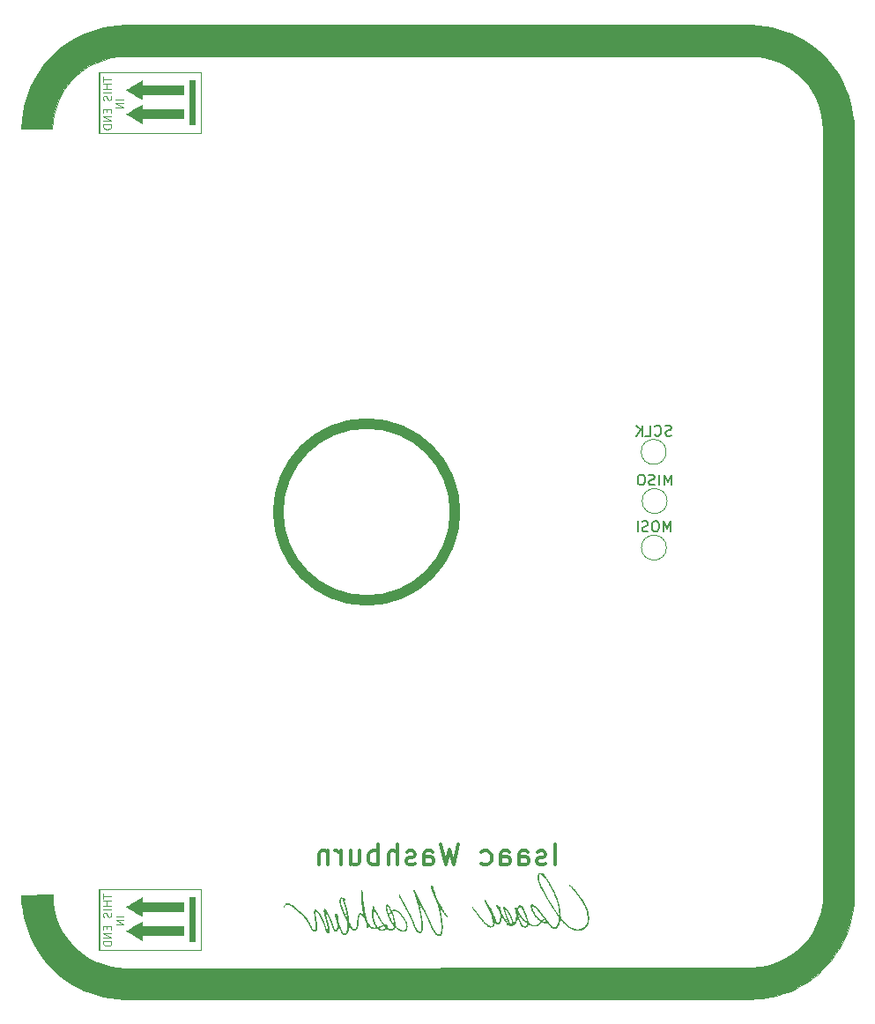
<source format=gbo>
%TF.GenerationSoftware,KiCad,Pcbnew,(6.0.1)*%
%TF.CreationDate,2022-04-29T11:18:45-05:00*%
%TF.ProjectId,Payload_Altimeter,5061796c-6f61-4645-9f41-6c74696d6574,rev?*%
%TF.SameCoordinates,Original*%
%TF.FileFunction,Legend,Bot*%
%TF.FilePolarity,Positive*%
%FSLAX46Y46*%
G04 Gerber Fmt 4.6, Leading zero omitted, Abs format (unit mm)*
G04 Created by KiCad (PCBNEW (6.0.1)) date 2022-04-29 11:18:45*
%MOMM*%
%LPD*%
G01*
G04 APERTURE LIST*
%ADD10C,0.100000*%
%ADD11C,1.000000*%
%ADD12C,0.125000*%
%ADD13C,0.300000*%
%ADD14C,0.150000*%
%ADD15C,0.120000*%
%ADD16R,1.650000X1.650000*%
%ADD17C,1.650000*%
%ADD18C,4.800000*%
%ADD19R,1.700000X1.700000*%
%ADD20O,1.700000X1.700000*%
%ADD21C,2.000000*%
G04 APERTURE END LIST*
D10*
X159999838Y-133610677D02*
X159969838Y-134270677D01*
X159969838Y-134270677D02*
X159899838Y-134970677D01*
X159899838Y-134970677D02*
X159759838Y-135750677D01*
X159759838Y-135750677D02*
X159569838Y-136510677D01*
X159569838Y-136510677D02*
X159299838Y-137260677D01*
X159299838Y-137260677D02*
X159009838Y-137920677D01*
X159009838Y-137920677D02*
X158679838Y-138540677D01*
X158679838Y-138540677D02*
X158249838Y-139260677D01*
X158249838Y-139260677D02*
X157749838Y-139910677D01*
X157749838Y-139910677D02*
X157369838Y-140340677D01*
X157369838Y-140340677D02*
X156879838Y-140850677D01*
X156879838Y-140850677D02*
X156479838Y-141220677D01*
X156479838Y-141220677D02*
X156039838Y-141560677D01*
X156039838Y-141560677D02*
X155589838Y-141890677D01*
X155589838Y-141890677D02*
X154919838Y-142300677D01*
X154919838Y-142300677D02*
X154359838Y-142590677D01*
X154359838Y-142590677D02*
X153859838Y-142830677D01*
X153859838Y-142830677D02*
X153219838Y-143060677D01*
X153219838Y-143060677D02*
X152499838Y-143280677D01*
X152499838Y-143280677D02*
X151999838Y-143400677D01*
X151999838Y-143400677D02*
X151619838Y-143460677D01*
X151619838Y-143460677D02*
X151189838Y-143520677D01*
X151189838Y-143520677D02*
X150669838Y-143560677D01*
X150669838Y-143560677D02*
X150109838Y-143590677D01*
X150109838Y-143590677D02*
X149979838Y-143590677D01*
X149979838Y-143590677D02*
X150089838Y-140600677D01*
X150089838Y-140600677D02*
X150119838Y-140600677D01*
X150119838Y-140600677D02*
X151099838Y-140500677D01*
X151099838Y-140500677D02*
X151959838Y-140320677D01*
X151959838Y-140320677D02*
X152769838Y-140020677D01*
X152769838Y-140020677D02*
X153319838Y-139740677D01*
X153319838Y-139740677D02*
X153899838Y-139410677D01*
X153899838Y-139410677D02*
X154469838Y-139000677D01*
X154469838Y-139000677D02*
X155039838Y-138480677D01*
X155039838Y-138480677D02*
X155639838Y-137770677D01*
X155639838Y-137770677D02*
X155969838Y-137250677D01*
X155969838Y-137250677D02*
X156359838Y-136530677D01*
X156359838Y-136530677D02*
X156539838Y-136110677D01*
X156539838Y-136110677D02*
X156749838Y-135470677D01*
X156749838Y-135470677D02*
X156919838Y-134720677D01*
X156919838Y-134720677D02*
X156989838Y-134260677D01*
X156989838Y-134260677D02*
X157019838Y-133540677D01*
X157019838Y-133540677D02*
X159999838Y-133540677D01*
X159999838Y-133540677D02*
X159999838Y-133610677D01*
G36*
X159999838Y-133610677D02*
G01*
X159969838Y-134270677D01*
X159899838Y-134970677D01*
X159759838Y-135750677D01*
X159569838Y-136510677D01*
X159299838Y-137260677D01*
X159009838Y-137920677D01*
X158679838Y-138540677D01*
X158249838Y-139260677D01*
X157749838Y-139910677D01*
X157369838Y-140340677D01*
X156879838Y-140850677D01*
X156479838Y-141220677D01*
X156039838Y-141560677D01*
X155589838Y-141890677D01*
X154919838Y-142300677D01*
X154359838Y-142590677D01*
X153859838Y-142830677D01*
X153219838Y-143060677D01*
X152499838Y-143280677D01*
X151999838Y-143400677D01*
X151619838Y-143460677D01*
X151189838Y-143520677D01*
X150669838Y-143560677D01*
X150109838Y-143590677D01*
X149979838Y-143590677D01*
X150089838Y-140600677D01*
X150119838Y-140600677D01*
X151099838Y-140500677D01*
X151959838Y-140320677D01*
X152769838Y-140020677D01*
X153319838Y-139740677D01*
X153899838Y-139410677D01*
X154469838Y-139000677D01*
X155039838Y-138480677D01*
X155639838Y-137770677D01*
X155969838Y-137250677D01*
X156359838Y-136530677D01*
X156539838Y-136110677D01*
X156749838Y-135470677D01*
X156919838Y-134720677D01*
X156989838Y-134260677D01*
X157019838Y-133540677D01*
X159999838Y-133540677D01*
X159999838Y-133610677D01*
G37*
X159999838Y-133610677D02*
X159969838Y-134270677D01*
X159899838Y-134970677D01*
X159759838Y-135750677D01*
X159569838Y-136510677D01*
X159299838Y-137260677D01*
X159009838Y-137920677D01*
X158679838Y-138540677D01*
X158249838Y-139260677D01*
X157749838Y-139910677D01*
X157369838Y-140340677D01*
X156879838Y-140850677D01*
X156479838Y-141220677D01*
X156039838Y-141560677D01*
X155589838Y-141890677D01*
X154919838Y-142300677D01*
X154359838Y-142590677D01*
X153859838Y-142830677D01*
X153219838Y-143060677D01*
X152499838Y-143280677D01*
X151999838Y-143400677D01*
X151619838Y-143460677D01*
X151189838Y-143520677D01*
X150669838Y-143560677D01*
X150109838Y-143590677D01*
X149979838Y-143590677D01*
X150089838Y-140600677D01*
X150119838Y-140600677D01*
X151099838Y-140500677D01*
X151959838Y-140320677D01*
X152769838Y-140020677D01*
X153319838Y-139740677D01*
X153899838Y-139410677D01*
X154469838Y-139000677D01*
X155039838Y-138480677D01*
X155639838Y-137770677D01*
X155969838Y-137250677D01*
X156359838Y-136530677D01*
X156539838Y-136110677D01*
X156749838Y-135470677D01*
X156919838Y-134720677D01*
X156989838Y-134260677D01*
X157019838Y-133540677D01*
X159999838Y-133540677D01*
X159999838Y-133610677D01*
X149999838Y-143600677D02*
X89974838Y-143595677D01*
X89974838Y-143595677D02*
X89999838Y-140630677D01*
X89999838Y-140630677D02*
X150109124Y-140590677D01*
X150109124Y-140590677D02*
X149999838Y-143600677D01*
G36*
X149999838Y-143600677D02*
G01*
X89974838Y-143595677D01*
X89999838Y-140630677D01*
X150109124Y-140590677D01*
X149999838Y-143600677D01*
G37*
X149999838Y-143600677D02*
X89974838Y-143595677D01*
X89999838Y-140630677D01*
X150109124Y-140590677D01*
X149999838Y-143600677D01*
D11*
X121680000Y-96800000D02*
G75*
G03*
X121680000Y-96800000I-8500000J0D01*
G01*
D10*
X89949838Y-143590677D02*
X89139838Y-143550677D01*
X89139838Y-143550677D02*
X87859838Y-143360677D01*
X87859838Y-143360677D02*
X86599838Y-142970677D01*
X86599838Y-142970677D02*
X86009838Y-142760677D01*
X86009838Y-142760677D02*
X84759838Y-142100677D01*
X84759838Y-142100677D02*
X83639838Y-141320677D01*
X83639838Y-141320677D02*
X82739838Y-140480677D01*
X82739838Y-140480677D02*
X82109838Y-139740677D01*
X82109838Y-139740677D02*
X81569838Y-138950677D01*
X81569838Y-138950677D02*
X81219838Y-138390677D01*
X81219838Y-138390677D02*
X80839838Y-137560677D01*
X80839838Y-137560677D02*
X80529838Y-136760677D01*
X80529838Y-136760677D02*
X80239839Y-135710677D01*
X80239839Y-135710677D02*
X80139838Y-135110677D01*
X80139838Y-135110677D02*
X80019838Y-134340677D01*
X80019838Y-134340677D02*
X79999838Y-133600738D01*
X79999838Y-133600738D02*
X82999838Y-133570677D01*
X82999838Y-133570677D02*
X82999839Y-133729963D01*
X82999839Y-133729963D02*
X83019838Y-134210676D01*
X83019838Y-134210676D02*
X83119838Y-134980677D01*
X83119838Y-134980677D02*
X83399838Y-135950677D01*
X83399838Y-135950677D02*
X83649838Y-136570677D01*
X83649838Y-136570677D02*
X83969838Y-137170677D01*
X83969838Y-137170677D02*
X84429838Y-137870677D01*
X84429838Y-137870677D02*
X84799838Y-138310677D01*
X84799838Y-138310677D02*
X85389838Y-138890677D01*
X85389838Y-138890677D02*
X86229838Y-139520677D01*
X86229838Y-139520677D02*
X87039838Y-139960677D01*
X87039838Y-139960677D02*
X87819838Y-140270677D01*
X87819838Y-140270677D02*
X88619838Y-140490677D01*
X88619838Y-140490677D02*
X89219838Y-140580678D01*
X89219838Y-140580678D02*
X89974838Y-140620677D01*
X89974838Y-140620677D02*
X89974838Y-143595677D01*
X89974838Y-143595677D02*
X89949837Y-143595677D01*
X89949837Y-143595677D02*
X89949838Y-143590677D01*
G36*
X82999839Y-133729963D02*
G01*
X83019838Y-134210676D01*
X83119838Y-134980677D01*
X83399838Y-135950677D01*
X83649838Y-136570677D01*
X83969838Y-137170677D01*
X84429838Y-137870677D01*
X84799838Y-138310677D01*
X85389838Y-138890677D01*
X86229838Y-139520677D01*
X87039838Y-139960677D01*
X87819838Y-140270677D01*
X88619838Y-140490677D01*
X89219838Y-140580678D01*
X89974838Y-140620677D01*
X89974838Y-143595677D01*
X89949837Y-143595677D01*
X89949838Y-143590677D01*
X89139838Y-143550677D01*
X87859838Y-143360677D01*
X86599838Y-142970677D01*
X86009838Y-142760677D01*
X84759838Y-142100677D01*
X83639838Y-141320677D01*
X82739838Y-140480677D01*
X82109838Y-139740677D01*
X81569838Y-138950677D01*
X81219838Y-138390677D01*
X80839838Y-137560677D01*
X80529838Y-136760677D01*
X80239839Y-135710677D01*
X80139838Y-135110677D01*
X80019838Y-134340677D01*
X79999838Y-133600738D01*
X82999838Y-133570677D01*
X82999839Y-133729963D01*
G37*
X82999839Y-133729963D02*
X83019838Y-134210676D01*
X83119838Y-134980677D01*
X83399838Y-135950677D01*
X83649838Y-136570677D01*
X83969838Y-137170677D01*
X84429838Y-137870677D01*
X84799838Y-138310677D01*
X85389838Y-138890677D01*
X86229838Y-139520677D01*
X87039838Y-139960677D01*
X87819838Y-140270677D01*
X88619838Y-140490677D01*
X89219838Y-140580678D01*
X89974838Y-140620677D01*
X89974838Y-143595677D01*
X89949837Y-143595677D01*
X89949838Y-143590677D01*
X89139838Y-143550677D01*
X87859838Y-143360677D01*
X86599838Y-142970677D01*
X86009838Y-142760677D01*
X84759838Y-142100677D01*
X83639838Y-141320677D01*
X82739838Y-140480677D01*
X82109838Y-139740677D01*
X81569838Y-138950677D01*
X81219838Y-138390677D01*
X80839838Y-137560677D01*
X80529838Y-136760677D01*
X80239839Y-135710677D01*
X80139838Y-135110677D01*
X80019838Y-134340677D01*
X79999838Y-133600738D01*
X82999838Y-133570677D01*
X82999839Y-133729963D01*
X159999838Y-133540677D02*
X157019838Y-133540677D01*
X157019838Y-133540677D02*
X156999838Y-60041725D01*
X156999838Y-60041725D02*
X159999838Y-60041725D01*
X159999838Y-60041725D02*
X159999838Y-133540677D01*
G36*
X159999838Y-133540677D02*
G01*
X157019838Y-133540677D01*
X156999838Y-60041725D01*
X159999838Y-60041725D01*
X159999838Y-133540677D01*
G37*
X159999838Y-133540677D02*
X157019838Y-133540677D01*
X156999838Y-60041725D01*
X159999838Y-60041725D01*
X159999838Y-133540677D01*
X150024838Y-52991725D02*
X89779838Y-53031725D01*
X89779838Y-53031725D02*
X89994777Y-50016725D01*
X89994777Y-50016725D02*
X150024838Y-50016725D01*
X150024838Y-50016725D02*
X150024838Y-52991725D01*
G36*
X150024838Y-52991725D02*
G01*
X89779838Y-53031725D01*
X89994777Y-50016725D01*
X150024838Y-50016725D01*
X150024838Y-52991725D01*
G37*
X150024838Y-52991725D02*
X89779838Y-53031725D01*
X89994777Y-50016725D01*
X150024838Y-50016725D01*
X150024838Y-52991725D01*
X80004838Y-59966725D02*
X80044838Y-59156725D01*
X80044838Y-59156725D02*
X80234838Y-57876725D01*
X80234838Y-57876725D02*
X80624838Y-56616725D01*
X80624838Y-56616725D02*
X80834838Y-56026725D01*
X80834838Y-56026725D02*
X81494838Y-54776725D01*
X81494838Y-54776725D02*
X82274838Y-53656725D01*
X82274838Y-53656725D02*
X83114838Y-52756725D01*
X83114838Y-52756725D02*
X83854838Y-52126725D01*
X83854838Y-52126725D02*
X84644838Y-51586725D01*
X84644838Y-51586725D02*
X85204838Y-51236725D01*
X85204838Y-51236725D02*
X86034838Y-50856725D01*
X86034838Y-50856725D02*
X86834838Y-50546725D01*
X86834838Y-50546725D02*
X87884838Y-50256726D01*
X87884838Y-50256726D02*
X88484838Y-50156725D01*
X88484838Y-50156725D02*
X89254838Y-50036725D01*
X89254838Y-50036725D02*
X89994777Y-50016725D01*
X89994777Y-50016725D02*
X90040000Y-53030000D01*
X90040000Y-53030000D02*
X89779838Y-53031725D01*
X89779838Y-53031725D02*
X89384839Y-53036725D01*
X89384839Y-53036725D02*
X88614838Y-53136725D01*
X88614838Y-53136725D02*
X87644838Y-53416725D01*
X87644838Y-53416725D02*
X87024838Y-53666725D01*
X87024838Y-53666725D02*
X86424838Y-53986725D01*
X86424838Y-53986725D02*
X85724838Y-54446725D01*
X85724838Y-54446725D02*
X85284838Y-54816725D01*
X85284838Y-54816725D02*
X84704838Y-55406725D01*
X84704838Y-55406725D02*
X84074838Y-56246725D01*
X84074838Y-56246725D02*
X83634838Y-57056725D01*
X83634838Y-57056725D02*
X83324838Y-57836725D01*
X83324838Y-57836725D02*
X83104838Y-58636725D01*
X83104838Y-58636725D02*
X83014837Y-59236725D01*
X83014837Y-59236725D02*
X82974838Y-59991725D01*
X82974838Y-59991725D02*
X79999838Y-59991725D01*
X79999838Y-59991725D02*
X79999838Y-59966724D01*
X79999838Y-59966724D02*
X80004838Y-59966725D01*
G36*
X90040000Y-53030000D02*
G01*
X89779838Y-53031725D01*
X89384839Y-53036725D01*
X88614838Y-53136725D01*
X87644838Y-53416725D01*
X87024838Y-53666725D01*
X86424838Y-53986725D01*
X85724838Y-54446725D01*
X85284838Y-54816725D01*
X84704838Y-55406725D01*
X84074838Y-56246725D01*
X83634838Y-57056725D01*
X83324838Y-57836725D01*
X83104838Y-58636725D01*
X83014837Y-59236725D01*
X82974838Y-59991725D01*
X79999838Y-59991725D01*
X79999838Y-59966724D01*
X80004838Y-59966725D01*
X80044838Y-59156725D01*
X80234838Y-57876725D01*
X80624838Y-56616725D01*
X80834838Y-56026725D01*
X81494838Y-54776725D01*
X82274838Y-53656725D01*
X83114838Y-52756725D01*
X83854838Y-52126725D01*
X84644838Y-51586725D01*
X85204838Y-51236725D01*
X86034838Y-50856725D01*
X86834838Y-50546725D01*
X87884838Y-50256726D01*
X88484838Y-50156725D01*
X89254838Y-50036725D01*
X89994777Y-50016725D01*
X90040000Y-53030000D01*
G37*
X90040000Y-53030000D02*
X89779838Y-53031725D01*
X89384839Y-53036725D01*
X88614838Y-53136725D01*
X87644838Y-53416725D01*
X87024838Y-53666725D01*
X86424838Y-53986725D01*
X85724838Y-54446725D01*
X85284838Y-54816725D01*
X84704838Y-55406725D01*
X84074838Y-56246725D01*
X83634838Y-57056725D01*
X83324838Y-57836725D01*
X83104838Y-58636725D01*
X83014837Y-59236725D01*
X82974838Y-59991725D01*
X79999838Y-59991725D01*
X79999838Y-59966724D01*
X80004838Y-59966725D01*
X80044838Y-59156725D01*
X80234838Y-57876725D01*
X80624838Y-56616725D01*
X80834838Y-56026725D01*
X81494838Y-54776725D01*
X82274838Y-53656725D01*
X83114838Y-52756725D01*
X83854838Y-52126725D01*
X84644838Y-51586725D01*
X85204838Y-51236725D01*
X86034838Y-50856725D01*
X86834838Y-50546725D01*
X87884838Y-50256726D01*
X88484838Y-50156725D01*
X89254838Y-50036725D01*
X89994777Y-50016725D01*
X90040000Y-53030000D01*
X150049838Y-50021725D02*
X150859838Y-50061725D01*
X150859838Y-50061725D02*
X152139838Y-50251725D01*
X152139838Y-50251725D02*
X153399838Y-50641725D01*
X153399838Y-50641725D02*
X153989838Y-50851725D01*
X153989838Y-50851725D02*
X155239838Y-51511725D01*
X155239838Y-51511725D02*
X156359838Y-52291725D01*
X156359838Y-52291725D02*
X157259838Y-53131725D01*
X157259838Y-53131725D02*
X157889838Y-53871725D01*
X157889838Y-53871725D02*
X158429838Y-54661725D01*
X158429838Y-54661725D02*
X158779838Y-55221725D01*
X158779838Y-55221725D02*
X159159838Y-56051725D01*
X159159838Y-56051725D02*
X159469838Y-56851725D01*
X159469838Y-56851725D02*
X159759838Y-57901725D01*
X159759838Y-57901725D02*
X159859838Y-58501725D01*
X159859838Y-58501725D02*
X159979838Y-59271725D01*
X159979838Y-59271725D02*
X159999838Y-60011664D01*
X159999838Y-60011664D02*
X156999838Y-60041725D01*
X156999838Y-60041725D02*
X156999837Y-59882439D01*
X156999837Y-59882439D02*
X156979838Y-59401725D01*
X156979838Y-59401725D02*
X156879838Y-58631725D01*
X156879838Y-58631725D02*
X156599838Y-57661725D01*
X156599838Y-57661725D02*
X156349838Y-57041725D01*
X156349838Y-57041725D02*
X156029838Y-56441725D01*
X156029838Y-56441725D02*
X155569838Y-55741725D01*
X155569838Y-55741725D02*
X155199838Y-55301725D01*
X155199838Y-55301725D02*
X154609838Y-54721725D01*
X154609838Y-54721725D02*
X153769838Y-54091725D01*
X153769838Y-54091725D02*
X152959838Y-53651725D01*
X152959838Y-53651725D02*
X152179838Y-53341725D01*
X152179838Y-53341725D02*
X151379838Y-53121725D01*
X151379838Y-53121725D02*
X150779838Y-53031725D01*
X150779838Y-53031725D02*
X150024838Y-52991725D01*
X150024838Y-52991725D02*
X150024838Y-50016725D01*
X150024838Y-50016725D02*
X150049838Y-50016725D01*
X150049838Y-50016725D02*
X150049838Y-50021725D01*
G36*
X150049838Y-50021725D02*
G01*
X150859838Y-50061725D01*
X152139838Y-50251725D01*
X153399838Y-50641725D01*
X153989838Y-50851725D01*
X155239838Y-51511725D01*
X156359838Y-52291725D01*
X157259838Y-53131725D01*
X157889838Y-53871725D01*
X158429838Y-54661725D01*
X158779838Y-55221725D01*
X159159838Y-56051725D01*
X159469838Y-56851725D01*
X159759838Y-57901725D01*
X159859838Y-58501725D01*
X159979838Y-59271725D01*
X159999838Y-60011664D01*
X156999838Y-60041725D01*
X156999837Y-59882439D01*
X156979838Y-59401725D01*
X156879838Y-58631725D01*
X156599838Y-57661725D01*
X156349838Y-57041725D01*
X156029838Y-56441725D01*
X155569838Y-55741725D01*
X155199838Y-55301725D01*
X154609838Y-54721725D01*
X153769838Y-54091725D01*
X152959838Y-53651725D01*
X152179838Y-53341725D01*
X151379838Y-53121725D01*
X150779838Y-53031725D01*
X150024838Y-52991725D01*
X150024838Y-50016725D01*
X150049838Y-50016725D01*
X150049838Y-50021725D01*
G37*
X150049838Y-50021725D02*
X150859838Y-50061725D01*
X152139838Y-50251725D01*
X153399838Y-50641725D01*
X153989838Y-50851725D01*
X155239838Y-51511725D01*
X156359838Y-52291725D01*
X157259838Y-53131725D01*
X157889838Y-53871725D01*
X158429838Y-54661725D01*
X158779838Y-55221725D01*
X159159838Y-56051725D01*
X159469838Y-56851725D01*
X159759838Y-57901725D01*
X159859838Y-58501725D01*
X159979838Y-59271725D01*
X159999838Y-60011664D01*
X156999838Y-60041725D01*
X156999837Y-59882439D01*
X156979838Y-59401725D01*
X156879838Y-58631725D01*
X156599838Y-57661725D01*
X156349838Y-57041725D01*
X156029838Y-56441725D01*
X155569838Y-55741725D01*
X155199838Y-55301725D01*
X154609838Y-54721725D01*
X153769838Y-54091725D01*
X152959838Y-53651725D01*
X152179838Y-53341725D01*
X151379838Y-53121725D01*
X150779838Y-53031725D01*
X150024838Y-52991725D01*
X150024838Y-50016725D01*
X150049838Y-50016725D01*
X150049838Y-50021725D01*
D12*
X87868075Y-55015715D02*
X87868075Y-55444287D01*
X88618075Y-55230001D02*
X87868075Y-55230001D01*
X88618075Y-55694287D02*
X87868075Y-55694287D01*
X88225218Y-55694287D02*
X88225218Y-56122858D01*
X88618075Y-56122858D02*
X87868075Y-56122858D01*
X88618075Y-56480001D02*
X87868075Y-56480001D01*
X88582361Y-56801430D02*
X88618075Y-56908572D01*
X88618075Y-57087144D01*
X88582361Y-57158572D01*
X88546647Y-57194287D01*
X88475218Y-57230001D01*
X88403790Y-57230001D01*
X88332361Y-57194287D01*
X88296647Y-57158572D01*
X88260932Y-57087144D01*
X88225218Y-56944287D01*
X88189504Y-56872858D01*
X88153790Y-56837144D01*
X88082361Y-56801430D01*
X88010932Y-56801430D01*
X87939504Y-56837144D01*
X87903790Y-56872858D01*
X87868075Y-56944287D01*
X87868075Y-57122858D01*
X87903790Y-57230001D01*
X88225218Y-58122858D02*
X88225218Y-58372858D01*
X88618075Y-58480001D02*
X88618075Y-58122858D01*
X87868075Y-58122858D01*
X87868075Y-58480001D01*
X88618075Y-58801430D02*
X87868075Y-58801430D01*
X88618075Y-59230001D01*
X87868075Y-59230001D01*
X88618075Y-59587144D02*
X87868075Y-59587144D01*
X87868075Y-59765715D01*
X87903790Y-59872858D01*
X87975218Y-59944287D01*
X88046647Y-59980001D01*
X88189504Y-60015715D01*
X88296647Y-60015715D01*
X88439504Y-59980001D01*
X88510932Y-59944287D01*
X88582361Y-59872858D01*
X88618075Y-59765715D01*
X88618075Y-59587144D01*
X89825575Y-57158572D02*
X89075575Y-57158572D01*
X89825575Y-57515715D02*
X89075575Y-57515715D01*
X89825575Y-57944287D01*
X89075575Y-57944287D01*
X87874109Y-133500000D02*
X87874109Y-133928572D01*
X88624109Y-133714286D02*
X87874109Y-133714286D01*
X88624109Y-134178572D02*
X87874109Y-134178572D01*
X88231252Y-134178572D02*
X88231252Y-134607143D01*
X88624109Y-134607143D02*
X87874109Y-134607143D01*
X88624109Y-134964286D02*
X87874109Y-134964286D01*
X88588395Y-135285715D02*
X88624109Y-135392857D01*
X88624109Y-135571429D01*
X88588395Y-135642857D01*
X88552681Y-135678572D01*
X88481252Y-135714286D01*
X88409824Y-135714286D01*
X88338395Y-135678572D01*
X88302681Y-135642857D01*
X88266966Y-135571429D01*
X88231252Y-135428572D01*
X88195538Y-135357143D01*
X88159824Y-135321429D01*
X88088395Y-135285715D01*
X88016966Y-135285715D01*
X87945538Y-135321429D01*
X87909824Y-135357143D01*
X87874109Y-135428572D01*
X87874109Y-135607143D01*
X87909824Y-135714286D01*
X88231252Y-136607143D02*
X88231252Y-136857143D01*
X88624109Y-136964286D02*
X88624109Y-136607143D01*
X87874109Y-136607143D01*
X87874109Y-136964286D01*
X88624109Y-137285715D02*
X87874109Y-137285715D01*
X88624109Y-137714286D01*
X87874109Y-137714286D01*
X88624109Y-138071429D02*
X87874109Y-138071429D01*
X87874109Y-138250000D01*
X87909824Y-138357143D01*
X87981252Y-138428572D01*
X88052681Y-138464286D01*
X88195538Y-138500000D01*
X88302681Y-138500000D01*
X88445538Y-138464286D01*
X88516966Y-138428572D01*
X88588395Y-138357143D01*
X88624109Y-138250000D01*
X88624109Y-138071429D01*
X89831609Y-135642857D02*
X89081609Y-135642857D01*
X89831609Y-136000000D02*
X89081609Y-136000000D01*
X89831609Y-136428572D01*
X89081609Y-136428572D01*
D13*
X131253333Y-130684761D02*
X131253333Y-128684761D01*
X130396190Y-130589523D02*
X130205714Y-130684761D01*
X129824761Y-130684761D01*
X129634285Y-130589523D01*
X129539047Y-130399047D01*
X129539047Y-130303809D01*
X129634285Y-130113333D01*
X129824761Y-130018095D01*
X130110476Y-130018095D01*
X130300952Y-129922857D01*
X130396190Y-129732380D01*
X130396190Y-129637142D01*
X130300952Y-129446666D01*
X130110476Y-129351428D01*
X129824761Y-129351428D01*
X129634285Y-129446666D01*
X127824761Y-130684761D02*
X127824761Y-129637142D01*
X127920000Y-129446666D01*
X128110476Y-129351428D01*
X128491428Y-129351428D01*
X128681904Y-129446666D01*
X127824761Y-130589523D02*
X128015238Y-130684761D01*
X128491428Y-130684761D01*
X128681904Y-130589523D01*
X128777142Y-130399047D01*
X128777142Y-130208571D01*
X128681904Y-130018095D01*
X128491428Y-129922857D01*
X128015238Y-129922857D01*
X127824761Y-129827619D01*
X126015238Y-130684761D02*
X126015238Y-129637142D01*
X126110476Y-129446666D01*
X126300952Y-129351428D01*
X126681904Y-129351428D01*
X126872380Y-129446666D01*
X126015238Y-130589523D02*
X126205714Y-130684761D01*
X126681904Y-130684761D01*
X126872380Y-130589523D01*
X126967619Y-130399047D01*
X126967619Y-130208571D01*
X126872380Y-130018095D01*
X126681904Y-129922857D01*
X126205714Y-129922857D01*
X126015238Y-129827619D01*
X124205714Y-130589523D02*
X124396190Y-130684761D01*
X124777142Y-130684761D01*
X124967619Y-130589523D01*
X125062857Y-130494285D01*
X125158095Y-130303809D01*
X125158095Y-129732380D01*
X125062857Y-129541904D01*
X124967619Y-129446666D01*
X124777142Y-129351428D01*
X124396190Y-129351428D01*
X124205714Y-129446666D01*
X122015238Y-128684761D02*
X121539047Y-130684761D01*
X121158095Y-129256190D01*
X120777142Y-130684761D01*
X120300952Y-128684761D01*
X118681904Y-130684761D02*
X118681904Y-129637142D01*
X118777142Y-129446666D01*
X118967619Y-129351428D01*
X119348571Y-129351428D01*
X119539047Y-129446666D01*
X118681904Y-130589523D02*
X118872380Y-130684761D01*
X119348571Y-130684761D01*
X119539047Y-130589523D01*
X119634285Y-130399047D01*
X119634285Y-130208571D01*
X119539047Y-130018095D01*
X119348571Y-129922857D01*
X118872380Y-129922857D01*
X118681904Y-129827619D01*
X117824761Y-130589523D02*
X117634285Y-130684761D01*
X117253333Y-130684761D01*
X117062857Y-130589523D01*
X116967619Y-130399047D01*
X116967619Y-130303809D01*
X117062857Y-130113333D01*
X117253333Y-130018095D01*
X117539047Y-130018095D01*
X117729523Y-129922857D01*
X117824761Y-129732380D01*
X117824761Y-129637142D01*
X117729523Y-129446666D01*
X117539047Y-129351428D01*
X117253333Y-129351428D01*
X117062857Y-129446666D01*
X116110476Y-130684761D02*
X116110476Y-128684761D01*
X115253333Y-130684761D02*
X115253333Y-129637142D01*
X115348571Y-129446666D01*
X115539047Y-129351428D01*
X115824761Y-129351428D01*
X116015238Y-129446666D01*
X116110476Y-129541904D01*
X114300952Y-130684761D02*
X114300952Y-128684761D01*
X114300952Y-129446666D02*
X114110476Y-129351428D01*
X113729523Y-129351428D01*
X113539047Y-129446666D01*
X113443809Y-129541904D01*
X113348571Y-129732380D01*
X113348571Y-130303809D01*
X113443809Y-130494285D01*
X113539047Y-130589523D01*
X113729523Y-130684761D01*
X114110476Y-130684761D01*
X114300952Y-130589523D01*
X111634285Y-129351428D02*
X111634285Y-130684761D01*
X112491428Y-129351428D02*
X112491428Y-130399047D01*
X112396190Y-130589523D01*
X112205714Y-130684761D01*
X111920000Y-130684761D01*
X111729523Y-130589523D01*
X111634285Y-130494285D01*
X110681904Y-130684761D02*
X110681904Y-129351428D01*
X110681904Y-129732380D02*
X110586666Y-129541904D01*
X110491428Y-129446666D01*
X110300952Y-129351428D01*
X110110476Y-129351428D01*
X109443809Y-129351428D02*
X109443809Y-130684761D01*
X109443809Y-129541904D02*
X109348571Y-129446666D01*
X109158095Y-129351428D01*
X108872380Y-129351428D01*
X108681904Y-129446666D01*
X108586666Y-129637142D01*
X108586666Y-130684761D01*
D14*
%TO.C,MISO*%
X142421428Y-94204380D02*
X142421428Y-93204380D01*
X142088095Y-93918666D01*
X141754761Y-93204380D01*
X141754761Y-94204380D01*
X141278571Y-94204380D02*
X141278571Y-93204380D01*
X140850000Y-94156761D02*
X140707142Y-94204380D01*
X140469047Y-94204380D01*
X140373809Y-94156761D01*
X140326190Y-94109142D01*
X140278571Y-94013904D01*
X140278571Y-93918666D01*
X140326190Y-93823428D01*
X140373809Y-93775809D01*
X140469047Y-93728190D01*
X140659523Y-93680571D01*
X140754761Y-93632952D01*
X140802380Y-93585333D01*
X140850000Y-93490095D01*
X140850000Y-93394857D01*
X140802380Y-93299619D01*
X140754761Y-93252000D01*
X140659523Y-93204380D01*
X140421428Y-93204380D01*
X140278571Y-93252000D01*
X139659523Y-93204380D02*
X139469047Y-93204380D01*
X139373809Y-93252000D01*
X139278571Y-93347238D01*
X139230952Y-93537714D01*
X139230952Y-93871047D01*
X139278571Y-94061523D01*
X139373809Y-94156761D01*
X139469047Y-94204380D01*
X139659523Y-94204380D01*
X139754761Y-94156761D01*
X139850000Y-94061523D01*
X139897619Y-93871047D01*
X139897619Y-93537714D01*
X139850000Y-93347238D01*
X139754761Y-93252000D01*
X139659523Y-93204380D01*
%TO.C,SCLK*%
X142440476Y-89431761D02*
X142297619Y-89479380D01*
X142059523Y-89479380D01*
X141964285Y-89431761D01*
X141916666Y-89384142D01*
X141869047Y-89288904D01*
X141869047Y-89193666D01*
X141916666Y-89098428D01*
X141964285Y-89050809D01*
X142059523Y-89003190D01*
X142250000Y-88955571D01*
X142345238Y-88907952D01*
X142392857Y-88860333D01*
X142440476Y-88765095D01*
X142440476Y-88669857D01*
X142392857Y-88574619D01*
X142345238Y-88527000D01*
X142250000Y-88479380D01*
X142011904Y-88479380D01*
X141869047Y-88527000D01*
X140869047Y-89384142D02*
X140916666Y-89431761D01*
X141059523Y-89479380D01*
X141154761Y-89479380D01*
X141297619Y-89431761D01*
X141392857Y-89336523D01*
X141440476Y-89241285D01*
X141488095Y-89050809D01*
X141488095Y-88907952D01*
X141440476Y-88717476D01*
X141392857Y-88622238D01*
X141297619Y-88527000D01*
X141154761Y-88479380D01*
X141059523Y-88479380D01*
X140916666Y-88527000D01*
X140869047Y-88574619D01*
X139964285Y-89479380D02*
X140440476Y-89479380D01*
X140440476Y-88479380D01*
X139630952Y-89479380D02*
X139630952Y-88479380D01*
X139059523Y-89479380D02*
X139488095Y-88907952D01*
X139059523Y-88479380D02*
X139630952Y-89050809D01*
%TO.C,MOSI*%
X142346428Y-98679380D02*
X142346428Y-97679380D01*
X142013095Y-98393666D01*
X141679761Y-97679380D01*
X141679761Y-98679380D01*
X141013095Y-97679380D02*
X140822619Y-97679380D01*
X140727380Y-97727000D01*
X140632142Y-97822238D01*
X140584523Y-98012714D01*
X140584523Y-98346047D01*
X140632142Y-98536523D01*
X140727380Y-98631761D01*
X140822619Y-98679380D01*
X141013095Y-98679380D01*
X141108333Y-98631761D01*
X141203571Y-98536523D01*
X141251190Y-98346047D01*
X141251190Y-98012714D01*
X141203571Y-97822238D01*
X141108333Y-97727000D01*
X141013095Y-97679380D01*
X140203571Y-98631761D02*
X140060714Y-98679380D01*
X139822619Y-98679380D01*
X139727380Y-98631761D01*
X139679761Y-98584142D01*
X139632142Y-98488904D01*
X139632142Y-98393666D01*
X139679761Y-98298428D01*
X139727380Y-98250809D01*
X139822619Y-98203190D01*
X140013095Y-98155571D01*
X140108333Y-98107952D01*
X140155952Y-98060333D01*
X140203571Y-97965095D01*
X140203571Y-97869857D01*
X140155952Y-97774619D01*
X140108333Y-97727000D01*
X140013095Y-97679380D01*
X139775000Y-97679380D01*
X139632142Y-97727000D01*
X139203571Y-98679380D02*
X139203571Y-97679380D01*
%TO.C,G\u002A\u002A\u002A*%
G36*
X92505785Y-54540008D02*
G01*
X93028396Y-54540170D01*
X93534869Y-54540538D01*
X94022275Y-54541103D01*
X94487684Y-54541852D01*
X94928168Y-54542774D01*
X95340798Y-54543859D01*
X95722646Y-54545094D01*
X96070781Y-54546469D01*
X96382276Y-54547972D01*
X96654202Y-54549592D01*
X96883629Y-54551317D01*
X97067629Y-54553137D01*
X97203272Y-54555040D01*
X97222538Y-54555491D01*
X97287631Y-54557014D01*
X97317776Y-54559049D01*
X97319953Y-54580630D01*
X97322478Y-54655838D01*
X97324878Y-54781256D01*
X97327127Y-54953097D01*
X97329202Y-55167577D01*
X97331079Y-55420909D01*
X97332734Y-55709306D01*
X97334142Y-56028982D01*
X97335279Y-56376153D01*
X97336121Y-56747030D01*
X97336644Y-57137829D01*
X97336823Y-57544763D01*
X97336823Y-60511430D01*
X87451109Y-60511430D01*
X87451109Y-60425716D01*
X87565395Y-60425716D01*
X97222538Y-60425716D01*
X97222538Y-54654287D01*
X87565395Y-54654287D01*
X87565395Y-60425716D01*
X87451109Y-60425716D01*
X87451109Y-54540001D01*
X92374918Y-54540001D01*
X92505785Y-54540008D01*
G37*
G36*
X91673693Y-57885303D02*
G01*
X91681991Y-58111430D01*
X95651109Y-58111430D01*
X95651109Y-59082859D01*
X91681991Y-59082859D01*
X91673693Y-59308578D01*
X91665395Y-59534298D01*
X90844919Y-59072864D01*
X90712853Y-58998407D01*
X90526745Y-58892816D01*
X90361392Y-58798208D01*
X90222622Y-58717961D01*
X90116260Y-58655450D01*
X90048134Y-58614052D01*
X90024068Y-58597144D01*
X90034777Y-58588779D01*
X90088644Y-58555185D01*
X90182705Y-58499344D01*
X90311143Y-58424630D01*
X90468141Y-58334421D01*
X90647880Y-58232091D01*
X90844544Y-58121018D01*
X91665395Y-57659177D01*
X91673693Y-57885303D01*
G37*
G36*
X91673693Y-55568213D02*
G01*
X91681991Y-55797144D01*
X95652491Y-55797144D01*
X95644657Y-56275716D01*
X95636823Y-56754287D01*
X93658252Y-56761626D01*
X91679680Y-56768964D01*
X91679680Y-56986111D01*
X91679603Y-57022545D01*
X91677371Y-57117991D01*
X91670071Y-57169787D01*
X91655056Y-57188428D01*
X91629680Y-57184409D01*
X91629189Y-57184220D01*
X91587637Y-57163746D01*
X91505061Y-57119655D01*
X91389045Y-57056225D01*
X91247174Y-56977729D01*
X91087032Y-56888443D01*
X90916203Y-56792642D01*
X90742273Y-56694600D01*
X90572825Y-56598592D01*
X90415444Y-56508894D01*
X90277715Y-56429780D01*
X90167221Y-56365525D01*
X90091547Y-56320404D01*
X90058278Y-56298693D01*
X90056141Y-56295607D01*
X90064580Y-56276679D01*
X90101705Y-56244396D01*
X90171127Y-56196480D01*
X90276456Y-56130655D01*
X90421303Y-56044640D01*
X90609278Y-55936159D01*
X90843992Y-55802933D01*
X91665395Y-55339281D01*
X91673693Y-55568213D01*
G37*
G36*
X96495655Y-55311985D02*
G01*
X96604045Y-55315802D01*
X96682842Y-55322446D01*
X96718274Y-55330976D01*
X96718348Y-55331065D01*
X96721393Y-55363368D01*
X96724091Y-55448225D01*
X96726416Y-55581153D01*
X96728343Y-55757668D01*
X96729849Y-55973285D01*
X96730908Y-56223522D01*
X96731496Y-56503893D01*
X96731586Y-56809916D01*
X96731156Y-57137105D01*
X96730179Y-57480976D01*
X96722538Y-59611430D01*
X96443966Y-59619607D01*
X96165395Y-59627785D01*
X96165395Y-55311430D01*
X96432061Y-55311430D01*
X96495655Y-55311985D01*
G37*
D15*
%TO.C,MISO*%
X142050000Y-95750000D02*
G75*
G03*
X142050000Y-95750000I-1200000J0D01*
G01*
%TO.C,G\u002A\u002A\u002A*%
G36*
X91679727Y-134052498D02*
G01*
X91688025Y-134281429D01*
X95658525Y-134281429D01*
X95650691Y-134760001D01*
X95642857Y-135238572D01*
X93664286Y-135245911D01*
X91685714Y-135253249D01*
X91685714Y-135470396D01*
X91685637Y-135506830D01*
X91683405Y-135602276D01*
X91676105Y-135654072D01*
X91661090Y-135672713D01*
X91635714Y-135668694D01*
X91635223Y-135668505D01*
X91593671Y-135648031D01*
X91511095Y-135603940D01*
X91395079Y-135540510D01*
X91253208Y-135462014D01*
X91093066Y-135372728D01*
X90922237Y-135276927D01*
X90748307Y-135178885D01*
X90578859Y-135082877D01*
X90421478Y-134993179D01*
X90283749Y-134914065D01*
X90173255Y-134849810D01*
X90097581Y-134804689D01*
X90064312Y-134782978D01*
X90062175Y-134779892D01*
X90070614Y-134760964D01*
X90107739Y-134728681D01*
X90177161Y-134680765D01*
X90282490Y-134614940D01*
X90427337Y-134528925D01*
X90615312Y-134420444D01*
X90850026Y-134287218D01*
X91671429Y-133823566D01*
X91679727Y-134052498D01*
G37*
G36*
X91679727Y-136369588D02*
G01*
X91688025Y-136595715D01*
X95657143Y-136595715D01*
X95657143Y-137567144D01*
X91688025Y-137567144D01*
X91679727Y-137792863D01*
X91671429Y-138018583D01*
X90850953Y-137557149D01*
X90718887Y-137482692D01*
X90532779Y-137377101D01*
X90367426Y-137282493D01*
X90228656Y-137202246D01*
X90122294Y-137139735D01*
X90054168Y-137098337D01*
X90030102Y-137081429D01*
X90040811Y-137073064D01*
X90094678Y-137039470D01*
X90188739Y-136983629D01*
X90317177Y-136908915D01*
X90474175Y-136818706D01*
X90653914Y-136716376D01*
X90850578Y-136605303D01*
X91671429Y-136143462D01*
X91679727Y-136369588D01*
G37*
G36*
X92511819Y-133024293D02*
G01*
X93034430Y-133024455D01*
X93540903Y-133024823D01*
X94028309Y-133025388D01*
X94493718Y-133026137D01*
X94934202Y-133027059D01*
X95346832Y-133028144D01*
X95728680Y-133029379D01*
X96076815Y-133030754D01*
X96388310Y-133032257D01*
X96660236Y-133033877D01*
X96889663Y-133035602D01*
X97073663Y-133037422D01*
X97209306Y-133039325D01*
X97228572Y-133039776D01*
X97293665Y-133041299D01*
X97323810Y-133043334D01*
X97325987Y-133064915D01*
X97328512Y-133140123D01*
X97330912Y-133265541D01*
X97333161Y-133437382D01*
X97335236Y-133651862D01*
X97337113Y-133905194D01*
X97338768Y-134193591D01*
X97340176Y-134513267D01*
X97341313Y-134860438D01*
X97342155Y-135231315D01*
X97342678Y-135622114D01*
X97342857Y-136029048D01*
X97342857Y-138995715D01*
X87457143Y-138995715D01*
X87457143Y-138910001D01*
X87571429Y-138910001D01*
X97228572Y-138910001D01*
X97228572Y-133138572D01*
X87571429Y-133138572D01*
X87571429Y-138910001D01*
X87457143Y-138910001D01*
X87457143Y-133024286D01*
X92380952Y-133024286D01*
X92511819Y-133024293D01*
G37*
G36*
X96501689Y-133796270D02*
G01*
X96610079Y-133800087D01*
X96688876Y-133806731D01*
X96724308Y-133815261D01*
X96724382Y-133815350D01*
X96727427Y-133847653D01*
X96730125Y-133932510D01*
X96732450Y-134065438D01*
X96734377Y-134241953D01*
X96735883Y-134457570D01*
X96736942Y-134707807D01*
X96737530Y-134988178D01*
X96737620Y-135294201D01*
X96737190Y-135621390D01*
X96736213Y-135965261D01*
X96728572Y-138095715D01*
X96450000Y-138103892D01*
X96171429Y-138112070D01*
X96171429Y-133795715D01*
X96438095Y-133795715D01*
X96501689Y-133796270D01*
G37*
G36*
X119515137Y-132700893D02*
G01*
X119520905Y-132708609D01*
X119548721Y-132757398D01*
X119577942Y-132822958D01*
X119604510Y-132894579D01*
X119624366Y-132961548D01*
X119633451Y-133013156D01*
X119634543Y-133026205D01*
X119644401Y-133080033D01*
X119659578Y-133123396D01*
X119675163Y-133159119D01*
X119681793Y-133185677D01*
X119683064Y-133193070D01*
X119693136Y-133225916D01*
X119711069Y-133275969D01*
X119734236Y-133335714D01*
X119746894Y-133368204D01*
X119777304Y-133451453D01*
X119808569Y-133542647D01*
X119835611Y-133627188D01*
X119850686Y-133675763D01*
X119874417Y-133749056D01*
X119896129Y-133812706D01*
X119912517Y-133856845D01*
X119920393Y-133876701D01*
X119938755Y-133926365D01*
X119950945Y-133964018D01*
X119964422Y-133998688D01*
X119988002Y-134040570D01*
X120008340Y-134075141D01*
X120026267Y-134117122D01*
X120032914Y-134135646D01*
X120058565Y-134191681D01*
X120096548Y-134264051D01*
X120143303Y-134346730D01*
X120195271Y-134433691D01*
X120248893Y-134518907D01*
X120300610Y-134596352D01*
X120346862Y-134659998D01*
X120351755Y-134666351D01*
X120383493Y-134709792D01*
X120410515Y-134752668D01*
X120438424Y-134804545D01*
X120472824Y-134874988D01*
X120487605Y-134905443D01*
X120509273Y-134948151D01*
X120523878Y-134974506D01*
X120534674Y-134993116D01*
X120556362Y-135032991D01*
X120581924Y-135081679D01*
X120595703Y-135108068D01*
X120654490Y-135213856D01*
X120708807Y-135300666D01*
X120755638Y-135363606D01*
X120764338Y-135374312D01*
X120798946Y-135423507D01*
X120829529Y-135475266D01*
X120842142Y-135496671D01*
X120881177Y-135549131D01*
X120924872Y-135595408D01*
X120950525Y-135619320D01*
X120972887Y-135646056D01*
X120978861Y-135669516D01*
X120972922Y-135699376D01*
X120952456Y-135738473D01*
X120921905Y-135750866D01*
X120883421Y-135736399D01*
X120838903Y-135695795D01*
X120790250Y-135629780D01*
X120768646Y-135599083D01*
X120728678Y-135548732D01*
X120685625Y-135499641D01*
X120653053Y-135461525D01*
X120622884Y-135419002D01*
X120607596Y-135387888D01*
X120597481Y-135359598D01*
X120577849Y-135326646D01*
X120574127Y-135322085D01*
X120552543Y-135289502D01*
X120529283Y-135247625D01*
X120504265Y-135199335D01*
X120463825Y-135124382D01*
X120419665Y-135045255D01*
X120374817Y-134967146D01*
X120332320Y-134895246D01*
X120295206Y-134834747D01*
X120266513Y-134790840D01*
X120249274Y-134768716D01*
X120239749Y-134760202D01*
X120225206Y-134750858D01*
X120221313Y-134762629D01*
X120224377Y-134800181D01*
X120224958Y-134805457D01*
X120233876Y-134856964D01*
X120246045Y-134900207D01*
X120254501Y-134930338D01*
X120253423Y-134948948D01*
X120253156Y-134949293D01*
X120253128Y-134968703D01*
X120259918Y-135008852D01*
X120272156Y-135061523D01*
X120285956Y-135117745D01*
X120296649Y-135166578D01*
X120301683Y-135196507D01*
X120304215Y-135215083D01*
X120313243Y-135250094D01*
X120314947Y-135254953D01*
X120323901Y-135289265D01*
X120333011Y-135334301D01*
X120334430Y-135342440D01*
X120339205Y-135371418D01*
X120344493Y-135406556D01*
X120350958Y-135452698D01*
X120359269Y-135514686D01*
X120370091Y-135597365D01*
X120384090Y-135705579D01*
X120384873Y-135711556D01*
X120395074Y-135780947D01*
X120408458Y-135862238D01*
X120422342Y-135939063D01*
X120431726Y-135989708D01*
X120479380Y-136338230D01*
X120497694Y-136686182D01*
X120486469Y-137030196D01*
X120481718Y-137082564D01*
X120469571Y-137161850D01*
X120449577Y-137236098D01*
X120418021Y-137321094D01*
X120391312Y-137385436D01*
X120369736Y-137429811D01*
X120349444Y-137458706D01*
X120325694Y-137478832D01*
X120293742Y-137496899D01*
X120264490Y-137510695D01*
X120219967Y-137524822D01*
X120171581Y-137529140D01*
X120110819Y-137524073D01*
X120029165Y-137510042D01*
X120012524Y-137506769D01*
X119968885Y-137496504D01*
X119934766Y-137483048D01*
X119902505Y-137461655D01*
X119864445Y-137427581D01*
X119812925Y-137376079D01*
X119753232Y-137311515D01*
X119709776Y-137254482D01*
X119690166Y-137213097D01*
X119689319Y-137209405D01*
X119678118Y-137177144D01*
X119666351Y-137163897D01*
X119660580Y-137161762D01*
X119637712Y-137138032D01*
X119604339Y-137090118D01*
X119562084Y-137020637D01*
X119512572Y-136932203D01*
X119457427Y-136827434D01*
X119453380Y-136819538D01*
X119411963Y-136739025D01*
X119370740Y-136659346D01*
X119334284Y-136589314D01*
X119307167Y-136537746D01*
X119280107Y-136483550D01*
X119251512Y-136419644D01*
X119231470Y-136367399D01*
X119223744Y-136345630D01*
X119201307Y-136289265D01*
X119172102Y-136221127D01*
X119140455Y-136151478D01*
X119122736Y-136113039D01*
X119093108Y-136045825D01*
X119068865Y-135987231D01*
X119054003Y-135946718D01*
X119050087Y-135934860D01*
X119032426Y-135891515D01*
X119015638Y-135862511D01*
X119012973Y-135859210D01*
X118992603Y-135828437D01*
X118971275Y-135789377D01*
X118953110Y-135750700D01*
X118942229Y-135721075D01*
X118942754Y-135709172D01*
X118946185Y-135707803D01*
X118936900Y-135697689D01*
X118927318Y-135686559D01*
X118907543Y-135652855D01*
X118884486Y-135606693D01*
X118862556Y-135557570D01*
X118846164Y-135514983D01*
X118839720Y-135488427D01*
X118833407Y-135469275D01*
X118814792Y-135431520D01*
X118788181Y-135384705D01*
X118764007Y-135341801D01*
X118739581Y-135291812D01*
X118726007Y-135255467D01*
X118723183Y-135245759D01*
X118704255Y-135201134D01*
X118678028Y-135154732D01*
X118667597Y-135138487D01*
X118648326Y-135106357D01*
X118640684Y-135090136D01*
X118639302Y-135086563D01*
X118625656Y-135062562D01*
X118600537Y-135021932D01*
X118567802Y-134970981D01*
X118567463Y-134970463D01*
X118532725Y-134911650D01*
X118492069Y-134834354D01*
X118450530Y-134748558D01*
X118413139Y-134664240D01*
X118404058Y-134642717D01*
X118374061Y-134573664D01*
X118348041Y-134516740D01*
X118328525Y-134477354D01*
X118318043Y-134460913D01*
X118317869Y-134460803D01*
X118303657Y-134441683D01*
X118284195Y-134404611D01*
X118264314Y-134360331D01*
X118248843Y-134319586D01*
X118242613Y-134293120D01*
X118239904Y-134281491D01*
X118221640Y-134256570D01*
X118221112Y-134256114D01*
X118203717Y-134233184D01*
X118178876Y-134191543D01*
X118151784Y-134139867D01*
X118149064Y-134134386D01*
X118123488Y-134086912D01*
X118101837Y-134053317D01*
X118088549Y-134040570D01*
X118083507Y-134040823D01*
X118075558Y-134046787D01*
X118079078Y-134066157D01*
X118094749Y-134106131D01*
X118102991Y-134128328D01*
X118119399Y-134181930D01*
X118133952Y-134239606D01*
X118137563Y-134255219D01*
X118160644Y-134335307D01*
X118194725Y-134427261D01*
X118242375Y-134538159D01*
X118251825Y-134560486D01*
X118283447Y-134655610D01*
X118311862Y-134772848D01*
X118335401Y-134905609D01*
X118336259Y-134911310D01*
X118348147Y-134980797D01*
X118361723Y-135047247D01*
X118374213Y-135096989D01*
X118381245Y-135122070D01*
X118397007Y-135186556D01*
X118410162Y-135250094D01*
X118414334Y-135272488D01*
X118426561Y-135335606D01*
X118441627Y-135411187D01*
X118457190Y-135487405D01*
X118468131Y-135544346D01*
X118484073Y-135638447D01*
X118499214Y-135738927D01*
X118511371Y-135831890D01*
X118520804Y-135908112D01*
X118531510Y-135987038D01*
X118541538Y-136054026D01*
X118549571Y-136099823D01*
X118572403Y-136248929D01*
X118583367Y-136444461D01*
X118576082Y-136650998D01*
X118575199Y-136662222D01*
X118569432Y-136737735D01*
X118564773Y-136802409D01*
X118561680Y-136849684D01*
X118560610Y-136872999D01*
X118559284Y-136894210D01*
X118551267Y-136942694D01*
X118538199Y-136998859D01*
X118522636Y-137053240D01*
X118507134Y-137096370D01*
X118494248Y-137118785D01*
X118482998Y-137130907D01*
X118472269Y-137156662D01*
X118467594Y-137166526D01*
X118442877Y-137190007D01*
X118404025Y-137216292D01*
X118363049Y-137237443D01*
X118312957Y-137251157D01*
X118250920Y-137252735D01*
X118215691Y-137250169D01*
X118179919Y-137244306D01*
X118166061Y-137237162D01*
X118164731Y-137232770D01*
X118146916Y-137225139D01*
X118131616Y-137219066D01*
X118100253Y-137195208D01*
X118060910Y-137158473D01*
X118018672Y-137114464D01*
X117978622Y-137068785D01*
X117945844Y-137027038D01*
X117925424Y-136994827D01*
X117922445Y-136977755D01*
X117922755Y-136976166D01*
X117912951Y-136958453D01*
X117889872Y-136929441D01*
X117881518Y-136918558D01*
X117855656Y-136875882D01*
X117825878Y-136817715D01*
X117797092Y-136753371D01*
X117791216Y-136739219D01*
X117757785Y-136659460D01*
X117722504Y-136576276D01*
X117692101Y-136505549D01*
X117690164Y-136501079D01*
X117661876Y-136433768D01*
X117634961Y-136366538D01*
X117615005Y-136313316D01*
X117604493Y-136285164D01*
X117576701Y-136218627D01*
X117547754Y-136156893D01*
X117531146Y-136122406D01*
X117514110Y-136081897D01*
X117507369Y-136058228D01*
X117501423Y-136036917D01*
X117484983Y-135996514D01*
X117461781Y-135946718D01*
X117439421Y-135899660D01*
X117422708Y-135861157D01*
X117416193Y-135841474D01*
X117411627Y-135824969D01*
X117394049Y-135784658D01*
X117366314Y-135728843D01*
X117331668Y-135663599D01*
X117293360Y-135595003D01*
X117254637Y-135529132D01*
X117218747Y-135472063D01*
X117201204Y-135444806D01*
X117169939Y-135392453D01*
X117148329Y-135350947D01*
X117140262Y-135327451D01*
X117133384Y-135303521D01*
X117114113Y-135262068D01*
X117086795Y-135213089D01*
X117086691Y-135212915D01*
X117060781Y-135166696D01*
X117044152Y-135130754D01*
X117040400Y-135112857D01*
X117039147Y-135103905D01*
X117023358Y-135076671D01*
X116995256Y-135040415D01*
X116978024Y-135018616D01*
X116948580Y-134972795D01*
X116932097Y-134934857D01*
X116928772Y-134924357D01*
X116912346Y-134884460D01*
X116886200Y-134827416D01*
X116853560Y-134759646D01*
X116817651Y-134687568D01*
X116781698Y-134617602D01*
X116748929Y-134556168D01*
X116722567Y-134509685D01*
X116705839Y-134484572D01*
X116687099Y-134454924D01*
X116669499Y-134413986D01*
X116662916Y-134397263D01*
X116639166Y-134349637D01*
X116609766Y-134300695D01*
X116594142Y-134276984D01*
X116570351Y-134240008D01*
X116557094Y-134218177D01*
X116526156Y-134159964D01*
X116464010Y-134039868D01*
X116399427Y-133910523D01*
X116327640Y-133762461D01*
X116298107Y-133698793D01*
X116270755Y-133630720D01*
X116259219Y-133583766D01*
X116263377Y-133555039D01*
X116283106Y-133541647D01*
X116318284Y-133540697D01*
X116324768Y-133541450D01*
X116345964Y-133547000D01*
X116364752Y-133560493D01*
X116385125Y-133586805D01*
X116411076Y-133630813D01*
X116446601Y-133697395D01*
X116473378Y-133748685D01*
X116504999Y-133809711D01*
X116529979Y-133858437D01*
X116544505Y-133887466D01*
X116573510Y-133947010D01*
X116614063Y-134028182D01*
X116655556Y-134109333D01*
X116695109Y-134184967D01*
X116729839Y-134249589D01*
X116756864Y-134297703D01*
X116773303Y-134323813D01*
X116781738Y-134338104D01*
X116802322Y-134376040D01*
X116832171Y-134432476D01*
X116868804Y-134502714D01*
X116909736Y-134582057D01*
X116943146Y-134646543D01*
X116985079Y-134725833D01*
X117022628Y-134795070D01*
X117052657Y-134848492D01*
X117072032Y-134880336D01*
X117081535Y-134894814D01*
X117101730Y-134929894D01*
X117109896Y-134951267D01*
X117110923Y-134955554D01*
X117123299Y-134982556D01*
X117146724Y-135025975D01*
X117177438Y-135078716D01*
X117179612Y-135082346D01*
X117218824Y-135152087D01*
X117257559Y-135227564D01*
X117287730Y-135293062D01*
X117317238Y-135353693D01*
X117359902Y-135426780D01*
X117403914Y-135490794D01*
X117440503Y-135542948D01*
X117467280Y-135591482D01*
X117477091Y-135624992D01*
X117481436Y-135649163D01*
X117498143Y-135694971D01*
X117523096Y-135745454D01*
X117550520Y-135799503D01*
X117581711Y-135870180D01*
X117608298Y-135939163D01*
X117609221Y-135941798D01*
X117632661Y-136005172D01*
X117656618Y-136064521D01*
X117676044Y-136107316D01*
X117685262Y-136126882D01*
X117707647Y-136180950D01*
X117734243Y-136250911D01*
X117762480Y-136329369D01*
X117789786Y-136408925D01*
X117813590Y-136482181D01*
X117831321Y-136541740D01*
X117840408Y-136580204D01*
X117851966Y-136617555D01*
X117877063Y-136639404D01*
X117892999Y-136647793D01*
X117905847Y-136671922D01*
X117909648Y-136688641D01*
X117927676Y-136727044D01*
X117961417Y-136784789D01*
X118011852Y-136863525D01*
X118079958Y-136964897D01*
X118084059Y-136970876D01*
X118132536Y-137035108D01*
X118176147Y-137078218D01*
X118221450Y-137106781D01*
X118288286Y-137139253D01*
X118335887Y-137094161D01*
X118359035Y-137070680D01*
X118382122Y-137039780D01*
X118398651Y-137003115D01*
X118410548Y-136954478D01*
X118419736Y-136887658D01*
X118428140Y-136796447D01*
X118434950Y-136698084D01*
X118440384Y-136547091D01*
X118439236Y-136408443D01*
X118431610Y-136288016D01*
X118417607Y-136191685D01*
X118410486Y-136153229D01*
X118399081Y-136078060D01*
X118388213Y-135992449D01*
X118379501Y-135908442D01*
X118375870Y-135868660D01*
X118367552Y-135786547D01*
X118358637Y-135716620D01*
X118347488Y-135648388D01*
X118332471Y-135571360D01*
X118311951Y-135475045D01*
X118309050Y-135461319D01*
X118298762Y-135403710D01*
X118293518Y-135358123D01*
X118294417Y-135333424D01*
X118296656Y-135322489D01*
X118288064Y-135311335D01*
X118279658Y-135306105D01*
X118273234Y-135281840D01*
X118270109Y-135248209D01*
X118261124Y-135191750D01*
X118248039Y-135122163D01*
X118232624Y-135047954D01*
X118216651Y-134977628D01*
X118201891Y-134919689D01*
X118190114Y-134882644D01*
X118186124Y-134872140D01*
X118170174Y-134817265D01*
X118159085Y-134760160D01*
X118151240Y-134702452D01*
X118144180Y-134656985D01*
X118138011Y-134629658D01*
X118131176Y-134613845D01*
X118122117Y-134602919D01*
X118114353Y-134592350D01*
X118104819Y-134559419D01*
X118103953Y-134552681D01*
X118094183Y-134518869D01*
X118075845Y-134468387D01*
X118051830Y-134409416D01*
X118049160Y-134403096D01*
X118020265Y-134325524D01*
X117994192Y-134241013D01*
X117976295Y-134166765D01*
X117974754Y-134158737D01*
X117961536Y-134095821D01*
X117948202Y-134040863D01*
X117937422Y-134004971D01*
X117926926Y-133966667D01*
X117921094Y-133916607D01*
X117916008Y-133875665D01*
X117897275Y-133804909D01*
X117865740Y-133713335D01*
X117822441Y-133604223D01*
X117804560Y-133558276D01*
X117789563Y-133512395D01*
X117783663Y-133483811D01*
X117781506Y-133471823D01*
X117769194Y-133433488D01*
X117748436Y-133379431D01*
X117722058Y-133317291D01*
X117705609Y-133279660D01*
X117682547Y-133224590D01*
X117666705Y-133183687D01*
X117660817Y-133163803D01*
X117661064Y-133161048D01*
X117676607Y-133137605D01*
X117707173Y-133116559D01*
X117739910Y-133107121D01*
X117755859Y-133111287D01*
X117791187Y-133141547D01*
X117834499Y-133200828D01*
X117885594Y-133288835D01*
X117944271Y-133405275D01*
X118001886Y-133525983D01*
X118058921Y-133645967D01*
X118104262Y-133742053D01*
X118138824Y-133816224D01*
X118163518Y-133870461D01*
X118179259Y-133906747D01*
X118186959Y-133927065D01*
X118187531Y-133933397D01*
X118190273Y-133941774D01*
X118208419Y-133963710D01*
X118218740Y-133978747D01*
X118242115Y-134019306D01*
X118274974Y-134080078D01*
X118315146Y-134156961D01*
X118360464Y-134245850D01*
X118408757Y-134342643D01*
X118430375Y-134386439D01*
X118479672Y-134486258D01*
X118518739Y-134565051D01*
X118550016Y-134627481D01*
X118575948Y-134678212D01*
X118598975Y-134721908D01*
X118621541Y-134763235D01*
X118646088Y-134806856D01*
X118675059Y-134857436D01*
X118710895Y-134919638D01*
X118740920Y-134972952D01*
X118774274Y-135035225D01*
X118799773Y-135086322D01*
X118813515Y-135118674D01*
X118823785Y-135147292D01*
X118848253Y-135205831D01*
X118876208Y-135265520D01*
X118900839Y-135311335D01*
X118909369Y-135327337D01*
X118929076Y-135367286D01*
X118955677Y-135422908D01*
X118985889Y-135487405D01*
X119001356Y-135520547D01*
X119044115Y-135610781D01*
X119089232Y-135704473D01*
X119129187Y-135785959D01*
X119149993Y-135828310D01*
X119181062Y-135893327D01*
X119206400Y-135948459D01*
X119221946Y-135984994D01*
X119237311Y-136022874D01*
X119261381Y-136079008D01*
X119287705Y-136138099D01*
X119311789Y-136192391D01*
X119335821Y-136249210D01*
X119352327Y-136291203D01*
X119357016Y-136303806D01*
X119373200Y-136343129D01*
X119395784Y-136392526D01*
X119426803Y-136456215D01*
X119468293Y-136538415D01*
X119522290Y-136643343D01*
X119543351Y-136684656D01*
X119577161Y-136753444D01*
X119605731Y-136814464D01*
X119624478Y-136858089D01*
X119639684Y-136890719D01*
X119673740Y-136948145D01*
X119712513Y-137001378D01*
X119740554Y-137037559D01*
X119764463Y-137073756D01*
X119773656Y-137095424D01*
X119776176Y-137103910D01*
X119795104Y-137131761D01*
X119826484Y-137165307D01*
X119839866Y-137178735D01*
X119874852Y-137221147D01*
X119897537Y-137259136D01*
X119923041Y-137293572D01*
X119973258Y-137330280D01*
X120038637Y-137361606D01*
X120111066Y-137383742D01*
X120182430Y-137392878D01*
X120186420Y-137392799D01*
X120224614Y-137376086D01*
X120259437Y-137333389D01*
X120288313Y-137268914D01*
X120308665Y-137186863D01*
X120318623Y-137130680D01*
X120332531Y-137057015D01*
X120345012Y-136995483D01*
X120349396Y-136970811D01*
X120357051Y-136895363D01*
X120361340Y-136800224D01*
X120362360Y-136692880D01*
X120360210Y-136580819D01*
X120354990Y-136471528D01*
X120346796Y-136372494D01*
X120335730Y-136291203D01*
X120330517Y-136261295D01*
X120318711Y-136188526D01*
X120309225Y-136123287D01*
X120303742Y-136076857D01*
X120298216Y-136032092D01*
X120287544Y-135966826D01*
X120274625Y-135900787D01*
X120263466Y-135844105D01*
X120250653Y-135767511D01*
X120241907Y-135701751D01*
X120237975Y-135666643D01*
X120211434Y-135486921D01*
X120171327Y-135280715D01*
X120169437Y-135271751D01*
X120154666Y-135194639D01*
X120141681Y-135115824D01*
X120133106Y-135051058D01*
X120126822Y-135005531D01*
X120112139Y-134931265D01*
X120094843Y-134867333D01*
X120093725Y-134863909D01*
X120076705Y-134804480D01*
X120058720Y-134731035D01*
X120043484Y-134658661D01*
X120026179Y-134587280D01*
X119993449Y-134488110D01*
X119952905Y-134390728D01*
X119937139Y-134356217D01*
X119905271Y-134282148D01*
X119877660Y-134212672D01*
X119858946Y-134159226D01*
X119845471Y-134119452D01*
X119830408Y-134084605D01*
X119819866Y-134071191D01*
X119818187Y-134070734D01*
X119807365Y-134053172D01*
X119797710Y-134018021D01*
X119796865Y-134013887D01*
X119782043Y-133974254D01*
X119761557Y-133949589D01*
X119748355Y-133940283D01*
X119748111Y-133933863D01*
X119750076Y-133932721D01*
X119746965Y-133915291D01*
X119730863Y-133883638D01*
X119715681Y-133854859D01*
X119691626Y-133800434D01*
X119669588Y-133742017D01*
X119654607Y-133700157D01*
X119626620Y-133628860D01*
X119596073Y-133557203D01*
X119566233Y-133492467D01*
X119540371Y-133441931D01*
X119521756Y-133412873D01*
X119510243Y-133393263D01*
X119492824Y-133350654D01*
X119476001Y-133298014D01*
X119470447Y-133278293D01*
X119451710Y-133213056D01*
X119429295Y-133136275D01*
X119406915Y-133060703D01*
X119383510Y-132971506D01*
X119366850Y-132877877D01*
X119361776Y-132799260D01*
X119368524Y-132739998D01*
X119387335Y-132704434D01*
X119389114Y-132702876D01*
X119433928Y-132678922D01*
X119479240Y-132678169D01*
X119515137Y-132700893D01*
G37*
G36*
X109454427Y-135916097D02*
G01*
X109446772Y-135923753D01*
X109439117Y-135916097D01*
X109446772Y-135908442D01*
X109454427Y-135916097D01*
G37*
G36*
X109454427Y-135732372D02*
G01*
X109446772Y-135740027D01*
X109439117Y-135732372D01*
X109446772Y-135724717D01*
X109454427Y-135732372D01*
G37*
G36*
X106912896Y-136880654D02*
G01*
X106905241Y-136888310D01*
X106897586Y-136880654D01*
X106905241Y-136872999D01*
X106912896Y-136880654D01*
G37*
G36*
X107111932Y-135747683D02*
G01*
X107104277Y-135755338D01*
X107096621Y-135747683D01*
X107104277Y-135740027D01*
X107111932Y-135747683D01*
G37*
G36*
X107387519Y-135671131D02*
G01*
X107379864Y-135678786D01*
X107372209Y-135671131D01*
X107379864Y-135663475D01*
X107387519Y-135671131D01*
G37*
G36*
X109132908Y-135778304D02*
G01*
X109125253Y-135785959D01*
X109117598Y-135778304D01*
X109125253Y-135770648D01*
X109132908Y-135778304D01*
G37*
G36*
X108336766Y-135196507D02*
G01*
X108329111Y-135204162D01*
X108321456Y-135196507D01*
X108329111Y-135188852D01*
X108336766Y-135196507D01*
G37*
G36*
X108459249Y-136176375D02*
G01*
X108451594Y-136184030D01*
X108443939Y-136176375D01*
X108451594Y-136168719D01*
X108459249Y-136176375D01*
G37*
G36*
X108061178Y-131988973D02*
G01*
X108060073Y-131997078D01*
X108050971Y-131999180D01*
X108049139Y-131996936D01*
X108050971Y-131978766D01*
X108055576Y-131976370D01*
X108061178Y-131988973D01*
G37*
G36*
X131327925Y-136575119D02*
G01*
X131326589Y-136585021D01*
X131315167Y-136597411D01*
X131312680Y-136597135D01*
X131302408Y-136583005D01*
X131302534Y-136580906D01*
X131315167Y-136560712D01*
X131321289Y-136559681D01*
X131327925Y-136575119D01*
G37*
G36*
X110082155Y-137615555D02*
G01*
X110074500Y-137623210D01*
X110066844Y-137615555D01*
X110074500Y-137607900D01*
X110082155Y-137615555D01*
G37*
G36*
X109148219Y-135732372D02*
G01*
X109140563Y-135740027D01*
X109132908Y-135732372D01*
X109140563Y-135724717D01*
X109148219Y-135732372D01*
G37*
G36*
X131831903Y-135537785D02*
G01*
X131835693Y-135590130D01*
X131838295Y-135668309D01*
X131838602Y-135695081D01*
X131842712Y-135742331D01*
X131854623Y-135781794D01*
X131878096Y-135820514D01*
X131916893Y-135865535D01*
X131974774Y-135923902D01*
X131995745Y-135944691D01*
X132041647Y-135991686D01*
X132078408Y-136031315D01*
X132099538Y-136056674D01*
X132100510Y-136058042D01*
X132127726Y-136091281D01*
X132172424Y-136140665D01*
X132230131Y-136201548D01*
X132296373Y-136269284D01*
X132366677Y-136339226D01*
X132435846Y-136406031D01*
X132436569Y-136406729D01*
X132570521Y-136521841D01*
X132752489Y-136650320D01*
X132956439Y-136768486D01*
X133177935Y-136873545D01*
X133196162Y-136877808D01*
X133238116Y-136882776D01*
X133295242Y-136887121D01*
X133361010Y-136890621D01*
X133428890Y-136893053D01*
X133492350Y-136894194D01*
X133544859Y-136893821D01*
X133579887Y-136891711D01*
X133590903Y-136887641D01*
X133599318Y-136881188D01*
X133630993Y-136873263D01*
X133678900Y-136866179D01*
X133719665Y-136860817D01*
X133781355Y-136847019D01*
X133826471Y-136825861D01*
X133864279Y-136793721D01*
X133885803Y-136777526D01*
X133922078Y-136773985D01*
X133940585Y-136776808D01*
X133947669Y-136764639D01*
X133956904Y-136747328D01*
X133985660Y-136719383D01*
X134027664Y-136687059D01*
X134036017Y-136681132D01*
X134085780Y-136642724D01*
X134138624Y-136597832D01*
X134189140Y-136551565D01*
X134231918Y-136509032D01*
X134261551Y-136475344D01*
X134272631Y-136455610D01*
X134273753Y-136450168D01*
X134284093Y-136420749D01*
X134302936Y-136373769D01*
X134327428Y-136316472D01*
X134334721Y-136299636D01*
X134362184Y-136232438D01*
X134385644Y-136169581D01*
X134400669Y-136122788D01*
X134409239Y-136082727D01*
X134419238Y-136000297D01*
X134423371Y-135909831D01*
X134421233Y-135823939D01*
X134412422Y-135755228D01*
X134408955Y-135737922D01*
X134399314Y-135673121D01*
X134393689Y-135609889D01*
X134391890Y-135584538D01*
X134385412Y-135537406D01*
X134376994Y-135507016D01*
X134375653Y-135503785D01*
X134368463Y-135471609D01*
X134361675Y-135420214D01*
X134356599Y-135359118D01*
X134351716Y-135306860D01*
X134337785Y-135227841D01*
X134318609Y-135165995D01*
X134309321Y-135142365D01*
X134293995Y-135091713D01*
X134287941Y-135052851D01*
X134284508Y-135021852D01*
X134274139Y-134996706D01*
X134268761Y-134988435D01*
X134252331Y-134955520D01*
X134229731Y-134905157D01*
X134204186Y-134844367D01*
X134191961Y-134815091D01*
X134161976Y-134748028D01*
X134133240Y-134689348D01*
X134110598Y-134649159D01*
X134099614Y-134631697D01*
X134083972Y-134603055D01*
X134081630Y-134591745D01*
X134079193Y-134582779D01*
X134060911Y-134560416D01*
X134033532Y-134523930D01*
X134008585Y-134480036D01*
X133964394Y-134386956D01*
X133921969Y-134299739D01*
X133887584Y-134232530D01*
X133858820Y-134181039D01*
X133833260Y-134140974D01*
X133808488Y-134108044D01*
X133782084Y-134077958D01*
X133745711Y-134036177D01*
X133707971Y-133987002D01*
X133683140Y-133947819D01*
X133666094Y-133919716D01*
X133632809Y-133871723D01*
X133589587Y-133813377D01*
X133541515Y-133751721D01*
X133501128Y-133700124D01*
X133451261Y-133633545D01*
X133408425Y-133573313D01*
X133378881Y-133528039D01*
X133316060Y-133428779D01*
X133247668Y-133334316D01*
X133169441Y-133239841D01*
X133076407Y-133139350D01*
X132963589Y-133026842D01*
X132948723Y-133012171D01*
X132910185Y-132971230D01*
X132884231Y-132939156D01*
X132875828Y-132921890D01*
X132873799Y-132908130D01*
X132856690Y-132882719D01*
X132842044Y-132870967D01*
X132832941Y-132872056D01*
X132832872Y-132872678D01*
X132823320Y-132870057D01*
X132802748Y-132849016D01*
X132802422Y-132848626D01*
X132777166Y-132826521D01*
X132757896Y-132822775D01*
X132749780Y-132823714D01*
X132720153Y-132814257D01*
X132680916Y-132793130D01*
X132644671Y-132764925D01*
X132620318Y-132727162D01*
X132624107Y-132692177D01*
X132656612Y-132663043D01*
X132668110Y-132657380D01*
X132700983Y-132650846D01*
X132740820Y-132662313D01*
X132742124Y-132662855D01*
X132777205Y-132680928D01*
X132785642Y-132697845D01*
X132770481Y-132719477D01*
X132763885Y-132729549D01*
X132764944Y-132755126D01*
X132775922Y-132764216D01*
X132790399Y-132748805D01*
X132792228Y-132745709D01*
X132817152Y-132725542D01*
X132844741Y-132732908D01*
X132868638Y-132766381D01*
X132886771Y-132794411D01*
X132912797Y-132803734D01*
X132926406Y-132805343D01*
X132949097Y-132822189D01*
X132963595Y-132846625D01*
X132960927Y-132866881D01*
X132965062Y-132877199D01*
X132989923Y-132890658D01*
X132994517Y-132892653D01*
X133030409Y-132916138D01*
X133079333Y-132956417D01*
X133135579Y-133007894D01*
X133193436Y-133064969D01*
X133247193Y-133122045D01*
X133291140Y-133173524D01*
X133319566Y-133213807D01*
X133331831Y-133234314D01*
X133366730Y-133286500D01*
X133399484Y-133328635D01*
X133445394Y-133384652D01*
X133497915Y-133458379D01*
X133537436Y-133525028D01*
X133560358Y-133559086D01*
X133586883Y-133582981D01*
X133602390Y-133594006D01*
X133614283Y-133613070D01*
X133614298Y-133613432D01*
X133623661Y-133633371D01*
X133646965Y-133669464D01*
X133679352Y-133714162D01*
X133713645Y-133760382D01*
X133747611Y-133808260D01*
X133770474Y-133842878D01*
X133771156Y-133843989D01*
X133795723Y-133877207D01*
X133833873Y-133922008D01*
X133877647Y-133969027D01*
X133922826Y-134018826D01*
X133963796Y-134070081D01*
X133991425Y-134111418D01*
X134008186Y-134141691D01*
X134039648Y-134198111D01*
X134071527Y-134254916D01*
X134093404Y-134295849D01*
X134111996Y-134335586D01*
X134119249Y-134358226D01*
X134124152Y-134373013D01*
X134142958Y-134407428D01*
X134170989Y-134450088D01*
X134190908Y-134481057D01*
X134217751Y-134533037D01*
X134232467Y-134575699D01*
X134232501Y-134575878D01*
X134248778Y-134622906D01*
X134273776Y-134661861D01*
X134276237Y-134664657D01*
X134298195Y-134698171D01*
X134324806Y-134749134D01*
X134350858Y-134807686D01*
X134355279Y-134818435D01*
X134379604Y-134873985D01*
X134401470Y-134918626D01*
X134416600Y-134943526D01*
X134420385Y-134949035D01*
X134435129Y-134987848D01*
X134451316Y-135055037D01*
X134468578Y-135148892D01*
X134486546Y-135267701D01*
X134492361Y-135304193D01*
X134501546Y-135347825D01*
X134509645Y-135372096D01*
X134512053Y-135377285D01*
X134519595Y-135409522D01*
X134524488Y-135454006D01*
X134524743Y-135457981D01*
X134529519Y-135507420D01*
X134537638Y-135572596D01*
X134547497Y-135640510D01*
X134548389Y-135646238D01*
X134561726Y-135746160D01*
X134569544Y-135835175D01*
X134571695Y-135908508D01*
X134568029Y-135961385D01*
X134558397Y-135989032D01*
X134551474Y-136002811D01*
X134543246Y-136041757D01*
X134539666Y-136092167D01*
X134539191Y-136108458D01*
X134529076Y-136194513D01*
X134508310Y-136284411D01*
X134480031Y-136366673D01*
X134447377Y-136429820D01*
X134438603Y-136443242D01*
X134418467Y-136479038D01*
X134410425Y-136501777D01*
X134402267Y-136525129D01*
X134379603Y-136564029D01*
X134348483Y-136608903D01*
X134314992Y-136651012D01*
X134285212Y-136681619D01*
X134268486Y-136695315D01*
X134226707Y-136727937D01*
X134180473Y-136762675D01*
X134169808Y-136770515D01*
X134119784Y-136807283D01*
X134058965Y-136851978D01*
X133999981Y-136895318D01*
X133998180Y-136896641D01*
X133972819Y-136914860D01*
X133922600Y-136948454D01*
X133882819Y-136971796D01*
X133860386Y-136980672D01*
X133842871Y-136983619D01*
X133802088Y-136994915D01*
X133752076Y-137011689D01*
X133722513Y-137021604D01*
X133686944Y-137030303D01*
X133646354Y-137035549D01*
X133594353Y-137037811D01*
X133524550Y-137037557D01*
X133430557Y-137035255D01*
X133355507Y-137032793D01*
X133269543Y-137028401D01*
X133202925Y-137021744D01*
X133149013Y-137011433D01*
X133101168Y-136996083D01*
X133052751Y-136974306D01*
X132997124Y-136944715D01*
X132965319Y-136927288D01*
X132916241Y-136900749D01*
X133694343Y-136900749D01*
X133697054Y-136911787D01*
X133719699Y-136918930D01*
X133740323Y-136914416D01*
X133742054Y-136895318D01*
X133732639Y-136881848D01*
X133711467Y-136879438D01*
X133694343Y-136900749D01*
X132916241Y-136900749D01*
X132899026Y-136891440D01*
X132823358Y-136850936D01*
X132749243Y-136811643D01*
X132728458Y-136800588D01*
X132673275Y-136769685D01*
X132623226Y-136738290D01*
X132573859Y-136702863D01*
X132520721Y-136659868D01*
X132459359Y-136605767D01*
X132385318Y-136537021D01*
X132294147Y-136450093D01*
X132293304Y-136449283D01*
X132247229Y-136406031D01*
X132389448Y-136406031D01*
X132397104Y-136413686D01*
X132404759Y-136406031D01*
X132397104Y-136398376D01*
X132389448Y-136406031D01*
X132247229Y-136406031D01*
X132240549Y-136399760D01*
X132195193Y-136359236D01*
X132162043Y-136331870D01*
X132145908Y-136321824D01*
X132142364Y-136320365D01*
X132122110Y-136301585D01*
X132090973Y-136265694D01*
X132054095Y-136218478D01*
X132044934Y-136206400D01*
X132002891Y-136155040D01*
X131963324Y-136112335D01*
X131933747Y-136086519D01*
X131926454Y-136081295D01*
X131888377Y-136045550D01*
X131854292Y-136002596D01*
X131818036Y-135947287D01*
X131790050Y-136029621D01*
X131776604Y-136072495D01*
X131756846Y-136144145D01*
X131740352Y-136213062D01*
X131729601Y-136258505D01*
X131708006Y-136334462D01*
X131683332Y-136407976D01*
X131658129Y-136472212D01*
X131634946Y-136520336D01*
X131616334Y-136545513D01*
X131604101Y-136556298D01*
X131593306Y-136573924D01*
X131592676Y-136576733D01*
X131579634Y-136598897D01*
X131555030Y-136630824D01*
X131549324Y-136637905D01*
X131526150Y-136674399D01*
X131516754Y-136703090D01*
X131516352Y-136708278D01*
X131498265Y-136742633D01*
X131458201Y-136779281D01*
X131402940Y-136814426D01*
X131339260Y-136844267D01*
X131273942Y-136865008D01*
X131213763Y-136872850D01*
X131172231Y-136868481D01*
X131092497Y-136841077D01*
X131007632Y-136791649D01*
X130922590Y-136723840D01*
X130842321Y-136641293D01*
X130771778Y-136547653D01*
X130762410Y-136533527D01*
X130730156Y-136488076D01*
X130704268Y-136456278D01*
X130689651Y-136444307D01*
X130683548Y-136441555D01*
X130662717Y-136420162D01*
X130637319Y-136384515D01*
X130621621Y-136360336D01*
X130600942Y-136337128D01*
X130577976Y-136331572D01*
X130541437Y-136338218D01*
X130511150Y-136344282D01*
X130418186Y-136352042D01*
X130331415Y-136344352D01*
X130261299Y-136321824D01*
X130247719Y-136315321D01*
X130201321Y-136298107D01*
X130164743Y-136291203D01*
X130134018Y-136286393D01*
X130088920Y-136270717D01*
X130047687Y-136249666D01*
X130023388Y-136228992D01*
X130014877Y-136219692D01*
X129995467Y-136216180D01*
X129985711Y-136232488D01*
X129975644Y-136248570D01*
X129947641Y-136280718D01*
X129906570Y-136324013D01*
X129857308Y-136373698D01*
X129804730Y-136425015D01*
X129753710Y-136473208D01*
X129709125Y-136513522D01*
X129675849Y-136541198D01*
X129658758Y-136551480D01*
X129652303Y-136552556D01*
X129622114Y-136562918D01*
X129580991Y-136580716D01*
X129529260Y-136601550D01*
X129463518Y-136618428D01*
X129383622Y-136628987D01*
X129281431Y-136634692D01*
X129256839Y-136635282D01*
X129191733Y-136633049D01*
X129138345Y-136622674D01*
X129082550Y-136601823D01*
X129046149Y-136584621D01*
X128998359Y-136557999D01*
X128966735Y-136535388D01*
X128939299Y-136515423D01*
X128911041Y-136505549D01*
X128895639Y-136502114D01*
X128868050Y-136482583D01*
X128853993Y-136470778D01*
X128819237Y-136459618D01*
X128801773Y-136457912D01*
X128763684Y-136445810D01*
X128750462Y-136442570D01*
X128734396Y-136452353D01*
X128714276Y-136481273D01*
X128686125Y-136533845D01*
X128675218Y-136554748D01*
X128629678Y-136627415D01*
X128581490Y-136676205D01*
X128524308Y-136706232D01*
X128451783Y-136722610D01*
X128386335Y-136726553D01*
X128275662Y-136710293D01*
X128173215Y-136666295D01*
X128084319Y-136596387D01*
X128060933Y-136569824D01*
X128010393Y-136498336D01*
X127958468Y-136408869D01*
X127909470Y-136309173D01*
X127899092Y-136283781D01*
X127986260Y-136283781D01*
X128002107Y-136291203D01*
X128013514Y-136289329D01*
X128025976Y-136275892D01*
X128025564Y-136272260D01*
X128011569Y-136260582D01*
X128007274Y-136261166D01*
X127987700Y-136275892D01*
X127986260Y-136283781D01*
X127899092Y-136283781D01*
X127867708Y-136206996D01*
X127851449Y-136162414D01*
X127807280Y-136042821D01*
X127771469Y-135949657D01*
X127742757Y-135881032D01*
X127719884Y-135835051D01*
X127701589Y-135809825D01*
X127686611Y-135803460D01*
X127673692Y-135814064D01*
X127661570Y-135839745D01*
X127648985Y-135878612D01*
X127642757Y-135899860D01*
X127632720Y-135934996D01*
X127628665Y-135950615D01*
X127619605Y-136000577D01*
X127597346Y-136070346D01*
X127565391Y-136149539D01*
X127527158Y-136229726D01*
X127486063Y-136302476D01*
X127415713Y-136397530D01*
X127325439Y-136482042D01*
X127226318Y-136540980D01*
X127121265Y-136572661D01*
X127013195Y-136575404D01*
X126944667Y-136562827D01*
X126837642Y-136524712D01*
X126741426Y-136468509D01*
X126665297Y-136398926D01*
X126635485Y-136361561D01*
X126611361Y-136326851D01*
X126602107Y-136307114D01*
X126599441Y-136298226D01*
X126579141Y-136281429D01*
X126568365Y-136275658D01*
X126556175Y-136258710D01*
X126555304Y-136255370D01*
X126542075Y-136230955D01*
X126516235Y-136190810D01*
X126482065Y-136141692D01*
X126472301Y-136127988D01*
X126437768Y-136077546D01*
X126411305Y-136035879D01*
X126397997Y-136010899D01*
X126397009Y-136008441D01*
X126381312Y-135980029D01*
X126353542Y-135936587D01*
X126319003Y-135886471D01*
X126312796Y-135877671D01*
X126280911Y-135828855D01*
X126258458Y-135788422D01*
X126249967Y-135764383D01*
X126244822Y-135751783D01*
X126223234Y-135731290D01*
X126196408Y-135716656D01*
X126177183Y-135716354D01*
X126173627Y-135727671D01*
X126166045Y-135761827D01*
X126156631Y-135810259D01*
X126148193Y-135851175D01*
X126137098Y-135893632D01*
X126128112Y-135916097D01*
X126124823Y-135923027D01*
X126118457Y-135955764D01*
X126115644Y-136001202D01*
X126106131Y-136076510D01*
X126073082Y-136172466D01*
X126020823Y-136263848D01*
X125953988Y-136340915D01*
X125912865Y-136375619D01*
X125849285Y-136413309D01*
X125788723Y-136425792D01*
X125725479Y-136414915D01*
X125715581Y-136411447D01*
X125672088Y-136390185D01*
X125632486Y-136358678D01*
X125595258Y-136314121D01*
X125558890Y-136253709D01*
X125521864Y-136174640D01*
X125482667Y-136074108D01*
X125439780Y-135949310D01*
X125391690Y-135797442D01*
X125386203Y-135780005D01*
X125368368Y-135728398D01*
X125353427Y-135692345D01*
X125344158Y-135678786D01*
X125326654Y-135689526D01*
X125326605Y-135723748D01*
X125345059Y-135781919D01*
X125353047Y-135803707D01*
X125372484Y-135868778D01*
X125385317Y-135928669D01*
X125389383Y-135951590D01*
X125399660Y-135990165D01*
X125409910Y-136009206D01*
X125413381Y-136012057D01*
X125415523Y-136030967D01*
X125414165Y-136037669D01*
X125418396Y-136067984D01*
X125430851Y-136110288D01*
X125461058Y-136231670D01*
X125464736Y-136356740D01*
X125439831Y-136475790D01*
X125386640Y-136585618D01*
X125362965Y-136617919D01*
X125309930Y-136665431D01*
X125240365Y-136698534D01*
X125147616Y-136720997D01*
X125073439Y-136722426D01*
X124982818Y-136698905D01*
X124882020Y-136648689D01*
X124770244Y-136571372D01*
X124646688Y-136466546D01*
X124600982Y-136423939D01*
X124530243Y-136355577D01*
X124457726Y-136283119D01*
X124387430Y-136210761D01*
X124323350Y-136142701D01*
X124269483Y-136083136D01*
X124229827Y-136036262D01*
X124208378Y-136006278D01*
X124199584Y-135991721D01*
X124170981Y-135950453D01*
X124131610Y-135897810D01*
X124086291Y-135839799D01*
X124039843Y-135782426D01*
X123997085Y-135731697D01*
X123962838Y-135693619D01*
X123941920Y-135674197D01*
X123934125Y-135667700D01*
X123922782Y-135644633D01*
X123915947Y-135629198D01*
X123893974Y-135594477D01*
X123861224Y-135547441D01*
X123822214Y-135494233D01*
X123781459Y-135440996D01*
X123743476Y-135393873D01*
X123712782Y-135359007D01*
X123711044Y-135357172D01*
X123687517Y-135327999D01*
X123677815Y-135307623D01*
X123675876Y-135300797D01*
X123660218Y-135273352D01*
X123633981Y-135236987D01*
X123624559Y-135224651D01*
X123591360Y-135176732D01*
X123566109Y-135134180D01*
X123561936Y-135126410D01*
X123532987Y-135081025D01*
X123498942Y-135036338D01*
X123493930Y-135030431D01*
X123452978Y-134982167D01*
X123413710Y-134935884D01*
X123403604Y-134923596D01*
X123380610Y-134891973D01*
X123371266Y-134872967D01*
X123371257Y-134872750D01*
X123362070Y-134852066D01*
X123340985Y-134821402D01*
X123328058Y-134803606D01*
X123311698Y-134769640D01*
X123317332Y-134751963D01*
X123344813Y-134753233D01*
X123376352Y-134767683D01*
X123433564Y-134815170D01*
X123494135Y-134890299D01*
X123513405Y-134916453D01*
X123555945Y-134969313D01*
X123599682Y-135019157D01*
X123627437Y-135050861D01*
X123652745Y-135084514D01*
X123662504Y-135104452D01*
X123667684Y-135116193D01*
X123689057Y-135148174D01*
X123723162Y-135193471D01*
X123765850Y-135246383D01*
X123790325Y-135275836D01*
X123852872Y-135351487D01*
X123899096Y-135408262D01*
X123931615Y-135449541D01*
X123953042Y-135478703D01*
X123965994Y-135499129D01*
X123973086Y-135514199D01*
X123982000Y-135528441D01*
X124006508Y-135540992D01*
X124017548Y-135543012D01*
X124029955Y-135558029D01*
X124029963Y-135558488D01*
X124041782Y-135585181D01*
X124074958Y-135630251D01*
X124127974Y-135691820D01*
X124199316Y-135768006D01*
X124248569Y-135823272D01*
X124300241Y-135888542D01*
X124341023Y-135947398D01*
X124360335Y-135975025D01*
X124405338Y-136030257D01*
X124464945Y-136097198D01*
X124534220Y-136170856D01*
X124608228Y-136246238D01*
X124682034Y-136318354D01*
X124750704Y-136382209D01*
X124809301Y-136432813D01*
X124852890Y-136465173D01*
X124875644Y-136480295D01*
X124906047Y-136504287D01*
X124917959Y-136519618D01*
X124924400Y-136526245D01*
X124949084Y-136525164D01*
X124972406Y-136524755D01*
X125006498Y-136539806D01*
X125009099Y-136541977D01*
X125060086Y-136566321D01*
X125125094Y-136574015D01*
X125192256Y-136563541D01*
X125211021Y-136556768D01*
X125250867Y-136530030D01*
X125281849Y-136483365D01*
X125296243Y-136448670D01*
X125312804Y-136385641D01*
X125321680Y-136319855D01*
X125321685Y-136261726D01*
X125311633Y-136221666D01*
X125308981Y-136216477D01*
X125295022Y-136177856D01*
X125283513Y-136130443D01*
X125278342Y-136104845D01*
X125264586Y-136045312D01*
X125248991Y-135984994D01*
X125234422Y-135929413D01*
X125216547Y-135856735D01*
X125200113Y-135785959D01*
X125195247Y-135764707D01*
X125153083Y-135607534D01*
X125099038Y-135441423D01*
X125037720Y-135280715D01*
X125032097Y-135266990D01*
X125001987Y-135189783D01*
X124972964Y-135110178D01*
X124950615Y-135043403D01*
X124944191Y-135024063D01*
X124916894Y-134954392D01*
X124881822Y-134876547D01*
X124844941Y-134804040D01*
X124801546Y-134724914D01*
X124740517Y-134614015D01*
X124690773Y-134524284D01*
X124650273Y-134452134D01*
X124616976Y-134393974D01*
X124588841Y-134346215D01*
X124563828Y-134305269D01*
X124539897Y-134267545D01*
X124527625Y-134247841D01*
X124493588Y-134182210D01*
X124475706Y-134127394D01*
X124475007Y-134087731D01*
X124492517Y-134067556D01*
X124528071Y-134062887D01*
X124564221Y-134076301D01*
X124601502Y-134111135D01*
X124642637Y-134169975D01*
X124690349Y-134255404D01*
X124699861Y-134272510D01*
X124721374Y-134303767D01*
X124736684Y-134316158D01*
X124740733Y-134316771D01*
X124743257Y-134329255D01*
X124743683Y-134337975D01*
X124757918Y-134365592D01*
X124784772Y-134401979D01*
X124797057Y-134417062D01*
X124839813Y-134472754D01*
X124878283Y-134526720D01*
X124892264Y-134546879D01*
X124926868Y-134593292D01*
X124956273Y-134628615D01*
X124974808Y-134649345D01*
X125016798Y-134702933D01*
X125045270Y-134749497D01*
X125055753Y-134782142D01*
X125058269Y-134794743D01*
X125077337Y-134815335D01*
X125092714Y-134828320D01*
X125107954Y-134859606D01*
X125108935Y-134863081D01*
X125126772Y-134900558D01*
X125154451Y-134940118D01*
X125176235Y-134970197D01*
X125201502Y-135017892D01*
X125228242Y-135083717D01*
X125259088Y-135173542D01*
X125261564Y-135180959D01*
X125275297Y-135216380D01*
X125285665Y-135234783D01*
X125301660Y-135258806D01*
X125316010Y-135296627D01*
X125324413Y-135334461D01*
X125322795Y-135358708D01*
X125318805Y-135367256D01*
X125326514Y-135367905D01*
X125330442Y-135367866D01*
X125347506Y-135385282D01*
X125372115Y-135424063D01*
X125401822Y-135478925D01*
X125434177Y-135544585D01*
X125466731Y-135615761D01*
X125497036Y-135687169D01*
X125522642Y-135753527D01*
X125541101Y-135809551D01*
X125549964Y-135849958D01*
X125560475Y-135897321D01*
X125580374Y-135946718D01*
X125592871Y-135969881D01*
X125618764Y-136021761D01*
X125636522Y-136066831D01*
X125652012Y-136119214D01*
X125663998Y-136151897D01*
X125690774Y-136200853D01*
X125723552Y-136245719D01*
X125756255Y-136278500D01*
X125782803Y-136291203D01*
X125782996Y-136291201D01*
X125806587Y-136279109D01*
X125840393Y-136247992D01*
X125878412Y-136204679D01*
X125914646Y-136155999D01*
X125943095Y-136108778D01*
X125964576Y-136049024D01*
X125974379Y-135971291D01*
X125975012Y-135948048D01*
X125980495Y-135894533D01*
X125989774Y-135854634D01*
X125991846Y-135847176D01*
X125997188Y-135808275D01*
X126001606Y-135747891D01*
X126004688Y-135672739D01*
X126006023Y-135589533D01*
X126006098Y-135521386D01*
X126004596Y-135437916D01*
X125999515Y-135368488D01*
X125988997Y-135307420D01*
X125971182Y-135249027D01*
X125944212Y-135187629D01*
X125906227Y-135117543D01*
X125855368Y-135033085D01*
X125789776Y-134928575D01*
X125750613Y-134863681D01*
X125711650Y-134793585D01*
X125677380Y-134726700D01*
X125650605Y-134668765D01*
X125634126Y-134625520D01*
X125630745Y-134602705D01*
X125646745Y-134585525D01*
X125680184Y-134571855D01*
X125707546Y-134571562D01*
X125755375Y-134583103D01*
X125804310Y-134604329D01*
X125843902Y-134630417D01*
X125863700Y-134656544D01*
X125871662Y-134671830D01*
X125890617Y-134677900D01*
X125899806Y-134678247D01*
X125925963Y-134693846D01*
X125955517Y-134721796D01*
X125979745Y-134753201D01*
X125989924Y-134779166D01*
X125992452Y-134788895D01*
X126003866Y-134776781D01*
X126012094Y-134771243D01*
X126022567Y-134784489D01*
X126034595Y-134821254D01*
X126048903Y-134883829D01*
X126066213Y-134974506D01*
X126086077Y-135060008D01*
X126119712Y-135169520D01*
X126162047Y-135285420D01*
X126209282Y-135397377D01*
X126257619Y-135495061D01*
X126260342Y-135500094D01*
X126282826Y-135543551D01*
X126311845Y-135601723D01*
X126341829Y-135663475D01*
X126349337Y-135679150D01*
X126388609Y-135759875D01*
X126417669Y-135816653D01*
X126438471Y-135852936D01*
X126452967Y-135872175D01*
X126463110Y-135877821D01*
X126471043Y-135882341D01*
X126492256Y-135906543D01*
X126518512Y-135943969D01*
X126544205Y-135985831D01*
X126563731Y-136023344D01*
X126571486Y-136047721D01*
X126578003Y-136065178D01*
X126602107Y-136088614D01*
X126620933Y-136105031D01*
X126632727Y-136129642D01*
X126638107Y-136145316D01*
X126658958Y-136179428D01*
X126690141Y-136220313D01*
X126713815Y-136249141D01*
X126749533Y-136294239D01*
X126775064Y-136328417D01*
X126788734Y-136344455D01*
X126815281Y-136363587D01*
X126837668Y-136368695D01*
X126846851Y-136356272D01*
X126844176Y-136343068D01*
X126833307Y-136307501D01*
X126817660Y-136262342D01*
X126801133Y-136218695D01*
X126787626Y-136187663D01*
X126784608Y-136181641D01*
X126775747Y-136162651D01*
X126765231Y-136137572D01*
X126751319Y-136101860D01*
X126732266Y-136050970D01*
X126706331Y-135980357D01*
X126671771Y-135885477D01*
X126655114Y-135843044D01*
X126628795Y-135784542D01*
X126604988Y-135740027D01*
X126598571Y-135729264D01*
X126579320Y-135689854D01*
X126571543Y-135661522D01*
X126568624Y-135646753D01*
X126549717Y-135618537D01*
X126544953Y-135613386D01*
X126528937Y-135581192D01*
X126517203Y-135536872D01*
X126514857Y-135523865D01*
X126504738Y-135479354D01*
X126494920Y-135449718D01*
X126492426Y-135444197D01*
X126479520Y-135409610D01*
X126465180Y-135364922D01*
X126461928Y-135354205D01*
X126446468Y-135307555D01*
X126433163Y-135273059D01*
X126424129Y-135252374D01*
X126399325Y-135189179D01*
X126377895Y-135126159D01*
X126362836Y-135072592D01*
X126357147Y-135037758D01*
X126352988Y-135008287D01*
X126347534Y-134986296D01*
X126477027Y-134986296D01*
X126479843Y-135026299D01*
X126489904Y-135076874D01*
X126506127Y-135131256D01*
X126527428Y-135182682D01*
X126543691Y-135218032D01*
X126564353Y-135277807D01*
X126567827Y-135318527D01*
X126565486Y-135344463D01*
X126570533Y-135357267D01*
X126573145Y-135358576D01*
X126585928Y-135378461D01*
X126601135Y-135414681D01*
X126611200Y-135441671D01*
X126634362Y-135500518D01*
X126664570Y-135575005D01*
X126699181Y-135658840D01*
X126735557Y-135745730D01*
X126771057Y-135829384D01*
X126803041Y-135903509D01*
X126828869Y-135961813D01*
X126845900Y-135998005D01*
X126854301Y-136015331D01*
X126871039Y-136056665D01*
X126877694Y-136084411D01*
X126877743Y-136086001D01*
X126886554Y-136118557D01*
X126907137Y-136166229D01*
X126934578Y-136219438D01*
X126963965Y-136268602D01*
X126990384Y-136304140D01*
X127022537Y-136333366D01*
X127064487Y-136361555D01*
X127080860Y-136369975D01*
X127108288Y-136380834D01*
X127123777Y-136375339D01*
X127138154Y-136352103D01*
X127145197Y-136326686D01*
X127147051Y-136272254D01*
X127140796Y-136201271D01*
X127127155Y-136120968D01*
X127106849Y-136038581D01*
X127100805Y-136019601D01*
X127081566Y-135967371D01*
X127055010Y-135901150D01*
X127023807Y-135826999D01*
X126990625Y-135750978D01*
X126958132Y-135679148D01*
X126928998Y-135617570D01*
X126905889Y-135572305D01*
X126891476Y-135549413D01*
X126885396Y-135540378D01*
X126877694Y-135509511D01*
X126872975Y-135492956D01*
X126853512Y-135456669D01*
X126824108Y-135413973D01*
X126801703Y-135383078D01*
X126779225Y-135347520D01*
X126770521Y-135326944D01*
X126769702Y-135322306D01*
X126756929Y-135295116D01*
X126734314Y-135258641D01*
X126709176Y-135224035D01*
X126688834Y-135202451D01*
X126686252Y-135200346D01*
X126676932Y-135183473D01*
X126675847Y-135168867D01*
X126661374Y-135140406D01*
X126638745Y-135127610D01*
X126629659Y-135125954D01*
X126617417Y-135110328D01*
X126616131Y-135105558D01*
X126600689Y-135080550D01*
X126573414Y-135045197D01*
X126541450Y-135007967D01*
X126511944Y-134977327D01*
X126492041Y-134961747D01*
X126482540Y-134963631D01*
X126477027Y-134986296D01*
X126347534Y-134986296D01*
X126340770Y-134959025D01*
X126323314Y-134902928D01*
X126318792Y-134889456D01*
X126302617Y-134827586D01*
X126303197Y-134786134D01*
X126321697Y-134759954D01*
X126359278Y-134743899D01*
X126381159Y-134742142D01*
X126421552Y-134747764D01*
X126463678Y-134759831D01*
X126496816Y-134775058D01*
X126510244Y-134790160D01*
X126510639Y-134791531D01*
X126525631Y-134808565D01*
X126557978Y-134837678D01*
X126601715Y-134873438D01*
X126602666Y-134874185D01*
X126651403Y-134915580D01*
X126687892Y-134956060D01*
X126719673Y-135005533D01*
X126754288Y-135073909D01*
X126768160Y-135101960D01*
X126798713Y-135156906D01*
X126826401Y-135198431D01*
X126846562Y-135219199D01*
X126859976Y-135229833D01*
X126887871Y-135264043D01*
X126914797Y-135309019D01*
X126929439Y-135336127D01*
X126955411Y-135377388D01*
X126976018Y-135402207D01*
X126989394Y-135416746D01*
X127000178Y-135442675D01*
X127004565Y-135458798D01*
X127021244Y-135495548D01*
X127046109Y-135540992D01*
X127065976Y-135576049D01*
X127084778Y-135612933D01*
X127092040Y-135632653D01*
X127092442Y-135635587D01*
X127102511Y-135660866D01*
X127121881Y-135697049D01*
X127124252Y-135701156D01*
X127149674Y-135754121D01*
X127176712Y-135823949D01*
X127203847Y-135904938D01*
X127229564Y-135991386D01*
X127252347Y-136077589D01*
X127270678Y-136157845D01*
X127283041Y-136226451D01*
X127287401Y-136272254D01*
X127287920Y-136277705D01*
X127283797Y-136305903D01*
X127281159Y-136312326D01*
X127289527Y-136321824D01*
X127299162Y-136315791D01*
X127320989Y-136289382D01*
X127346607Y-136249099D01*
X127363038Y-136220968D01*
X127388689Y-136179440D01*
X127406602Y-136153409D01*
X127417002Y-136134358D01*
X127434508Y-136090178D01*
X127454484Y-136031468D01*
X127474344Y-135966742D01*
X127491502Y-135904517D01*
X127503371Y-135853306D01*
X127507367Y-135821625D01*
X127507351Y-135817592D01*
X127513858Y-135778930D01*
X127528660Y-135734082D01*
X127529751Y-135731436D01*
X127542103Y-135693605D01*
X127548989Y-135650917D01*
X127550104Y-135599224D01*
X127545142Y-135534380D01*
X127533799Y-135452238D01*
X127515768Y-135348651D01*
X127496965Y-135251585D01*
X127665196Y-135251585D01*
X127675279Y-135338874D01*
X127679087Y-135369262D01*
X127689047Y-135426293D01*
X127703948Y-135479911D01*
X127726917Y-135540275D01*
X127761083Y-135617544D01*
X127785336Y-135671915D01*
X127809446Y-135728690D01*
X127825961Y-135770648D01*
X127826748Y-135772815D01*
X127848244Y-135825641D01*
X127872622Y-135877821D01*
X127875435Y-135883419D01*
X127896336Y-135929987D01*
X127910630Y-135969684D01*
X127911401Y-135972294D01*
X127923888Y-136006204D01*
X127946040Y-136060297D01*
X127974957Y-136127887D01*
X128007742Y-136202290D01*
X128041073Y-136275892D01*
X128041493Y-136276819D01*
X128073312Y-136344789D01*
X128080863Y-136361138D01*
X128096405Y-136399529D01*
X128102571Y-136422670D01*
X128103713Y-136425933D01*
X128122075Y-136445831D01*
X128158207Y-136475799D01*
X128206077Y-136510705D01*
X128256620Y-136544092D01*
X128300586Y-136567598D01*
X128338085Y-136578690D01*
X128378320Y-136581131D01*
X128444143Y-136575428D01*
X128498856Y-136556608D01*
X128526511Y-136525055D01*
X128540407Y-136497415D01*
X128564447Y-136461380D01*
X128564853Y-136460847D01*
X128584540Y-136418114D01*
X128592462Y-136366366D01*
X128592009Y-136346275D01*
X128586954Y-136321729D01*
X128571738Y-136301276D01*
X128540835Y-136278572D01*
X128488724Y-136247277D01*
X128471415Y-136236432D01*
X128423095Y-136201592D01*
X128366066Y-136156037D01*
X128304999Y-136104017D01*
X128244563Y-136049784D01*
X128189427Y-135997588D01*
X128144264Y-135951680D01*
X128113741Y-135916311D01*
X128102528Y-135895732D01*
X128095537Y-135878272D01*
X128073527Y-135851624D01*
X128072082Y-135850234D01*
X128047849Y-135823395D01*
X128014257Y-135782270D01*
X127976078Y-135733207D01*
X127938080Y-135682555D01*
X127905033Y-135636662D01*
X127881707Y-135601878D01*
X127872872Y-135584549D01*
X127866994Y-135569622D01*
X127848365Y-135535625D01*
X127821414Y-135491530D01*
X127797838Y-135453102D01*
X127773213Y-135409261D01*
X127759623Y-135380232D01*
X127756968Y-135373682D01*
X127736602Y-135339164D01*
X127707243Y-135300598D01*
X127665196Y-135251585D01*
X127496965Y-135251585D01*
X127490745Y-135219473D01*
X127488256Y-135207389D01*
X127474028Y-135145691D01*
X127459101Y-135089334D01*
X127451934Y-135062940D01*
X127438836Y-135008163D01*
X127757490Y-135008163D01*
X127760982Y-135052413D01*
X127765634Y-135081842D01*
X127780480Y-135140182D01*
X127798830Y-135185490D01*
X127820648Y-135235741D01*
X127825745Y-135278267D01*
X127811630Y-135303680D01*
X127805321Y-135308040D01*
X127794933Y-135325294D01*
X127808934Y-135335738D01*
X127842251Y-135334301D01*
X127842264Y-135334298D01*
X127877193Y-135331210D01*
X127888182Y-135343362D01*
X127891668Y-135358037D01*
X127908873Y-135386682D01*
X127917323Y-135397912D01*
X127940581Y-135434513D01*
X127966077Y-135479750D01*
X127977258Y-135500020D01*
X128008612Y-135551336D01*
X128037248Y-135591925D01*
X128040956Y-135596673D01*
X128062933Y-135630774D01*
X128071908Y-135655719D01*
X128072734Y-135663706D01*
X128083390Y-135681337D01*
X128094935Y-135691651D01*
X128122995Y-135720917D01*
X128162604Y-135764181D01*
X128209237Y-135816580D01*
X128224545Y-135833984D01*
X128286724Y-135904068D01*
X128334007Y-135955738D01*
X128370508Y-135993030D01*
X128400342Y-136019978D01*
X128427627Y-136040618D01*
X128456475Y-136058983D01*
X128480905Y-136073190D01*
X128518813Y-136090116D01*
X128538957Y-136085409D01*
X128545450Y-136056234D01*
X128542404Y-135999757D01*
X128536795Y-135958460D01*
X128524406Y-135905765D01*
X128509704Y-135870229D01*
X128503405Y-135858451D01*
X128486697Y-135816235D01*
X128467574Y-135757404D01*
X128449052Y-135690879D01*
X128447292Y-135684086D01*
X128407580Y-135560571D01*
X128348766Y-135420729D01*
X128269691Y-135261784D01*
X128262668Y-135244331D01*
X128255633Y-135204203D01*
X128255164Y-135196535D01*
X128242310Y-135149667D01*
X128214706Y-135088493D01*
X128176185Y-135020679D01*
X128130576Y-134953893D01*
X128102929Y-134915351D01*
X128080199Y-134879750D01*
X128071212Y-134860090D01*
X128064011Y-134846081D01*
X128040102Y-134815815D01*
X128005358Y-134778243D01*
X127984953Y-134758367D01*
X127943150Y-134726553D01*
X127908421Y-134718424D01*
X127876853Y-134735407D01*
X127844534Y-134778930D01*
X127807551Y-134850420D01*
X127795524Y-134876147D01*
X127772448Y-134930060D01*
X127760541Y-134970722D01*
X127757490Y-135008163D01*
X127438836Y-135008163D01*
X127437519Y-135002656D01*
X127424644Y-134941103D01*
X127417714Y-134890545D01*
X127421917Y-134841680D01*
X127443248Y-134814502D01*
X127482970Y-134806091D01*
X127486931Y-134806353D01*
X127520682Y-134821499D01*
X127556781Y-134852809D01*
X127585544Y-134890295D01*
X127597284Y-134923969D01*
X127600213Y-134938669D01*
X127612340Y-134936487D01*
X127631558Y-134911876D01*
X127655354Y-134868279D01*
X127681212Y-134809135D01*
X127704909Y-134753693D01*
X127733599Y-134694407D01*
X127758521Y-134650331D01*
X127772353Y-134630270D01*
X127796801Y-134605485D01*
X127829061Y-134591953D01*
X127880524Y-134583428D01*
X127897658Y-134581379D01*
X127939098Y-134578896D01*
X127972703Y-134584391D01*
X128009615Y-134600807D01*
X128060980Y-134631088D01*
X128066129Y-134634258D01*
X128112461Y-134664117D01*
X128146540Y-134688393D01*
X128161310Y-134702092D01*
X128168108Y-134713081D01*
X128189079Y-134737350D01*
X128200504Y-134753532D01*
X128202161Y-134775285D01*
X128201528Y-134776602D01*
X128207111Y-134797589D01*
X128229801Y-134825162D01*
X128230218Y-134825552D01*
X128259382Y-134865606D01*
X128277752Y-134913264D01*
X128285424Y-134937544D01*
X128305272Y-134987088D01*
X128334408Y-135053656D01*
X128370365Y-135131637D01*
X128410674Y-135215420D01*
X128450563Y-135298454D01*
X128504984Y-135420104D01*
X128544650Y-135521150D01*
X128568919Y-135599900D01*
X128577152Y-135654662D01*
X128581985Y-135674805D01*
X128596813Y-135715120D01*
X128618149Y-135764916D01*
X128636932Y-135809436D01*
X128654453Y-135859071D01*
X128662516Y-135893132D01*
X128662799Y-135895827D01*
X128669421Y-135931847D01*
X128681996Y-135985394D01*
X128698070Y-136045928D01*
X128700416Y-136054361D01*
X128700895Y-136056234D01*
X128715538Y-136113480D01*
X128726213Y-136163359D01*
X128730256Y-136193956D01*
X128742885Y-136225964D01*
X128783843Y-136260582D01*
X128795897Y-136268393D01*
X128825557Y-136291624D01*
X128837429Y-136307762D01*
X128837660Y-136310312D01*
X128851365Y-136321824D01*
X128859503Y-136324141D01*
X128888888Y-136338991D01*
X128928249Y-136363036D01*
X128933624Y-136366366D01*
X128948479Y-136375570D01*
X128991162Y-136397966D01*
X129022087Y-136408963D01*
X129030836Y-136410885D01*
X129069116Y-136424340D01*
X129113946Y-136444781D01*
X129125847Y-136450423D01*
X129180320Y-136469301D01*
X129230276Y-136477966D01*
X129273847Y-136485824D01*
X129292487Y-136506242D01*
X129307974Y-136528614D01*
X129340143Y-136549862D01*
X129380949Y-136567287D01*
X129346501Y-136537791D01*
X129334304Y-136527081D01*
X129315139Y-136505429D01*
X129322412Y-136496386D01*
X129357023Y-136496402D01*
X129358336Y-136496488D01*
X129386910Y-136494900D01*
X129394395Y-136487222D01*
X129401536Y-136478540D01*
X129429805Y-136474778D01*
X129444400Y-136473768D01*
X129502620Y-136458386D01*
X129566835Y-136429214D01*
X129625099Y-136392376D01*
X129665468Y-136353993D01*
X129670058Y-136348025D01*
X129701465Y-136315606D01*
X129729892Y-136297443D01*
X129732188Y-136296648D01*
X129763397Y-136278850D01*
X129801690Y-136249038D01*
X129839014Y-136214589D01*
X129867315Y-136182881D01*
X129878538Y-136161289D01*
X129877590Y-136157748D01*
X129860990Y-136134868D01*
X129848248Y-136121481D01*
X130123766Y-136121481D01*
X130132236Y-136144660D01*
X130164403Y-136153409D01*
X130195907Y-136158173D01*
X130229472Y-136174217D01*
X130239464Y-136180938D01*
X130277422Y-136197788D01*
X130325493Y-136212493D01*
X130346162Y-136217173D01*
X130397508Y-136226325D01*
X130436013Y-136229961D01*
X130454346Y-136228077D01*
X130466222Y-136217423D01*
X130461214Y-136194217D01*
X130438275Y-136154920D01*
X130396358Y-136095995D01*
X130364271Y-136054630D01*
X130337815Y-136029094D01*
X130311680Y-136018020D01*
X130277288Y-136015615D01*
X130227537Y-136022665D01*
X130170611Y-136055252D01*
X130138704Y-136088470D01*
X130123766Y-136121481D01*
X129848248Y-136121481D01*
X129827985Y-136100191D01*
X129784156Y-136059726D01*
X129758516Y-136037203D01*
X129694228Y-135979710D01*
X129630087Y-135921138D01*
X129571816Y-135866799D01*
X129525138Y-135822005D01*
X129495777Y-135792069D01*
X129487585Y-135783062D01*
X129459091Y-135751843D01*
X129418905Y-135707889D01*
X129372957Y-135657688D01*
X129320105Y-135595190D01*
X129273276Y-135528766D01*
X129267679Y-135518026D01*
X129373294Y-135518026D01*
X129380949Y-135525681D01*
X129388604Y-135518026D01*
X129380949Y-135510371D01*
X129373294Y-135518026D01*
X129267679Y-135518026D01*
X129244405Y-135473369D01*
X129229926Y-135439341D01*
X129199856Y-135380827D01*
X129165941Y-135324756D01*
X129133508Y-135279685D01*
X129107886Y-135254168D01*
X129103403Y-135249447D01*
X129087119Y-135220162D01*
X129065418Y-135171159D01*
X129040907Y-135109201D01*
X129016191Y-135041056D01*
X128993877Y-134973489D01*
X128976571Y-134913264D01*
X128971384Y-134890034D01*
X128961557Y-134822854D01*
X128956952Y-134765125D01*
X129071011Y-134765125D01*
X129076690Y-134774284D01*
X129091611Y-134772465D01*
X129115861Y-134780155D01*
X129117148Y-134807257D01*
X129115782Y-134824078D01*
X129120697Y-134867371D01*
X129132961Y-134918258D01*
X129140596Y-134943470D01*
X129159887Y-135008063D01*
X129176486Y-135064683D01*
X129179200Y-135073333D01*
X129198175Y-135119452D01*
X129224695Y-135171501D01*
X129253829Y-135220973D01*
X129280647Y-135259363D01*
X129300220Y-135278163D01*
X129305076Y-135282207D01*
X129312052Y-135305260D01*
X129313665Y-135314119D01*
X129327310Y-135346974D01*
X129350328Y-135387888D01*
X129361295Y-135406189D01*
X129380857Y-135445047D01*
X129388604Y-135470598D01*
X129392891Y-135482361D01*
X129415082Y-135511410D01*
X129421910Y-135518026D01*
X129449846Y-135545095D01*
X129472989Y-135565687D01*
X129500400Y-135592952D01*
X129511088Y-135608000D01*
X129511164Y-135608491D01*
X129522808Y-135624546D01*
X129550072Y-135655076D01*
X129586919Y-135693937D01*
X129627309Y-135734982D01*
X129665205Y-135772067D01*
X129694567Y-135799046D01*
X129709358Y-135809775D01*
X129719761Y-135817334D01*
X129748239Y-135842449D01*
X129789703Y-135880940D01*
X129839355Y-135928431D01*
X129881806Y-135968595D01*
X129926798Y-136008801D01*
X129960436Y-136036145D01*
X129977567Y-136046236D01*
X129980497Y-136045762D01*
X130003673Y-136031680D01*
X130033399Y-136004132D01*
X130070590Y-135966365D01*
X130116188Y-135930234D01*
X130125969Y-135926304D01*
X130377704Y-135926304D01*
X130378953Y-135928094D01*
X130399996Y-135939063D01*
X130402804Y-135938818D01*
X130414403Y-135926304D01*
X130412069Y-135920637D01*
X130392111Y-135913546D01*
X130382388Y-135915121D01*
X130377704Y-135926304D01*
X130125969Y-135926304D01*
X130157265Y-135913730D01*
X130200768Y-135913071D01*
X130216712Y-135914537D01*
X130248406Y-135910013D01*
X130257387Y-135891429D01*
X130243275Y-135857619D01*
X130205690Y-135807420D01*
X130144254Y-135739666D01*
X130105723Y-135697937D01*
X130068100Y-135653614D01*
X130044122Y-135620843D01*
X130037782Y-135604685D01*
X130039041Y-135593941D01*
X130024765Y-135572258D01*
X130023584Y-135571229D01*
X130003040Y-135548243D01*
X129972070Y-135508633D01*
X129936898Y-135460329D01*
X129923696Y-135442290D01*
X129875893Y-135382942D01*
X129866778Y-135372577D01*
X129939780Y-135372577D01*
X129939955Y-135376042D01*
X129946531Y-135387888D01*
X129948987Y-135387183D01*
X129962745Y-135372577D01*
X129965138Y-135366647D01*
X129955994Y-135357267D01*
X129951550Y-135357855D01*
X129939780Y-135372577D01*
X129866778Y-135372577D01*
X129818770Y-135317987D01*
X129761973Y-135258555D01*
X129734579Y-135230727D01*
X129717123Y-135211818D01*
X129847917Y-135211818D01*
X129855572Y-135219473D01*
X129863228Y-135211818D01*
X129855572Y-135204162D01*
X129847917Y-135211818D01*
X129717123Y-135211818D01*
X129687548Y-135179782D01*
X129650214Y-135135334D01*
X129628861Y-135104645D01*
X129621860Y-135092479D01*
X129595908Y-135055366D01*
X129563857Y-135016186D01*
X129531760Y-134981624D01*
X129505674Y-134958370D01*
X129491655Y-134953111D01*
X129488338Y-134953288D01*
X129470181Y-134939376D01*
X129443950Y-134910083D01*
X129436106Y-134900274D01*
X129414994Y-134874270D01*
X129397033Y-134854081D01*
X129375692Y-134833190D01*
X129344438Y-134805085D01*
X129296742Y-134763251D01*
X129293316Y-134760256D01*
X129226944Y-134704398D01*
X129170369Y-134660811D01*
X129127688Y-134632474D01*
X129102998Y-134622366D01*
X129102031Y-134622504D01*
X129093248Y-134638236D01*
X129089138Y-134672125D01*
X129084972Y-134714531D01*
X129075777Y-134749303D01*
X129071011Y-134765125D01*
X128956952Y-134765125D01*
X128955385Y-134745477D01*
X128953001Y-134666006D01*
X128954532Y-134592544D01*
X128960111Y-134533193D01*
X128969866Y-134496055D01*
X128992130Y-134468549D01*
X129035783Y-134453733D01*
X129093684Y-134464188D01*
X129164137Y-134499883D01*
X129194624Y-134518348D01*
X129231687Y-134538132D01*
X129252716Y-134545814D01*
X129267558Y-134552216D01*
X129293427Y-134575985D01*
X129316540Y-134606469D01*
X129326853Y-134631992D01*
X129326968Y-134633070D01*
X129341832Y-134650588D01*
X129373879Y-134668540D01*
X129411036Y-134690290D01*
X129435354Y-134715758D01*
X129447818Y-134730825D01*
X129469218Y-134736476D01*
X129477904Y-134737265D01*
X129503585Y-134754400D01*
X129534053Y-134786552D01*
X129543368Y-134797996D01*
X129586787Y-134848638D01*
X129628952Y-134894612D01*
X129638341Y-134904647D01*
X129677658Y-134951644D01*
X129709433Y-134996354D01*
X129727165Y-135021243D01*
X129765991Y-135066676D01*
X129809742Y-135110759D01*
X129820961Y-135121253D01*
X129856636Y-135159535D01*
X129873984Y-135191805D01*
X129876541Y-135211818D01*
X129878538Y-135227443D01*
X129878662Y-135234205D01*
X129883705Y-135267261D01*
X129893849Y-135280715D01*
X129901751Y-135276955D01*
X129909159Y-135254687D01*
X129912519Y-135238377D01*
X129926883Y-135246383D01*
X129936662Y-135262012D01*
X129926694Y-135285690D01*
X129917246Y-135305437D01*
X129931936Y-135326489D01*
X129946386Y-135334825D01*
X129957882Y-135324998D01*
X129956071Y-135288370D01*
X129962035Y-135288809D01*
X129983672Y-135306648D01*
X130016034Y-135338727D01*
X130040303Y-135366647D01*
X130042785Y-135369502D01*
X130064389Y-135401604D01*
X130068883Y-135420184D01*
X130068459Y-135427585D01*
X130082363Y-135452842D01*
X130111245Y-135484656D01*
X130125802Y-135499057D01*
X130169195Y-135548346D01*
X130207393Y-135599321D01*
X130223712Y-135622225D01*
X130254843Y-135659168D01*
X130279371Y-135680264D01*
X130282789Y-135682481D01*
X130306869Y-135706506D01*
X130339741Y-135747498D01*
X130375330Y-135798005D01*
X130418353Y-135858379D01*
X130444445Y-135891429D01*
X130471978Y-135926304D01*
X130473087Y-135927709D01*
X130524561Y-135986435D01*
X130532367Y-135994824D01*
X130578022Y-136049476D01*
X130622402Y-136110736D01*
X130661860Y-136172559D01*
X130686459Y-136217423D01*
X130692753Y-136228902D01*
X130711435Y-136273722D01*
X130714262Y-136300976D01*
X130711840Y-136312281D01*
X130721920Y-136313360D01*
X130724751Y-136312339D01*
X130747259Y-136319215D01*
X130776436Y-136339502D01*
X130801701Y-136364684D01*
X130812474Y-136386245D01*
X130813407Y-136389275D01*
X130829800Y-136411045D01*
X130862621Y-136446460D01*
X130906629Y-136490569D01*
X130956582Y-136538422D01*
X131007240Y-136585068D01*
X131053361Y-136625555D01*
X131089704Y-136654933D01*
X131111027Y-136668251D01*
X131138316Y-136681099D01*
X131173518Y-136706590D01*
X131178331Y-136710955D01*
X131196030Y-136723933D01*
X131214428Y-136725806D01*
X131242282Y-136715439D01*
X131288346Y-136691696D01*
X131315254Y-136677042D01*
X131340785Y-136660395D01*
X131362508Y-136640117D01*
X131383890Y-136611440D01*
X131408401Y-136569598D01*
X131439510Y-136509822D01*
X131480683Y-136427346D01*
X131523608Y-136339783D01*
X131565990Y-136248855D01*
X131597057Y-136174203D01*
X131618740Y-136109943D01*
X131632966Y-136050193D01*
X131641663Y-135989069D01*
X131646760Y-135920689D01*
X131648868Y-135851283D01*
X131644402Y-135795936D01*
X131630016Y-135747893D01*
X131602562Y-135696814D01*
X131558886Y-135632361D01*
X131540112Y-135605491D01*
X131502154Y-135549665D01*
X131461477Y-135488417D01*
X131422069Y-135427897D01*
X131387915Y-135374253D01*
X131363003Y-135333635D01*
X131351318Y-135312191D01*
X131346315Y-135300822D01*
X131329171Y-135273059D01*
X131327908Y-135271491D01*
X131311802Y-135248358D01*
X131285413Y-135208050D01*
X131253774Y-135158231D01*
X131251731Y-135154972D01*
X131217046Y-135100244D01*
X131185150Y-135050887D01*
X131162713Y-135017230D01*
X131161397Y-135015313D01*
X131141998Y-134983118D01*
X131133993Y-134962189D01*
X131125193Y-134945036D01*
X131101500Y-134919465D01*
X131085346Y-134901916D01*
X131054972Y-134860691D01*
X131024698Y-134812066D01*
X131004842Y-134779120D01*
X130974443Y-134734936D01*
X130950018Y-134706347D01*
X130930243Y-134682580D01*
X130919511Y-134654442D01*
X130918447Y-134648922D01*
X130904695Y-134619086D01*
X130878409Y-134574595D01*
X130843844Y-134522848D01*
X130822265Y-134491707D01*
X130765749Y-134406343D01*
X130708243Y-134315018D01*
X130656098Y-134227960D01*
X130615665Y-134155398D01*
X130602850Y-134131881D01*
X130572336Y-134079904D01*
X130529783Y-134011291D01*
X130473406Y-133923189D01*
X130401420Y-133812741D01*
X130368976Y-133761915D01*
X130336992Y-133708503D01*
X130315251Y-133668186D01*
X130307230Y-133647083D01*
X130306450Y-133642436D01*
X130294552Y-133613296D01*
X130271299Y-133568314D01*
X130240544Y-133515117D01*
X130232036Y-133500941D01*
X130200374Y-133445454D01*
X130175512Y-133397763D01*
X130162232Y-133366911D01*
X130146616Y-133332938D01*
X130119076Y-133294187D01*
X130117415Y-133292354D01*
X130099834Y-133269257D01*
X130099020Y-133259738D01*
X130098130Y-133247712D01*
X130084735Y-133216079D01*
X130061727Y-133171703D01*
X130034196Y-133121480D01*
X129985703Y-133030899D01*
X129936637Y-132936980D01*
X129889532Y-132844764D01*
X129846919Y-132759291D01*
X129811331Y-132685602D01*
X129785300Y-132628736D01*
X129771358Y-132593735D01*
X129767159Y-132580984D01*
X129751132Y-132539756D01*
X129737431Y-132514025D01*
X129731916Y-132504190D01*
X129732290Y-132480200D01*
X129734198Y-132476799D01*
X129736404Y-132465357D01*
X129731371Y-132446991D01*
X129716689Y-132415012D01*
X129689946Y-132362735D01*
X129684846Y-132352141D01*
X129665803Y-132296639D01*
X129648434Y-132217996D01*
X129632261Y-132113720D01*
X129617598Y-131988105D01*
X129743313Y-131988105D01*
X129745704Y-132043896D01*
X129753911Y-132092738D01*
X129768858Y-132145178D01*
X129782587Y-132190175D01*
X129803057Y-132264566D01*
X129818872Y-132330328D01*
X129828408Y-132369830D01*
X129840719Y-132408776D01*
X129850510Y-132426922D01*
X129858372Y-132439478D01*
X129863228Y-132470517D01*
X129868635Y-132494663D01*
X129888385Y-132515905D01*
X129900638Y-132522692D01*
X129904351Y-132534749D01*
X129903171Y-132540846D01*
X129910703Y-132568054D01*
X129928728Y-132607113D01*
X129938652Y-132626327D01*
X129956241Y-132663780D01*
X129963961Y-132685597D01*
X129970091Y-132708331D01*
X129983324Y-132744008D01*
X129995691Y-132777545D01*
X130001022Y-132799049D01*
X130009918Y-132815184D01*
X130033626Y-132840156D01*
X130037635Y-132844102D01*
X130062627Y-132878171D01*
X130089872Y-132925863D01*
X130112624Y-132974434D01*
X130124136Y-133011141D01*
X130128662Y-133021517D01*
X130146720Y-133045667D01*
X130155731Y-133057193D01*
X130180316Y-133099229D01*
X130204438Y-133151392D01*
X130222859Y-133201640D01*
X130230342Y-133237931D01*
X130230476Y-133240396D01*
X130243268Y-133272983D01*
X130270444Y-133306828D01*
X130276729Y-133313049D01*
X130307538Y-133351230D01*
X130337244Y-133397681D01*
X130359628Y-133441848D01*
X130368472Y-133473177D01*
X130375043Y-133490923D01*
X130394397Y-133527069D01*
X130422058Y-133572569D01*
X130447287Y-133614853D01*
X130467782Y-133655572D01*
X130475645Y-133680344D01*
X130475833Y-133683381D01*
X130487415Y-133716438D01*
X130513066Y-133762370D01*
X130547328Y-133812317D01*
X130584743Y-133857422D01*
X130593882Y-133867712D01*
X130621135Y-133904898D01*
X130641032Y-133941072D01*
X130649816Y-133968470D01*
X130643731Y-133979328D01*
X130637572Y-133981658D01*
X130629597Y-134001255D01*
X130631400Y-134028336D01*
X130643119Y-134047644D01*
X130653747Y-134048181D01*
X130671723Y-134031087D01*
X130677498Y-134023028D01*
X130697908Y-134015138D01*
X130714147Y-134028423D01*
X130715916Y-134056874D01*
X130713498Y-134073261D01*
X130718409Y-134089595D01*
X130723304Y-134092994D01*
X130744190Y-134117050D01*
X130768584Y-134152786D01*
X130788888Y-134188426D01*
X130797504Y-134212192D01*
X130806504Y-134237321D01*
X130827785Y-134270226D01*
X130828341Y-134270940D01*
X130849215Y-134301212D01*
X130858065Y-134320904D01*
X130862205Y-134331160D01*
X130880419Y-134360913D01*
X130908164Y-134400306D01*
X130930922Y-134431872D01*
X130969992Y-134489786D01*
X131006215Y-134547503D01*
X131035900Y-134598809D01*
X131055355Y-134637492D01*
X131060889Y-134657340D01*
X131060470Y-134661782D01*
X131071923Y-134661154D01*
X131084654Y-134664701D01*
X131096645Y-134689510D01*
X131108292Y-134717632D01*
X131135370Y-134753751D01*
X131154096Y-134775715D01*
X131164614Y-134801713D01*
X131166419Y-134810746D01*
X131179749Y-134813855D01*
X131186626Y-134812273D01*
X131186217Y-134827088D01*
X131186922Y-134844449D01*
X131209358Y-134866698D01*
X131228088Y-134882966D01*
X131241166Y-134921458D01*
X131244000Y-134945768D01*
X131252649Y-134957383D01*
X131255114Y-134957019D01*
X131289788Y-134960176D01*
X131302408Y-134980287D01*
X131306398Y-134995201D01*
X131326438Y-135021321D01*
X131338490Y-135037315D01*
X131342786Y-135070641D01*
X131340101Y-135086485D01*
X131344673Y-135090448D01*
X131345551Y-135090128D01*
X131358857Y-135101446D01*
X131382057Y-135130151D01*
X131409918Y-135168745D01*
X131437210Y-135209729D01*
X131458699Y-135245602D01*
X131469154Y-135268867D01*
X131469705Y-135270464D01*
X131483465Y-135290617D01*
X131508944Y-135320270D01*
X131513754Y-135325554D01*
X131536448Y-135353738D01*
X131545014Y-135370394D01*
X131543886Y-135385758D01*
X131550609Y-135420554D01*
X131570029Y-135433819D01*
X131577542Y-135436230D01*
X131600370Y-135458000D01*
X131623927Y-135495061D01*
X131633400Y-135512484D01*
X131654433Y-135543868D01*
X131669266Y-135556302D01*
X131675912Y-135555379D01*
X131693468Y-135537785D01*
X131692986Y-135507925D01*
X131689542Y-135493623D01*
X131683624Y-135453953D01*
X131678378Y-135403198D01*
X131673736Y-135354898D01*
X131673580Y-135353517D01*
X131731100Y-135353517D01*
X131734767Y-135364834D01*
X131754066Y-135387888D01*
X131767812Y-135396304D01*
X131777031Y-135391637D01*
X131773364Y-135380320D01*
X131754066Y-135357267D01*
X131740319Y-135348851D01*
X131731100Y-135353517D01*
X131673580Y-135353517D01*
X131665507Y-135282092D01*
X131656471Y-135211818D01*
X131644925Y-135127409D01*
X131628674Y-135001550D01*
X131617343Y-134902310D01*
X131610684Y-134827437D01*
X131608451Y-134774676D01*
X131607901Y-134757483D01*
X131599587Y-134693377D01*
X131583627Y-134627080D01*
X131563057Y-134569518D01*
X131540913Y-134531615D01*
X131527729Y-134508963D01*
X131519213Y-134469262D01*
X131515103Y-134389121D01*
X131504148Y-134320473D01*
X131487843Y-134272851D01*
X131487672Y-134272535D01*
X131472689Y-134238828D01*
X131454594Y-134190249D01*
X131437007Y-134137623D01*
X131423550Y-134091777D01*
X131417842Y-134063536D01*
X131417669Y-134061250D01*
X131409079Y-134040570D01*
X131407688Y-134038652D01*
X131396717Y-134015429D01*
X131379241Y-133972757D01*
X131358347Y-133918087D01*
X131354315Y-133907279D01*
X131331917Y-133849391D01*
X131312087Y-133801348D01*
X131298716Y-133772637D01*
X131284825Y-133747296D01*
X131235449Y-133647489D01*
X131205388Y-133567385D01*
X131195235Y-133508503D01*
X131190416Y-133460467D01*
X131166322Y-133384282D01*
X131127251Y-133320980D01*
X131122545Y-133315342D01*
X131092320Y-133272700D01*
X131064504Y-133225090D01*
X131060220Y-133217011D01*
X131030546Y-133169165D01*
X131000265Y-133130068D01*
X130998204Y-133127821D01*
X130975093Y-133098655D01*
X130965579Y-133079063D01*
X130965333Y-133077184D01*
X130953623Y-133055029D01*
X130929779Y-133023803D01*
X130909251Y-132993282D01*
X130882741Y-132941391D01*
X130859156Y-132883498D01*
X130839465Y-132832703D01*
X130835375Y-132823796D01*
X130922604Y-132823796D01*
X130929500Y-132823661D01*
X130941629Y-132804913D01*
X130942718Y-132802009D01*
X130945931Y-132786667D01*
X130933058Y-132796343D01*
X130924321Y-132807600D01*
X130922604Y-132823796D01*
X130835375Y-132823796D01*
X130816522Y-132782740D01*
X130797542Y-132750536D01*
X130788715Y-132738288D01*
X130762605Y-132696397D01*
X130736252Y-132648281D01*
X130724641Y-132626411D01*
X130699898Y-132585048D01*
X130680561Y-132559152D01*
X130667876Y-132539129D01*
X130659370Y-132501317D01*
X130653399Y-132475548D01*
X130631426Y-132449718D01*
X130630184Y-132448979D01*
X130610114Y-132426098D01*
X130584952Y-132383759D01*
X130559839Y-132330524D01*
X130532555Y-132273300D01*
X130497792Y-132213414D01*
X130465299Y-132168826D01*
X130448708Y-132148548D01*
X130424089Y-132110600D01*
X130414403Y-132083164D01*
X130414361Y-132081393D01*
X130400304Y-132046527D01*
X130369400Y-132016837D01*
X130333860Y-132004283D01*
X130328953Y-132003505D01*
X130302678Y-131986810D01*
X130274363Y-131955198D01*
X130246113Y-131919343D01*
X130200632Y-131871511D01*
X130155665Y-131833200D01*
X130119677Y-131812234D01*
X130104392Y-131801426D01*
X130092884Y-131771809D01*
X130087378Y-131750013D01*
X130064927Y-131747745D01*
X130063734Y-131748033D01*
X130034731Y-131740573D01*
X130002441Y-131704664D01*
X129974443Y-131672998D01*
X129912234Y-131635250D01*
X129839852Y-131621522D01*
X129839778Y-131621522D01*
X129811641Y-131625922D01*
X129790316Y-131641659D01*
X129774493Y-131672589D01*
X129762862Y-131722569D01*
X129754114Y-131795456D01*
X129746939Y-131895106D01*
X129745813Y-131914816D01*
X129743313Y-131988105D01*
X129617598Y-131988105D01*
X129616806Y-131981317D01*
X129609166Y-131884914D01*
X129608917Y-131764009D01*
X129622024Y-131666914D01*
X129648677Y-131591303D01*
X129652379Y-131584195D01*
X129676510Y-131548332D01*
X129708205Y-131525588D01*
X129758844Y-131507284D01*
X129781004Y-131500939D01*
X129847172Y-131486733D01*
X129898027Y-131486024D01*
X129942887Y-131498361D01*
X129965135Y-131505865D01*
X130012930Y-131518478D01*
X130068339Y-131530534D01*
X130093753Y-131536262D01*
X130153087Y-131556830D01*
X130192301Y-131581754D01*
X130192692Y-131582143D01*
X130221203Y-131604005D01*
X130242741Y-131609846D01*
X130243560Y-131609630D01*
X130261777Y-131619151D01*
X130281912Y-131647339D01*
X130309023Y-131688168D01*
X130344051Y-131727537D01*
X130348029Y-131731350D01*
X130373407Y-131761393D01*
X130383782Y-131784271D01*
X130385321Y-131791960D01*
X130399305Y-131822729D01*
X130423132Y-131861873D01*
X130426690Y-131867251D01*
X130450796Y-131916084D01*
X130455775Y-131954945D01*
X130453266Y-131975957D01*
X130456730Y-131982370D01*
X130458262Y-131982174D01*
X130473848Y-131995386D01*
X130501051Y-132026862D01*
X130535088Y-132071184D01*
X130538482Y-132075817D01*
X130584149Y-132138574D01*
X130615092Y-132182420D01*
X130634748Y-132212614D01*
X130646554Y-132234413D01*
X130653945Y-132253078D01*
X130660669Y-132267448D01*
X130675033Y-132279871D01*
X130680677Y-132286044D01*
X130679117Y-132310492D01*
X130678956Y-132311113D01*
X130679827Y-132334769D01*
X130703894Y-132341112D01*
X130725950Y-132347008D01*
X130750383Y-132375561D01*
X130752497Y-132380381D01*
X130770588Y-132413821D01*
X130799559Y-132461797D01*
X130834211Y-132515625D01*
X130844492Y-132531307D01*
X130875004Y-132580516D01*
X130896320Y-132619042D01*
X130904337Y-132639629D01*
X130904412Y-132640757D01*
X130912501Y-132664805D01*
X130931322Y-132706502D01*
X130957155Y-132757548D01*
X130971547Y-132786667D01*
X130980152Y-132804078D01*
X130996557Y-132849419D01*
X130995034Y-132872019D01*
X130994861Y-132872195D01*
X130993902Y-132893994D01*
X131018767Y-132928688D01*
X131023812Y-132934307D01*
X131047718Y-132966884D01*
X131057441Y-132990956D01*
X131060067Y-133001471D01*
X131080407Y-133020308D01*
X131093051Y-133030148D01*
X131103372Y-133059112D01*
X131104010Y-133064520D01*
X131119959Y-133094862D01*
X131150643Y-133126099D01*
X131179326Y-133156588D01*
X131219844Y-133220167D01*
X131264868Y-133310718D01*
X131281036Y-133346498D01*
X131304863Y-133401481D01*
X131318155Y-133439231D01*
X131322445Y-133466820D01*
X131319262Y-133491319D01*
X131310139Y-133519800D01*
X131304567Y-133536648D01*
X131297853Y-133571307D01*
X131306243Y-133580499D01*
X131329398Y-133563454D01*
X131333616Y-133559730D01*
X131348366Y-133559562D01*
X131362651Y-133586286D01*
X131370679Y-133619292D01*
X131369237Y-133650021D01*
X131367368Y-133662472D01*
X131381150Y-133673547D01*
X131383164Y-133673992D01*
X131400131Y-133692082D01*
X131423844Y-133732363D01*
X131451799Y-133788960D01*
X131481493Y-133856000D01*
X131510424Y-133927608D01*
X131536087Y-133997909D01*
X131555981Y-134061030D01*
X131567601Y-134111097D01*
X131568661Y-134117264D01*
X131582438Y-134171623D01*
X131600653Y-134219077D01*
X131607049Y-134233799D01*
X131622879Y-134284952D01*
X131633896Y-134340661D01*
X131638464Y-134366288D01*
X131656300Y-134431507D01*
X131679670Y-134492228D01*
X131689521Y-134514409D01*
X131701945Y-134547616D01*
X131713027Y-134586146D01*
X131723550Y-134634184D01*
X131734298Y-134695916D01*
X131746055Y-134775526D01*
X131759605Y-134877201D01*
X131775733Y-135005127D01*
X131797186Y-135183967D01*
X131815050Y-135347022D01*
X131819280Y-135391637D01*
X131827916Y-135482722D01*
X131831903Y-135537785D01*
G37*
G36*
X131468463Y-136323016D02*
G01*
X131485735Y-136335699D01*
X131475926Y-136357548D01*
X131460446Y-136366601D01*
X131436265Y-136364068D01*
X131424891Y-136344789D01*
X131430575Y-136331397D01*
X131455512Y-136321824D01*
X131468463Y-136323016D01*
G37*
G36*
X114338454Y-133650154D02*
G01*
X114330799Y-133657809D01*
X114323143Y-133650154D01*
X114330799Y-133642499D01*
X114338454Y-133650154D01*
G37*
G36*
X108030162Y-131376839D02*
G01*
X108044632Y-131380001D01*
X108030557Y-131391866D01*
X108015542Y-131401259D01*
X108002288Y-131405235D01*
X107999937Y-131391866D01*
X108004017Y-131383805D01*
X108026730Y-131376790D01*
X108030162Y-131376839D01*
G37*
G36*
X119699974Y-137612751D02*
G01*
X119707061Y-137618262D01*
X119690724Y-137622001D01*
X119675195Y-137620919D01*
X119670629Y-137613960D01*
X119676046Y-137610926D01*
X119699974Y-137612751D01*
G37*
G36*
X115174192Y-136468966D02*
G01*
X115194866Y-136496078D01*
X115205144Y-136529983D01*
X115201875Y-136595590D01*
X115201338Y-136597411D01*
X115177409Y-136678525D01*
X115169380Y-136709269D01*
X115177015Y-136734396D01*
X115190180Y-136749975D01*
X115204196Y-136766560D01*
X115213577Y-136775931D01*
X115244475Y-136801495D01*
X115266036Y-136811757D01*
X115276079Y-136813957D01*
X115308970Y-136827694D01*
X115351207Y-136849849D01*
X115383137Y-136866076D01*
X115451079Y-136886251D01*
X115525217Y-136887508D01*
X115611284Y-136869568D01*
X115715014Y-136832153D01*
X115721220Y-136829233D01*
X115749419Y-136801192D01*
X115769166Y-136748969D01*
X115771638Y-136738222D01*
X115777864Y-136683364D01*
X115775320Y-136630822D01*
X115765087Y-136589862D01*
X115748248Y-136569754D01*
X115739320Y-136562205D01*
X115731703Y-136535513D01*
X115731691Y-136534768D01*
X115720523Y-136504386D01*
X115694715Y-136471720D01*
X115683272Y-136458991D01*
X115653940Y-136419163D01*
X115618263Y-136364661D01*
X115581568Y-136303410D01*
X115562098Y-136269812D01*
X115526127Y-136209915D01*
X115494750Y-136160257D01*
X115473106Y-136129103D01*
X115470668Y-136125963D01*
X115449497Y-136094661D01*
X115440805Y-136074172D01*
X115440743Y-136073204D01*
X115431154Y-136051014D01*
X115410189Y-136018823D01*
X115404760Y-136010619D01*
X115383445Y-135969689D01*
X115358459Y-135912497D01*
X115334140Y-135848750D01*
X115327459Y-135830334D01*
X115300962Y-135764259D01*
X115273918Y-135705515D01*
X115251253Y-135665025D01*
X115245707Y-135655514D01*
X115227453Y-135614719D01*
X115205017Y-135555901D01*
X115185866Y-135500936D01*
X115341009Y-135500936D01*
X115352290Y-135547352D01*
X115375673Y-135613194D01*
X115409118Y-135694158D01*
X115450588Y-135785938D01*
X115498043Y-135884229D01*
X115549446Y-135984725D01*
X115602757Y-136083120D01*
X115655939Y-136175111D01*
X115706952Y-136256390D01*
X115708669Y-136258981D01*
X115745431Y-136311231D01*
X115772748Y-136343750D01*
X115788486Y-136354379D01*
X115790514Y-136340962D01*
X115791173Y-136330110D01*
X115800202Y-136301656D01*
X115803776Y-136284283D01*
X115805264Y-136240592D01*
X115802868Y-136184441D01*
X115797131Y-136126355D01*
X115788595Y-136076857D01*
X115782326Y-136054665D01*
X115768744Y-136009555D01*
X115749925Y-135948392D01*
X115727897Y-135877821D01*
X115707924Y-135810174D01*
X115690046Y-135740625D01*
X115678257Y-135683932D01*
X115674434Y-135648165D01*
X115670944Y-135615753D01*
X115651554Y-135552060D01*
X115616672Y-135472095D01*
X115604928Y-135447437D01*
X115581165Y-135393557D01*
X115565493Y-135352096D01*
X115560838Y-135330474D01*
X115561597Y-135325102D01*
X115554406Y-135310844D01*
X115532009Y-135316728D01*
X115498835Y-135340580D01*
X115459314Y-135380232D01*
X115430459Y-135410214D01*
X115396827Y-135438290D01*
X115374097Y-135449129D01*
X115356929Y-135456681D01*
X115341040Y-135483578D01*
X115341009Y-135500936D01*
X115185866Y-135500936D01*
X115180947Y-135486818D01*
X115157792Y-135415232D01*
X115138098Y-135348901D01*
X115124413Y-135295587D01*
X115119286Y-135263050D01*
X115117948Y-135256187D01*
X115107340Y-135226283D01*
X115089613Y-135184858D01*
X115086543Y-135178025D01*
X115046715Y-135059670D01*
X115020010Y-134914565D01*
X115006334Y-134742207D01*
X115006053Y-134734813D01*
X115004816Y-134677532D01*
X115131595Y-134677532D01*
X115132956Y-134727520D01*
X115139353Y-134790701D01*
X115150356Y-134859678D01*
X115150417Y-134860000D01*
X115160830Y-134914704D01*
X115174141Y-134984364D01*
X115187485Y-135053984D01*
X115204972Y-135127117D01*
X115230769Y-135212021D01*
X115258677Y-135287468D01*
X115266302Y-135305362D01*
X115288928Y-135355223D01*
X115306810Y-135389956D01*
X115316616Y-135402916D01*
X115332892Y-135393217D01*
X115360587Y-135366191D01*
X115391366Y-135330436D01*
X115417811Y-135294626D01*
X115432506Y-135267430D01*
X115442424Y-135248433D01*
X115457217Y-135243120D01*
X115459446Y-135243834D01*
X115467973Y-135231099D01*
X115471331Y-135199207D01*
X115654489Y-135199207D01*
X115658685Y-135232464D01*
X115671683Y-135280193D01*
X115693876Y-135345978D01*
X115725652Y-135433406D01*
X115767403Y-135546061D01*
X115768682Y-135549527D01*
X115787502Y-135604371D01*
X115800668Y-135649770D01*
X115805400Y-135676200D01*
X115805721Y-135681261D01*
X115812485Y-135714031D01*
X115826252Y-135764512D01*
X115844722Y-135824049D01*
X115849930Y-135840260D01*
X115867727Y-135901099D01*
X115880241Y-135952528D01*
X115885030Y-135984809D01*
X115885376Y-135992268D01*
X115892633Y-136035738D01*
X115906282Y-136084512D01*
X115914346Y-136115175D01*
X115924829Y-136172123D01*
X115934708Y-136240592D01*
X115935042Y-136242910D01*
X115944212Y-136320193D01*
X115951566Y-136396627D01*
X115956330Y-136464867D01*
X115957733Y-136517571D01*
X115955001Y-136547394D01*
X115954822Y-136547978D01*
X115955918Y-136566358D01*
X115971750Y-136589721D01*
X116005892Y-136622079D01*
X116061917Y-136667444D01*
X116083674Y-136684554D01*
X116143753Y-136732894D01*
X116198910Y-136778659D01*
X116239437Y-136813845D01*
X116304893Y-136866021D01*
X116428107Y-136933695D01*
X116564620Y-136974721D01*
X116581445Y-136977935D01*
X116636923Y-136988140D01*
X116674013Y-136992714D01*
X116702224Y-136991478D01*
X116731060Y-136984252D01*
X116770028Y-136970858D01*
X116789181Y-136964636D01*
X116829697Y-136954803D01*
X116854080Y-136953675D01*
X116869955Y-136952098D01*
X116894849Y-136929086D01*
X116917325Y-136887643D01*
X116932758Y-136834758D01*
X116935410Y-136821771D01*
X116946321Y-136784422D01*
X116957182Y-136765427D01*
X116962513Y-136755275D01*
X116968711Y-136721326D01*
X116971676Y-136673530D01*
X116971657Y-136631146D01*
X116961565Y-136486356D01*
X116937266Y-136349111D01*
X116900455Y-136229961D01*
X116888662Y-136200754D01*
X116868228Y-136154778D01*
X116851838Y-136129417D01*
X116835129Y-136119040D01*
X116813739Y-136118015D01*
X116785958Y-136115646D01*
X116772812Y-136098877D01*
X116774383Y-136089189D01*
X116788122Y-136076857D01*
X116797738Y-136074424D01*
X116801802Y-136054962D01*
X116785813Y-136015135D01*
X116749431Y-135953857D01*
X116724374Y-135913836D01*
X116690269Y-135856164D01*
X116664470Y-135808924D01*
X116637643Y-135757386D01*
X116611679Y-135713637D01*
X116587822Y-135683128D01*
X116560480Y-135657725D01*
X116541051Y-135638637D01*
X116506590Y-135597608D01*
X116471866Y-135549937D01*
X116429833Y-135488463D01*
X116364968Y-135398747D01*
X116312568Y-135333696D01*
X116273287Y-135294090D01*
X116247775Y-135280715D01*
X116244607Y-135280122D01*
X116220890Y-135267119D01*
X116188223Y-135242439D01*
X116181435Y-135236983D01*
X116143734Y-135213638D01*
X116112827Y-135204162D01*
X116087701Y-135199514D01*
X116042573Y-135185334D01*
X115989749Y-135164947D01*
X115889983Y-135132063D01*
X115798824Y-135122113D01*
X115722829Y-135137192D01*
X115717912Y-135139188D01*
X115690806Y-135150412D01*
X115670940Y-135161766D01*
X115658704Y-135176836D01*
X115654657Y-135198314D01*
X115654489Y-135199207D01*
X115471331Y-135199207D01*
X115471425Y-135198314D01*
X115471349Y-135192710D01*
X115466773Y-135155785D01*
X115457293Y-135135994D01*
X115457112Y-135135879D01*
X115444148Y-135115654D01*
X115432742Y-135079824D01*
X115432521Y-135078827D01*
X115417881Y-135029513D01*
X115396049Y-134973784D01*
X115371168Y-134920529D01*
X115347386Y-134878639D01*
X115328847Y-134857005D01*
X115308615Y-134837724D01*
X115286039Y-134804059D01*
X115274704Y-134785186D01*
X115246420Y-134746691D01*
X115212616Y-134706956D01*
X115179269Y-134672413D01*
X115152357Y-134649491D01*
X115137857Y-134644623D01*
X115135700Y-134648129D01*
X115131595Y-134677532D01*
X115004816Y-134677532D01*
X115004209Y-134649404D01*
X115007722Y-134589265D01*
X115018973Y-134549531D01*
X115040347Y-134525338D01*
X115074229Y-134511819D01*
X115123001Y-134504110D01*
X115160090Y-134501685D01*
X115189150Y-134507622D01*
X115218607Y-134526664D01*
X115258833Y-134563335D01*
X115291142Y-134596147D01*
X115322380Y-134632390D01*
X115338223Y-134656815D01*
X115346682Y-134671079D01*
X115369102Y-134683608D01*
X115375709Y-134685816D01*
X115396586Y-134707502D01*
X115417839Y-134744850D01*
X115425853Y-134761463D01*
X115445185Y-134793406D01*
X115459344Y-134806091D01*
X115463001Y-134806636D01*
X115465293Y-134818937D01*
X115464756Y-134820177D01*
X115465847Y-134843939D01*
X115474576Y-134886190D01*
X115488505Y-134937788D01*
X115505197Y-134989591D01*
X115522215Y-135032455D01*
X115537167Y-135053859D01*
X115562334Y-135057720D01*
X115629299Y-135033296D01*
X115756569Y-135004656D01*
X115876978Y-135003309D01*
X115994657Y-135028982D01*
X116020911Y-135036877D01*
X116060281Y-135045174D01*
X116081764Y-135044688D01*
X116092829Y-135043794D01*
X116114523Y-135058785D01*
X116131174Y-135073537D01*
X116168716Y-135099848D01*
X116215775Y-135128637D01*
X116254093Y-135151758D01*
X116285952Y-135173745D01*
X116298189Y-135186174D01*
X116302977Y-135192502D01*
X116328034Y-135210539D01*
X116367355Y-135233253D01*
X116407933Y-135258730D01*
X116457179Y-135298357D01*
X116500538Y-135341415D01*
X116531399Y-135381218D01*
X116543155Y-135411081D01*
X116549087Y-135429420D01*
X116568250Y-135466094D01*
X116596069Y-135512334D01*
X116627791Y-135560900D01*
X116658661Y-135604554D01*
X116683927Y-135636056D01*
X116698834Y-135648165D01*
X116713525Y-135660382D01*
X116730426Y-135690269D01*
X116732603Y-135695063D01*
X116756766Y-135737318D01*
X116787512Y-135780316D01*
X116805105Y-135803587D01*
X116839405Y-135853964D01*
X116872330Y-135907205D01*
X116889766Y-135936735D01*
X116930018Y-136002965D01*
X116968020Y-136063461D01*
X116989675Y-136099088D01*
X117009951Y-136137763D01*
X117017779Y-136160531D01*
X117017900Y-136162917D01*
X117024877Y-136192207D01*
X117039287Y-136231919D01*
X117045329Y-136248315D01*
X117060127Y-136302580D01*
X117070627Y-136360100D01*
X117075190Y-136393456D01*
X117085538Y-136462107D01*
X117096486Y-136528515D01*
X117099912Y-136551131D01*
X117105652Y-136640971D01*
X117104300Y-136673530D01*
X117101702Y-136736114D01*
X117089158Y-136827696D01*
X117069112Y-136906850D01*
X117042660Y-136964714D01*
X117016775Y-136996859D01*
X116962089Y-137042727D01*
X116900999Y-137075090D01*
X116844193Y-137087345D01*
X116817910Y-137091731D01*
X116789881Y-137108192D01*
X116773876Y-137120044D01*
X116730296Y-137133696D01*
X116675046Y-137139434D01*
X116619453Y-137136430D01*
X116574847Y-137123861D01*
X116531383Y-137105816D01*
X116487420Y-137093297D01*
X116445087Y-137081595D01*
X116373207Y-137051164D01*
X116295355Y-137009189D01*
X116221196Y-136961027D01*
X116160395Y-136912036D01*
X116147656Y-136900604D01*
X116099180Y-136862476D01*
X116053650Y-136833002D01*
X116047721Y-136829685D01*
X116005292Y-136801439D01*
X115973480Y-136773481D01*
X115971363Y-136771084D01*
X115952541Y-136752985D01*
X115937948Y-136755821D01*
X115915977Y-136781137D01*
X115894728Y-136817007D01*
X115885147Y-136852500D01*
X115885145Y-136852654D01*
X115871962Y-136886095D01*
X115839149Y-136922935D01*
X115795463Y-136955249D01*
X115749661Y-136975112D01*
X115707502Y-136990459D01*
X115662806Y-137013327D01*
X115612293Y-137031998D01*
X115542831Y-137040793D01*
X115466923Y-137038537D01*
X115395960Y-137024743D01*
X115380218Y-137019564D01*
X115323786Y-136997073D01*
X115261281Y-136967914D01*
X115201356Y-136936534D01*
X115152662Y-136907378D01*
X115123848Y-136884892D01*
X115103157Y-136866148D01*
X115078785Y-136860300D01*
X115047957Y-136873873D01*
X115003386Y-136908282D01*
X114975824Y-136930936D01*
X114901175Y-136984657D01*
X114833331Y-137018582D01*
X114763664Y-137036305D01*
X114683548Y-137041414D01*
X114657369Y-137041034D01*
X114572228Y-137033271D01*
X114510204Y-137016200D01*
X114499277Y-137011438D01*
X114459676Y-136995419D01*
X114434041Y-136986919D01*
X114417915Y-136978932D01*
X114383847Y-136955839D01*
X114342179Y-136923691D01*
X114308907Y-136896703D01*
X114269213Y-136864813D01*
X114243326Y-136844392D01*
X114240302Y-136842213D01*
X114221697Y-136834694D01*
X114193656Y-136834120D01*
X114149504Y-136840961D01*
X114082567Y-136855684D01*
X114042729Y-136864588D01*
X113977438Y-136875975D01*
X113928328Y-136878451D01*
X113886796Y-136872767D01*
X113882425Y-136871777D01*
X113822330Y-136862195D01*
X113762991Y-136858054D01*
X113757802Y-136857886D01*
X113701208Y-136844535D01*
X113634133Y-136813524D01*
X113564932Y-136770031D01*
X113552943Y-136760360D01*
X114369075Y-136760360D01*
X114376881Y-136774091D01*
X114402580Y-136799334D01*
X114436990Y-136826717D01*
X114470466Y-136848687D01*
X114493362Y-136857689D01*
X114507921Y-136861252D01*
X114536284Y-136878592D01*
X114576728Y-136898129D01*
X114639531Y-136907128D01*
X114715542Y-136904059D01*
X114796993Y-136888622D01*
X114846519Y-136872857D01*
X114885107Y-136855483D01*
X114902287Y-136840872D01*
X114915510Y-136816531D01*
X114940432Y-136784694D01*
X114972027Y-136749975D01*
X114904035Y-136680222D01*
X114889282Y-136665141D01*
X114856118Y-136633929D01*
X114829624Y-136618817D01*
X114798888Y-136615405D01*
X114752999Y-136619289D01*
X114727956Y-136622809D01*
X114668123Y-136640159D01*
X114628425Y-136666156D01*
X114614041Y-136697869D01*
X114609035Y-136707898D01*
X114584940Y-136709418D01*
X114571474Y-136708663D01*
X114531904Y-136716282D01*
X114484961Y-136733160D01*
X114459607Y-136743270D01*
X114417834Y-136755038D01*
X114391580Y-136755876D01*
X114380331Y-136753327D01*
X114369075Y-136760360D01*
X113552943Y-136760360D01*
X113501958Y-136719234D01*
X113453566Y-136666308D01*
X113440817Y-136649500D01*
X113402966Y-136604061D01*
X113369194Y-136568774D01*
X113329721Y-136532481D01*
X113336907Y-136611562D01*
X113338570Y-136644899D01*
X113330683Y-136696945D01*
X113305902Y-136726109D01*
X113262535Y-136735205D01*
X113230471Y-136730129D01*
X113205566Y-136711076D01*
X113188107Y-136673885D01*
X113176195Y-136614413D01*
X113167935Y-136528515D01*
X113167382Y-136520715D01*
X113159332Y-136424424D01*
X113149557Y-136348427D01*
X113136103Y-136283080D01*
X113117014Y-136218737D01*
X113090334Y-136145754D01*
X113064006Y-136076862D01*
X113033284Y-135995260D01*
X113005491Y-135920362D01*
X112999538Y-135904553D01*
X112938026Y-135774163D01*
X112862233Y-135661947D01*
X112775335Y-135571930D01*
X112680502Y-135508137D01*
X112631630Y-135484557D01*
X112597932Y-135472756D01*
X112573710Y-135472558D01*
X112550146Y-135482209D01*
X112518080Y-135511050D01*
X112485738Y-135571798D01*
X112459793Y-135660080D01*
X112440538Y-135774525D01*
X112428264Y-135913768D01*
X112423264Y-136076438D01*
X112423093Y-136094259D01*
X112414540Y-136296012D01*
X112393930Y-136470192D01*
X112361134Y-136617384D01*
X112316027Y-136738174D01*
X112258481Y-136833146D01*
X112252439Y-136841073D01*
X112219253Y-136888346D01*
X112192503Y-136931689D01*
X112176106Y-136954319D01*
X112125055Y-136989236D01*
X112055301Y-137007039D01*
X111971944Y-137006815D01*
X111880081Y-136987652D01*
X111842200Y-136974192D01*
X111778905Y-136938440D01*
X111725880Y-136885438D01*
X111675689Y-136808674D01*
X111652858Y-136771349D01*
X111619112Y-136724162D01*
X111590422Y-136692301D01*
X111588619Y-136690714D01*
X111562302Y-136662214D01*
X111550784Y-136639616D01*
X111541988Y-136584930D01*
X111517615Y-136541199D01*
X111512762Y-136537453D01*
X111505085Y-136539622D01*
X111498644Y-136557027D01*
X111492698Y-136593502D01*
X111486504Y-136652881D01*
X111479320Y-136738997D01*
X111477626Y-136759610D01*
X111469208Y-136844474D01*
X111459358Y-136922507D01*
X111449166Y-136985799D01*
X111439722Y-137026437D01*
X111434777Y-137042137D01*
X111418880Y-137099283D01*
X111407813Y-137148587D01*
X111400860Y-137176225D01*
X111375173Y-137236196D01*
X111339100Y-137293754D01*
X111298790Y-137339857D01*
X111260389Y-137365460D01*
X111258961Y-137365964D01*
X111227954Y-137380258D01*
X111215126Y-137392712D01*
X111206880Y-137404117D01*
X111180678Y-137420799D01*
X111158325Y-137427725D01*
X111110346Y-137435145D01*
X111054367Y-137438439D01*
X111036129Y-137438549D01*
X110991995Y-137436299D01*
X110957587Y-137426890D01*
X110921863Y-137406127D01*
X110873778Y-137369812D01*
X110805305Y-137309480D01*
X110746227Y-137236062D01*
X110715941Y-137163897D01*
X110704739Y-137125463D01*
X110687517Y-137079690D01*
X110670459Y-137037463D01*
X110652425Y-136987827D01*
X110647711Y-136974279D01*
X110631182Y-136929403D01*
X110608455Y-136869625D01*
X110582993Y-136804102D01*
X110569813Y-136770542D01*
X110546301Y-136710576D01*
X110527668Y-136662928D01*
X110517080Y-136635688D01*
X110516511Y-136634240D01*
X110508753Y-136624210D01*
X110501881Y-136639055D01*
X110494496Y-136681619D01*
X110485283Y-136730849D01*
X110467198Y-136799210D01*
X110439569Y-136885796D01*
X110400941Y-136995483D01*
X110396491Y-137005661D01*
X110372415Y-137044878D01*
X110339991Y-137085752D01*
X110292939Y-137137746D01*
X110206685Y-137110581D01*
X110205897Y-137110332D01*
X110153615Y-137090016D01*
X110108636Y-137062582D01*
X110068257Y-137024334D01*
X110029776Y-136971575D01*
X109990491Y-136900610D01*
X109947701Y-136807742D01*
X109898702Y-136689274D01*
X109884971Y-136655498D01*
X109859243Y-136594240D01*
X109837139Y-136543825D01*
X109831514Y-136531057D01*
X109812841Y-136482802D01*
X109801418Y-136444307D01*
X109800937Y-136442115D01*
X109791468Y-136409093D01*
X109774379Y-136356180D01*
X109752417Y-136291260D01*
X109728327Y-136222218D01*
X109704857Y-136156937D01*
X109684752Y-136103304D01*
X109670759Y-136069202D01*
X109662145Y-136049561D01*
X109643878Y-136005845D01*
X109623017Y-135954373D01*
X109615094Y-135934972D01*
X109589084Y-135875206D01*
X109559326Y-135810931D01*
X109529036Y-135748656D01*
X109501430Y-135694886D01*
X109479722Y-135656131D01*
X109467128Y-135638897D01*
X109462724Y-135632432D01*
X109464764Y-135608422D01*
X109463888Y-135588663D01*
X109441129Y-135562113D01*
X109420188Y-135540722D01*
X109408496Y-135510596D01*
X109406044Y-135494098D01*
X109389179Y-135461706D01*
X109369821Y-135434312D01*
X109349614Y-135395543D01*
X109336749Y-135369678D01*
X109311111Y-135324963D01*
X109279897Y-135274900D01*
X109247345Y-135225828D01*
X109217693Y-135184083D01*
X109195178Y-135156004D01*
X109184039Y-135147928D01*
X109180898Y-135159139D01*
X109182360Y-135195304D01*
X109189776Y-135247784D01*
X109201577Y-135308750D01*
X109216188Y-135370375D01*
X109232040Y-135424831D01*
X109247560Y-135464289D01*
X109265671Y-135504378D01*
X109294775Y-135586817D01*
X109324846Y-135694355D01*
X109356695Y-135829698D01*
X109367926Y-135877806D01*
X109379022Y-135919452D01*
X109386428Y-135940515D01*
X109390561Y-135948799D01*
X109402642Y-135984296D01*
X109415263Y-136032407D01*
X109426075Y-136082650D01*
X109432727Y-136124544D01*
X109432868Y-136147609D01*
X109431046Y-136155767D01*
X109438875Y-136171558D01*
X109441405Y-136173849D01*
X109453245Y-136197914D01*
X109469079Y-136242010D01*
X109486203Y-136298858D01*
X109489763Y-136311563D01*
X109508520Y-136375082D01*
X109526332Y-136430584D01*
X109539763Y-136467273D01*
X109550106Y-136498159D01*
X109563587Y-136552661D01*
X109574880Y-136612722D01*
X109582998Y-136660390D01*
X109596144Y-136727313D01*
X109608602Y-136781137D01*
X109610017Y-136786797D01*
X109619622Y-136839411D01*
X109628056Y-136907449D01*
X109633634Y-136977675D01*
X109634473Y-136994090D01*
X109635964Y-137056556D01*
X109632076Y-137102219D01*
X109621079Y-137142344D01*
X109601237Y-137188193D01*
X109586806Y-137216669D01*
X109558472Y-137257745D01*
X109533462Y-137271070D01*
X109476292Y-137261192D01*
X109412641Y-137234647D01*
X109359513Y-137197970D01*
X109344941Y-137182414D01*
X109314172Y-137139888D01*
X109282859Y-137086932D01*
X109254492Y-137030739D01*
X109232561Y-136978498D01*
X109220558Y-136937403D01*
X109221975Y-136914644D01*
X109228885Y-136895177D01*
X109216394Y-136857644D01*
X109202090Y-136827024D01*
X109194692Y-136799970D01*
X109193114Y-136792383D01*
X109179581Y-136761285D01*
X109156831Y-136721411D01*
X109132075Y-136670872D01*
X109128595Y-136627563D01*
X109130602Y-136605085D01*
X109115012Y-136575984D01*
X109096993Y-136554766D01*
X109077260Y-136513790D01*
X109065287Y-136469859D01*
X109066008Y-136436970D01*
X109066887Y-136430683D01*
X109057926Y-136400860D01*
X109035444Y-136364153D01*
X109027636Y-136353234D01*
X109006254Y-136313791D01*
X108998790Y-136282986D01*
X108998225Y-136276087D01*
X108987865Y-136242045D01*
X108967608Y-136192423D01*
X108941302Y-136135330D01*
X108912799Y-136078874D01*
X108885945Y-136031162D01*
X108864592Y-136000305D01*
X108853387Y-135983413D01*
X108832821Y-135943071D01*
X108811389Y-135893132D01*
X108795998Y-135856644D01*
X108774006Y-135811956D01*
X108756593Y-135784753D01*
X108744378Y-135765233D01*
X108734837Y-135726333D01*
X108734140Y-135713592D01*
X108712697Y-135651817D01*
X108661770Y-135586923D01*
X108643507Y-135565794D01*
X108610333Y-135519846D01*
X108578516Y-135468548D01*
X108559343Y-135436795D01*
X108519549Y-135378552D01*
X108481634Y-135330754D01*
X108456286Y-135301825D01*
X108411193Y-135248842D01*
X108367877Y-135196507D01*
X108335981Y-135160072D01*
X108305588Y-135131072D01*
X108286775Y-135119955D01*
X108285388Y-135120294D01*
X108277584Y-135138524D01*
X108272239Y-135180010D01*
X108269247Y-135238438D01*
X108268502Y-135307498D01*
X108269897Y-135380877D01*
X108273324Y-135452265D01*
X108278678Y-135515349D01*
X108285852Y-135563817D01*
X108294739Y-135591359D01*
X108298337Y-135598306D01*
X108309718Y-135638856D01*
X108319520Y-135701463D01*
X108326631Y-135779557D01*
X108329147Y-135814641D01*
X108336261Y-135892652D01*
X108344594Y-135964059D01*
X108352824Y-136016869D01*
X108353753Y-136021657D01*
X108370892Y-136126367D01*
X108386746Y-136252055D01*
X108400496Y-136389566D01*
X108411328Y-136529745D01*
X108418426Y-136663438D01*
X108420973Y-136781489D01*
X108420902Y-136802507D01*
X108418647Y-136865469D01*
X108411196Y-136913697D01*
X108395824Y-136959675D01*
X108369805Y-137015888D01*
X108345228Y-137062157D01*
X108310839Y-137111201D01*
X108279285Y-137134757D01*
X108268996Y-137137934D01*
X108221758Y-137142720D01*
X108168074Y-137138304D01*
X108120206Y-137126381D01*
X108090418Y-137108646D01*
X108079248Y-137097933D01*
X108056063Y-137087345D01*
X108043928Y-137083758D01*
X108011870Y-137059933D01*
X107971778Y-137019015D01*
X107928377Y-136967179D01*
X107886394Y-136910596D01*
X107850554Y-136855438D01*
X107825585Y-136807879D01*
X107816211Y-136774091D01*
X107810207Y-136752970D01*
X107789418Y-136722447D01*
X107771595Y-136700204D01*
X107757570Y-136672833D01*
X107754837Y-136663956D01*
X107742259Y-136643488D01*
X107740742Y-136642168D01*
X107731777Y-136620377D01*
X107731744Y-136619686D01*
X107723452Y-136596029D01*
X107704026Y-136558048D01*
X107678501Y-136514047D01*
X107651916Y-136472335D01*
X107629308Y-136441216D01*
X107615714Y-136428997D01*
X107608059Y-136424217D01*
X107601865Y-136400512D01*
X107600367Y-136390587D01*
X107586208Y-136354859D01*
X107561952Y-136313212D01*
X107551065Y-136296786D01*
X107526561Y-136256860D01*
X107512193Y-136229102D01*
X107511249Y-136226831D01*
X107493875Y-136196265D01*
X107467903Y-136159470D01*
X107452614Y-136139601D01*
X107377540Y-136035849D01*
X107299497Y-135916988D01*
X107268084Y-135870169D01*
X107225754Y-135813142D01*
X107188484Y-135768784D01*
X107169793Y-135748584D01*
X107116130Y-135688375D01*
X107051393Y-135612765D01*
X106971771Y-135517331D01*
X106951651Y-135494303D01*
X106922941Y-135466152D01*
X106905241Y-135454992D01*
X106889802Y-135449760D01*
X106851422Y-135424934D01*
X106797344Y-135381977D01*
X106730685Y-135323415D01*
X106654563Y-135251775D01*
X106612562Y-135212168D01*
X106539854Y-135146537D01*
X106461674Y-135078570D01*
X106388993Y-135017927D01*
X106334039Y-134972777D01*
X106264256Y-134914103D01*
X106200474Y-134859142D01*
X106151681Y-134815561D01*
X106147792Y-134811994D01*
X106096937Y-134768454D01*
X106047467Y-134730845D01*
X106009581Y-134706961D01*
X106004922Y-134704571D01*
X105959585Y-134677449D01*
X105922912Y-134649811D01*
X105917116Y-134645271D01*
X105880575Y-134625608D01*
X105826436Y-134603545D01*
X105764143Y-134583055D01*
X105743847Y-134577017D01*
X105686335Y-134558358D01*
X105641783Y-134541659D01*
X105618489Y-134529942D01*
X105617527Y-134529193D01*
X105588328Y-134521686D01*
X105543915Y-134524658D01*
X105493440Y-134535589D01*
X105446055Y-134551956D01*
X105410912Y-134571239D01*
X105397164Y-134590915D01*
X105389331Y-134604813D01*
X105364480Y-134634130D01*
X105328520Y-134670902D01*
X105297411Y-134703742D01*
X105270196Y-134739320D01*
X105259623Y-134763084D01*
X105257648Y-134776545D01*
X105244060Y-134798436D01*
X105237333Y-134798652D01*
X105230087Y-134780821D01*
X105228306Y-134747893D01*
X105231527Y-134709362D01*
X105239286Y-134674726D01*
X105251122Y-134653479D01*
X105265217Y-134637783D01*
X105283748Y-134602606D01*
X105290923Y-134588082D01*
X105317151Y-134552915D01*
X105353238Y-134515064D01*
X105374923Y-134493159D01*
X105401925Y-134459243D01*
X105412474Y-134435709D01*
X105416879Y-134420434D01*
X105437305Y-134406949D01*
X105477551Y-134399895D01*
X105541088Y-134398757D01*
X105631384Y-134403014D01*
X105687533Y-134407269D01*
X105740581Y-134413804D01*
X105768415Y-134421694D01*
X105774166Y-134431564D01*
X105773525Y-134434173D01*
X105786516Y-134449079D01*
X105827459Y-134460087D01*
X105837144Y-134461803D01*
X105880928Y-134477873D01*
X105905174Y-134507495D01*
X105911290Y-134519468D01*
X105934362Y-134544826D01*
X105971429Y-134558446D01*
X106030646Y-134564000D01*
X106059450Y-134567761D01*
X106101457Y-134586510D01*
X106149117Y-134625781D01*
X106176471Y-134650502D01*
X106205005Y-134672703D01*
X106218836Y-134678492D01*
X106224722Y-134680826D01*
X106247858Y-134700291D01*
X106283740Y-134735149D01*
X106327598Y-134780908D01*
X106353782Y-134808701D01*
X106397679Y-134853720D01*
X106432665Y-134887624D01*
X106452894Y-134904644D01*
X106453209Y-134904837D01*
X106480986Y-134925395D01*
X106514596Y-134954403D01*
X106517016Y-134956612D01*
X106548422Y-134980136D01*
X106572083Y-134989817D01*
X106580803Y-134992254D01*
X106591377Y-135012243D01*
X106599551Y-135031045D01*
X106625826Y-135052949D01*
X106650474Y-135069554D01*
X106680280Y-135099419D01*
X106696358Y-135116241D01*
X106721108Y-135127610D01*
X106729455Y-135128688D01*
X106747033Y-135141725D01*
X106752443Y-135149356D01*
X106777465Y-135174168D01*
X106816887Y-135209040D01*
X106864485Y-135248914D01*
X106914037Y-135288731D01*
X106959321Y-135323435D01*
X106994114Y-135347966D01*
X107012194Y-135357267D01*
X107024004Y-135363798D01*
X107049539Y-135389711D01*
X107079774Y-135428613D01*
X107087907Y-135440008D01*
X107115272Y-135474163D01*
X107132961Y-135485830D01*
X107145407Y-135478371D01*
X107146210Y-135477246D01*
X107156317Y-135465827D01*
X107152900Y-135481579D01*
X107151774Y-135488306D01*
X107158609Y-135520988D01*
X107177312Y-135558497D01*
X107201185Y-135589393D01*
X107223532Y-135602234D01*
X107238059Y-135608995D01*
X107269058Y-135635722D01*
X107309023Y-135677332D01*
X107353107Y-135727980D01*
X107396467Y-135781823D01*
X107434256Y-135833014D01*
X107461629Y-135875709D01*
X107473741Y-135904062D01*
X107477288Y-135915015D01*
X107499046Y-135953546D01*
X107538736Y-136010920D01*
X107594598Y-136084512D01*
X107608820Y-136103420D01*
X107644644Y-136156370D01*
X107679869Y-136214452D01*
X107710266Y-136270106D01*
X107731606Y-136315769D01*
X107739659Y-136343878D01*
X107740860Y-136351252D01*
X107754254Y-136383081D01*
X107777717Y-136422477D01*
X107787876Y-136438448D01*
X107804654Y-136472333D01*
X107807434Y-136492053D01*
X107806206Y-136498576D01*
X107821451Y-136505549D01*
X107829901Y-136508651D01*
X107853313Y-136530612D01*
X107878941Y-136564994D01*
X107899592Y-136601483D01*
X107908074Y-136629766D01*
X107908075Y-136629840D01*
X107914543Y-136650649D01*
X107931306Y-136690163D01*
X107954764Y-136739892D01*
X107999848Y-136816276D01*
X108072139Y-136899455D01*
X108154563Y-136957993D01*
X108184319Y-136971458D01*
X108207783Y-136971420D01*
X108233971Y-136953685D01*
X108257956Y-136929386D01*
X108272641Y-136904243D01*
X108273271Y-136886400D01*
X108271099Y-136843935D01*
X108266454Y-136785896D01*
X108260131Y-136719968D01*
X108252926Y-136653836D01*
X108245636Y-136595185D01*
X108239057Y-136551699D01*
X108233984Y-136531062D01*
X108232556Y-136525065D01*
X108229721Y-136492896D01*
X108227135Y-136438574D01*
X108225034Y-136367755D01*
X108223658Y-136286095D01*
X108223527Y-136275340D01*
X108221106Y-136181735D01*
X108216781Y-136105546D01*
X108210887Y-136051171D01*
X108203756Y-136023006D01*
X108203535Y-136022599D01*
X108196274Y-135994999D01*
X108189262Y-135944122D01*
X108183287Y-135877085D01*
X108179139Y-135801005D01*
X108175073Y-135723493D01*
X108169308Y-135652719D01*
X108162629Y-135596936D01*
X108155804Y-135563958D01*
X108150036Y-135545801D01*
X108132589Y-135461559D01*
X108122557Y-135360353D01*
X108120637Y-135252425D01*
X108127524Y-135148016D01*
X108135641Y-135082781D01*
X108143634Y-135039785D01*
X108154302Y-135012593D01*
X108170551Y-134993831D01*
X108195287Y-134976128D01*
X108227907Y-134957215D01*
X108259725Y-134950399D01*
X108297803Y-134958969D01*
X108303824Y-134961272D01*
X108345742Y-134987321D01*
X108398265Y-135031847D01*
X108455635Y-135089169D01*
X108512091Y-135153605D01*
X108561874Y-135219473D01*
X108578380Y-135242293D01*
X108619650Y-135293283D01*
X108658158Y-135334301D01*
X108665790Y-135341828D01*
X108705883Y-135390115D01*
X108738448Y-135441474D01*
X108743749Y-135451520D01*
X108775150Y-135504778D01*
X108807101Y-135551610D01*
X108820143Y-135571540D01*
X108845997Y-135624559D01*
X108865721Y-135681611D01*
X108875505Y-135714216D01*
X108890511Y-135751358D01*
X108902839Y-135767959D01*
X108906760Y-135769643D01*
X108918562Y-135785114D01*
X108919430Y-135788671D01*
X108930741Y-135814272D01*
X108952393Y-135857104D01*
X108980889Y-135910149D01*
X108983767Y-135915392D01*
X109042802Y-136033635D01*
X109090327Y-136154187D01*
X109131955Y-136291203D01*
X109147325Y-136340939D01*
X109170066Y-136400346D01*
X109191760Y-136444307D01*
X109197554Y-136454215D01*
X109216962Y-136496081D01*
X109224939Y-136528515D01*
X109230605Y-136558148D01*
X109247305Y-136597411D01*
X109268172Y-136635611D01*
X109291111Y-136686565D01*
X109311385Y-136746030D01*
X109333070Y-136824812D01*
X109349522Y-136878570D01*
X109373641Y-136941536D01*
X109400911Y-137002067D01*
X109428083Y-137053523D01*
X109451904Y-137089266D01*
X109469124Y-137102656D01*
X109472153Y-137102115D01*
X109483742Y-137083073D01*
X109488117Y-137040878D01*
X109485119Y-136981115D01*
X109474591Y-136909366D01*
X109458914Y-136826804D01*
X109443436Y-136746696D01*
X109431599Y-136687787D01*
X109422368Y-136645120D01*
X109414706Y-136613733D01*
X109407575Y-136588669D01*
X109397568Y-136540698D01*
X109393185Y-136487697D01*
X109387878Y-136448561D01*
X109362565Y-136406031D01*
X109342861Y-136378219D01*
X109331944Y-136336037D01*
X109327657Y-136305886D01*
X109315934Y-136288418D01*
X109310277Y-136279840D01*
X109300340Y-136246186D01*
X109289671Y-136193401D01*
X109279778Y-136128170D01*
X109274742Y-136092973D01*
X109261928Y-136023589D01*
X109247914Y-135969150D01*
X109234546Y-135937444D01*
X109218454Y-135904713D01*
X109209460Y-135860008D01*
X109205201Y-135829643D01*
X109192816Y-135808100D01*
X109185093Y-135798536D01*
X109183254Y-135770731D01*
X109184392Y-135761439D01*
X109181380Y-135722934D01*
X109172056Y-135673587D01*
X109159191Y-135626374D01*
X109145558Y-135594267D01*
X109137233Y-135576618D01*
X109122173Y-135528248D01*
X109106156Y-135461462D01*
X109090613Y-135383649D01*
X109076972Y-135302198D01*
X109066664Y-135224497D01*
X109061119Y-135157935D01*
X109059297Y-135093572D01*
X109062362Y-135017121D01*
X109073196Y-134966056D01*
X109092519Y-134937635D01*
X109121046Y-134929117D01*
X109131933Y-134929555D01*
X109156018Y-134933614D01*
X109179692Y-134944131D01*
X109205414Y-134963842D01*
X109235641Y-134995481D01*
X109272832Y-135041784D01*
X109319444Y-135105485D01*
X109377936Y-135189321D01*
X109450764Y-135296025D01*
X109480387Y-135338231D01*
X109507242Y-135373689D01*
X109523281Y-135391481D01*
X109528610Y-135396117D01*
X109527678Y-135402964D01*
X109528565Y-135412101D01*
X109540852Y-135443345D01*
X109563048Y-135491531D01*
X109592747Y-135551174D01*
X109616371Y-135599199D01*
X109643442Y-135660383D01*
X109661930Y-135709939D01*
X109668773Y-135740251D01*
X109671513Y-135758285D01*
X109687995Y-135802077D01*
X109714426Y-135848724D01*
X109731018Y-135874819D01*
X109752026Y-135914317D01*
X109760357Y-135939964D01*
X109765192Y-135960647D01*
X109783114Y-135993551D01*
X109796583Y-136017362D01*
X109806080Y-136054312D01*
X109810808Y-136079336D01*
X109828415Y-136116546D01*
X109840544Y-136138644D01*
X109861217Y-136187575D01*
X109883672Y-136249673D01*
X109904536Y-136315448D01*
X109920435Y-136375410D01*
X109920845Y-136377144D01*
X109932894Y-136415383D01*
X109953277Y-136469553D01*
X109977820Y-136528515D01*
X109979261Y-136531806D01*
X110004976Y-136591002D01*
X110028000Y-136644692D01*
X110043505Y-136681619D01*
X110076093Y-136756433D01*
X110115322Y-136834993D01*
X110151947Y-136896593D01*
X110182616Y-136935128D01*
X110201189Y-136951570D01*
X110216173Y-136958563D01*
X110219949Y-136945045D01*
X110223416Y-136931221D01*
X110242998Y-136928736D01*
X110248324Y-136929845D01*
X110269754Y-136916785D01*
X110290490Y-136879475D01*
X110309639Y-136823016D01*
X110326308Y-136752507D01*
X110339605Y-136673051D01*
X110348635Y-136589746D01*
X110352507Y-136507695D01*
X110350328Y-136431998D01*
X110341203Y-136367755D01*
X110338911Y-136356890D01*
X110330306Y-136309069D01*
X110320138Y-136245319D01*
X110310150Y-136176375D01*
X110286178Y-136055771D01*
X110242636Y-135931408D01*
X110216195Y-135867836D01*
X110192490Y-135801343D01*
X110177247Y-135747683D01*
X110168436Y-135709352D01*
X110151705Y-135641287D01*
X110134454Y-135575220D01*
X110131951Y-135565966D01*
X110119691Y-135516988D01*
X110116106Y-135487218D01*
X110121244Y-135467775D01*
X110135155Y-135449777D01*
X110172350Y-135423146D01*
X110234076Y-135406847D01*
X110305400Y-135410077D01*
X110329339Y-135417115D01*
X110371556Y-135448442D01*
X110401629Y-135503336D01*
X110420355Y-135583618D01*
X110428530Y-135691107D01*
X110428872Y-135703606D01*
X110435729Y-135844710D01*
X110448714Y-135966432D01*
X110469684Y-136078919D01*
X110500494Y-136192317D01*
X110543002Y-136316770D01*
X110551129Y-136338903D01*
X110581576Y-136421849D01*
X110610131Y-136499684D01*
X110633906Y-136564531D01*
X110650011Y-136608512D01*
X110661621Y-136641541D01*
X110674324Y-136681893D01*
X110679261Y-136703958D01*
X110679262Y-136703984D01*
X110685580Y-136724799D01*
X110702078Y-136764396D01*
X110725193Y-136814227D01*
X110748213Y-136864380D01*
X110764796Y-136905588D01*
X110771124Y-136928451D01*
X110771517Y-136931681D01*
X110780432Y-136959518D01*
X110798699Y-137004880D01*
X110823122Y-137059704D01*
X110843494Y-137098586D01*
X110877692Y-137152206D01*
X110916009Y-137203318D01*
X110954309Y-137247272D01*
X110988456Y-137279421D01*
X111014313Y-137295113D01*
X111027743Y-137289699D01*
X111038288Y-137279893D01*
X111067117Y-137278878D01*
X111074002Y-137279779D01*
X111113161Y-137272944D01*
X111159670Y-137252058D01*
X111179354Y-137239915D01*
X111203010Y-137220023D01*
X111220760Y-137193042D01*
X111237035Y-137151429D01*
X111256267Y-137087642D01*
X111259720Y-137075439D01*
X111292670Y-136939569D01*
X111318069Y-136797829D01*
X111335696Y-136655235D01*
X111345330Y-136516802D01*
X111346750Y-136387545D01*
X111339736Y-136272480D01*
X111324066Y-136176622D01*
X111299521Y-136104988D01*
X111283702Y-136074930D01*
X111254682Y-136025071D01*
X111230222Y-135988899D01*
X111208853Y-135954208D01*
X111199816Y-135924326D01*
X111195699Y-135909542D01*
X111178325Y-135871600D01*
X111150491Y-135819323D01*
X111115609Y-135759396D01*
X111088913Y-135714628D01*
X111059187Y-135662759D01*
X111038904Y-135624836D01*
X111031401Y-135606904D01*
X111027119Y-135591313D01*
X111011154Y-135548876D01*
X110984258Y-135482721D01*
X110947360Y-135395126D01*
X110901391Y-135288370D01*
X110896483Y-135277388D01*
X110871913Y-135228227D01*
X110848664Y-135188852D01*
X110847511Y-135187143D01*
X110816824Y-135127951D01*
X110783685Y-135038979D01*
X110748355Y-134920920D01*
X110736561Y-134880707D01*
X110712062Y-134805631D01*
X110687187Y-134737194D01*
X110670733Y-134692423D01*
X110653431Y-134638426D01*
X110643815Y-134599401D01*
X110633947Y-134556884D01*
X110617331Y-134507538D01*
X110593265Y-134431806D01*
X110573670Y-134313427D01*
X110566001Y-134170709D01*
X110565853Y-134124043D01*
X110566406Y-134111406D01*
X110684649Y-134111406D01*
X110685235Y-134154158D01*
X110692899Y-134214652D01*
X110703282Y-134280514D01*
X110721865Y-134380708D01*
X110741394Y-134467407D01*
X110760545Y-134534953D01*
X110777989Y-134577687D01*
X110780556Y-134582410D01*
X110799650Y-134626908D01*
X110815530Y-134677205D01*
X110843395Y-134780520D01*
X110893972Y-134940784D01*
X110949444Y-135088205D01*
X111006652Y-135213912D01*
X111036844Y-135277634D01*
X111067257Y-135349901D01*
X111089587Y-135411573D01*
X111103828Y-135451892D01*
X111129773Y-135512038D01*
X111155199Y-135558626D01*
X111170252Y-135582252D01*
X111202984Y-135636953D01*
X111234260Y-135692592D01*
X111262919Y-135741229D01*
X111285164Y-135766617D01*
X111298427Y-135762882D01*
X111303193Y-135729840D01*
X111299942Y-135667303D01*
X111284718Y-135537308D01*
X111256357Y-135371703D01*
X111215947Y-135191221D01*
X111162259Y-134989817D01*
X111154120Y-134959883D01*
X111137110Y-134890773D01*
X111123896Y-134829057D01*
X111115307Y-134786368D01*
X111104395Y-134741752D01*
X111089908Y-134693818D01*
X111069284Y-134634180D01*
X111039959Y-134554453D01*
X111038674Y-134551002D01*
X111018270Y-134494459D01*
X111001982Y-134446312D01*
X110993236Y-134416659D01*
X110976333Y-134346018D01*
X110948247Y-134249239D01*
X110915903Y-134163053D01*
X110902170Y-134129995D01*
X110875337Y-134063834D01*
X110852610Y-134006041D01*
X110844842Y-133987079D01*
X110823155Y-133949468D01*
X110804320Y-133940972D01*
X110796844Y-133943420D01*
X110764102Y-133948707D01*
X110753062Y-133955567D01*
X110732355Y-133984041D01*
X110710550Y-134027100D01*
X110709341Y-134029918D01*
X110692299Y-134074093D01*
X110684649Y-134111406D01*
X110566406Y-134111406D01*
X110568304Y-134068045D01*
X110576194Y-134023583D01*
X110591974Y-133978988D01*
X110618093Y-133922590D01*
X110671606Y-133812265D01*
X110757602Y-133816595D01*
X110833083Y-133827833D01*
X110914962Y-133862746D01*
X110922468Y-133867059D01*
X110978986Y-133892246D01*
X111017833Y-133894568D01*
X111029946Y-133891082D01*
X111041798Y-133893461D01*
X111032715Y-133915631D01*
X111025492Y-133930330D01*
X111017232Y-133954337D01*
X111019116Y-133962628D01*
X111031401Y-133948707D01*
X111041675Y-133936375D01*
X111046477Y-133945259D01*
X111056946Y-133962337D01*
X111085909Y-133979679D01*
X111110207Y-133994453D01*
X111114981Y-134010964D01*
X111106183Y-134018031D01*
X111079972Y-134017798D01*
X111074093Y-134015922D01*
X111070012Y-134021126D01*
X111089176Y-134044534D01*
X111089598Y-134044986D01*
X111113389Y-134077437D01*
X111123264Y-134104751D01*
X111122678Y-134111133D01*
X111110443Y-134136745D01*
X111090136Y-134153836D01*
X111072096Y-134152714D01*
X111064746Y-134150189D01*
X111061611Y-134166364D01*
X111065614Y-134198265D01*
X111075604Y-134238052D01*
X111090433Y-134277882D01*
X111095416Y-134289212D01*
X111115468Y-134340853D01*
X111129140Y-134385055D01*
X111135782Y-134408276D01*
X111151923Y-134457834D01*
X111173987Y-134521698D01*
X111199217Y-134591745D01*
X111217541Y-134644385D01*
X111247963Y-134741153D01*
X111277047Y-134843408D01*
X111300411Y-134936230D01*
X111316943Y-135005494D01*
X111337464Y-135085321D01*
X111356819Y-135154810D01*
X111372376Y-135204162D01*
X111372818Y-135205419D01*
X111389406Y-135264609D01*
X111404378Y-135338303D01*
X111414544Y-135410853D01*
X111414583Y-135411246D01*
X111423022Y-135485421D01*
X111433321Y-135562210D01*
X111443258Y-135625050D01*
X111443634Y-135627188D01*
X111450752Y-135679668D01*
X111455766Y-135729840D01*
X111458064Y-135752829D01*
X111464730Y-135837272D01*
X111469911Y-135923603D01*
X111470620Y-135938115D01*
X111473817Y-136002359D01*
X111477538Y-136054185D01*
X111483430Y-136098567D01*
X111493146Y-136140479D01*
X111508333Y-136184895D01*
X111530643Y-136236789D01*
X111561725Y-136301136D01*
X111603228Y-136382909D01*
X111656803Y-136487082D01*
X111679938Y-136531740D01*
X111731131Y-136626734D01*
X111774242Y-136699197D01*
X111812264Y-136753091D01*
X111848192Y-136792378D01*
X111885019Y-136821019D01*
X111925740Y-136842977D01*
X111937430Y-136848013D01*
X111987053Y-136860323D01*
X112031296Y-136852555D01*
X112073710Y-136822399D01*
X112117842Y-136767541D01*
X112167242Y-136685672D01*
X112173850Y-136673623D01*
X112202268Y-136616957D01*
X112221905Y-136564585D01*
X112234866Y-136507780D01*
X112243257Y-136437813D01*
X112249182Y-136345956D01*
X112252418Y-136289232D01*
X112256689Y-136229550D01*
X112260766Y-136187037D01*
X112264086Y-136168403D01*
X112265951Y-136157754D01*
X112269044Y-136120514D01*
X112272516Y-136061835D01*
X112276065Y-135986987D01*
X112279388Y-135901243D01*
X112281880Y-135827735D01*
X112285076Y-135752483D01*
X112289946Y-135695090D01*
X112298418Y-135648326D01*
X112312418Y-135604966D01*
X112333871Y-135557783D01*
X112364704Y-135499548D01*
X112406844Y-135423035D01*
X112437393Y-135383520D01*
X112494709Y-135346017D01*
X112562180Y-135329125D01*
X112631177Y-135334616D01*
X112693076Y-135364260D01*
X112704561Y-135372621D01*
X112734722Y-135390375D01*
X112750929Y-135393335D01*
X112755844Y-135392668D01*
X112779667Y-135403217D01*
X112814061Y-135426435D01*
X112831405Y-135438718D01*
X112858126Y-135452564D01*
X112868653Y-135449893D01*
X112866717Y-135436818D01*
X112858440Y-135398186D01*
X112845148Y-135342161D01*
X112828479Y-135275834D01*
X112816435Y-135228551D01*
X112800851Y-135165557D01*
X112789279Y-135116546D01*
X112783600Y-135089334D01*
X112781794Y-135077720D01*
X112773165Y-135023649D01*
X112761125Y-134949473D01*
X112746940Y-134862873D01*
X112731876Y-134771526D01*
X112717197Y-134683115D01*
X112704168Y-134605317D01*
X112694056Y-134545814D01*
X112690953Y-134527353D01*
X112681138Y-134462181D01*
X112674303Y-134406152D01*
X112671776Y-134369744D01*
X112671037Y-134343783D01*
X112667635Y-134290528D01*
X112662384Y-134231950D01*
X112662327Y-134231400D01*
X112654963Y-134143604D01*
X112648066Y-134028421D01*
X112641781Y-133889060D01*
X112636252Y-133728729D01*
X112631625Y-133550636D01*
X112630386Y-133498939D01*
X112627829Y-133409585D01*
X112625035Y-133329231D01*
X112622266Y-133265083D01*
X112619782Y-133224346D01*
X112618214Y-133176419D01*
X112625699Y-133148000D01*
X112644989Y-133128656D01*
X112673742Y-133112717D01*
X112716150Y-133108693D01*
X112749573Y-133132847D01*
X112772986Y-133184206D01*
X112785361Y-133261798D01*
X112785722Y-133266847D01*
X112790129Y-133333474D01*
X112794938Y-133413032D01*
X112799170Y-133489395D01*
X112804589Y-133572520D01*
X112812328Y-133666045D01*
X112820692Y-133749410D01*
X112823181Y-133772405D01*
X112828197Y-133829042D01*
X112830263Y-133870751D01*
X112828929Y-133889808D01*
X112828251Y-133894662D01*
X112831406Y-133923886D01*
X112840141Y-133972228D01*
X112853195Y-134032284D01*
X112856607Y-134047429D01*
X112870514Y-134121111D01*
X112880278Y-134192342D01*
X112883963Y-134247569D01*
X112884153Y-134262602D01*
X112889562Y-134346383D01*
X112900992Y-134442429D01*
X112916507Y-134536589D01*
X112934172Y-134614711D01*
X112937130Y-134625692D01*
X112948143Y-134672200D01*
X112954117Y-134706574D01*
X112955494Y-134717927D01*
X112961281Y-134758334D01*
X112970123Y-134816065D01*
X112980738Y-134882644D01*
X112985490Y-134912021D01*
X112999981Y-135002521D01*
X113015478Y-135100325D01*
X113029347Y-135188852D01*
X113036912Y-135235953D01*
X113049106Y-135306471D01*
X113060295Y-135365325D01*
X113068765Y-135403198D01*
X113077522Y-135441359D01*
X113088805Y-135500276D01*
X113099220Y-135563366D01*
X113099404Y-135564588D01*
X113109424Y-135620160D01*
X113120298Y-135664238D01*
X113129705Y-135687375D01*
X113135494Y-135699273D01*
X113144899Y-135736526D01*
X113151865Y-135785636D01*
X113152425Y-135790911D01*
X113167945Y-135863694D01*
X113198031Y-135954223D01*
X113239626Y-136055963D01*
X113289673Y-136162378D01*
X113345115Y-136266931D01*
X113402894Y-136363086D01*
X113459953Y-136444307D01*
X113471838Y-136459567D01*
X113525869Y-136527888D01*
X113567447Y-136577205D01*
X113601529Y-136612168D01*
X113633069Y-136637431D01*
X113667024Y-136657642D01*
X113708348Y-136677455D01*
X113720602Y-136682753D01*
X113802284Y-136708369D01*
X113890727Y-136722911D01*
X113974727Y-136725159D01*
X114043086Y-136713895D01*
X114053780Y-136710256D01*
X114067858Y-136700834D01*
X114066685Y-136682708D01*
X114051440Y-136646343D01*
X114049633Y-136642431D01*
X114019612Y-136590599D01*
X113983981Y-136543825D01*
X113962149Y-136515244D01*
X113930455Y-136462951D01*
X113902384Y-136406031D01*
X113882806Y-136360712D01*
X113860908Y-136310275D01*
X113845856Y-136275892D01*
X113828994Y-136237784D01*
X113808600Y-136191685D01*
X113802474Y-136176617D01*
X113781977Y-136111439D01*
X113761139Y-136025918D01*
X113741555Y-135927795D01*
X113724817Y-135824814D01*
X113712518Y-135724717D01*
X113710347Y-135700596D01*
X113705100Y-135610739D01*
X113702448Y-135506720D01*
X113702184Y-135393018D01*
X113704102Y-135274110D01*
X113706015Y-135215307D01*
X113827397Y-135215307D01*
X113828677Y-135304508D01*
X113831341Y-135396890D01*
X113835323Y-135487190D01*
X113840554Y-135570151D01*
X113846968Y-135640510D01*
X113854793Y-135706741D01*
X113875923Y-135855299D01*
X113899014Y-135978144D01*
X113923731Y-136073645D01*
X113949738Y-136140171D01*
X113962686Y-136166606D01*
X113979805Y-136207141D01*
X113986657Y-136232033D01*
X113987126Y-136237429D01*
X113999663Y-136276565D01*
X114026667Y-136332579D01*
X114064681Y-136399321D01*
X114110248Y-136470637D01*
X114159912Y-136540375D01*
X114183882Y-136571235D01*
X114221411Y-136615992D01*
X114250768Y-136646561D01*
X114267085Y-136657617D01*
X114288006Y-136653044D01*
X114323143Y-136640578D01*
X114324865Y-136639860D01*
X114359134Y-136626028D01*
X114404632Y-136608558D01*
X114414001Y-136605067D01*
X114996802Y-136605067D01*
X115004457Y-136612722D01*
X115012113Y-136605067D01*
X115004457Y-136597411D01*
X114996802Y-136605067D01*
X114414001Y-136605067D01*
X114455919Y-136589448D01*
X115046005Y-136589448D01*
X115047580Y-136605067D01*
X115047837Y-136607618D01*
X115052442Y-136610014D01*
X115058044Y-136597411D01*
X115056939Y-136589306D01*
X115047837Y-136587204D01*
X115046005Y-136589448D01*
X114455919Y-136589448D01*
X114467231Y-136585233D01*
X114552800Y-136553836D01*
X114587421Y-136541181D01*
X114643658Y-136520601D01*
X114686766Y-136504798D01*
X114725429Y-136483301D01*
X114734773Y-136457828D01*
X114713795Y-136429192D01*
X114704282Y-136418867D01*
X114681022Y-136384213D01*
X114656762Y-136339282D01*
X114646406Y-136319137D01*
X114613099Y-136263582D01*
X114579637Y-136217562D01*
X114568562Y-136203639D01*
X114548917Y-136172370D01*
X114544903Y-136153800D01*
X114546562Y-136150226D01*
X114540186Y-136135579D01*
X114534527Y-136129308D01*
X114515279Y-136100303D01*
X114485901Y-136052002D01*
X114449192Y-135989051D01*
X114407952Y-135916097D01*
X114395829Y-135894427D01*
X114343654Y-135802703D01*
X114288537Y-135707821D01*
X114236337Y-135619796D01*
X114192919Y-135548647D01*
X114159134Y-135493834D01*
X114119404Y-135427638D01*
X114086407Y-135370782D01*
X114064999Y-135331512D01*
X114054783Y-135312071D01*
X114033924Y-135277012D01*
X114019823Y-135259534D01*
X114019470Y-135259293D01*
X114006010Y-135241391D01*
X113983914Y-135204098D01*
X113957780Y-135155150D01*
X113926059Y-135095528D01*
X113887741Y-135033164D01*
X113858543Y-134999241D01*
X113838701Y-134994078D01*
X113837466Y-134995512D01*
X113832536Y-135019389D01*
X113829260Y-135067487D01*
X113827569Y-135134547D01*
X113827397Y-135215307D01*
X113706015Y-135215307D01*
X113707994Y-135154474D01*
X113713653Y-135038587D01*
X113720872Y-134930929D01*
X113729444Y-134835975D01*
X113739161Y-134758205D01*
X113749817Y-134702096D01*
X113761205Y-134672125D01*
X113783999Y-134655800D01*
X113819685Y-134655694D01*
X113855606Y-134673685D01*
X113883336Y-134705138D01*
X113894451Y-134745420D01*
X113897824Y-134758487D01*
X113913543Y-134796005D01*
X113939234Y-134849938D01*
X113971717Y-134914270D01*
X114007815Y-134982987D01*
X114044351Y-135050074D01*
X114078145Y-135109516D01*
X114106021Y-135155298D01*
X114124800Y-135181406D01*
X114127316Y-135184239D01*
X114153061Y-135221660D01*
X114176079Y-135266832D01*
X114179210Y-135274034D01*
X114200705Y-135313952D01*
X114221239Y-135339976D01*
X114237547Y-135360496D01*
X114253413Y-135397673D01*
X114255684Y-135404684D01*
X114273052Y-135441117D01*
X114301807Y-135491219D01*
X114337070Y-135546322D01*
X114342380Y-135554256D01*
X114383645Y-135619117D01*
X114422811Y-135685441D01*
X114452042Y-135740027D01*
X114471961Y-135778532D01*
X114495274Y-135818194D01*
X114511509Y-135839545D01*
X114516488Y-135844706D01*
X114536349Y-135874256D01*
X114557854Y-135915362D01*
X114561748Y-135923553D01*
X114591695Y-135980121D01*
X114633373Y-136052176D01*
X114682343Y-136132680D01*
X114734167Y-136214591D01*
X114784406Y-136290871D01*
X114828622Y-136354479D01*
X114862377Y-136398376D01*
X114865009Y-136401157D01*
X114887295Y-136412587D01*
X114926846Y-136417353D01*
X114990149Y-136416368D01*
X115013036Y-136415480D01*
X115066835Y-136416007D01*
X115099597Y-136422334D01*
X115118335Y-136435506D01*
X115132606Y-136448912D01*
X115152796Y-136457828D01*
X115156849Y-136459618D01*
X115174192Y-136468966D01*
G37*
G36*
X107877453Y-134721884D02*
G01*
X107869798Y-134729539D01*
X107862143Y-134721884D01*
X107869798Y-134714229D01*
X107877453Y-134721884D01*
G37*
%TO.C,SCLK*%
X141950000Y-91025000D02*
G75*
G03*
X141950000Y-91025000I-1200000J0D01*
G01*
%TO.C,MOSI*%
X141975000Y-100225000D02*
G75*
G03*
X141975000Y-100225000I-1200000J0D01*
G01*
%TD*%
%LPC*%
D16*
%TO.C,J1*%
X93000000Y-71800000D03*
D17*
X93000000Y-74570000D03*
X93000000Y-77340000D03*
X93000000Y-80110000D03*
X93000000Y-82880000D03*
X93000000Y-85650000D03*
X93000000Y-88420000D03*
X93000000Y-91190000D03*
X93000000Y-93960000D03*
X93000000Y-96730000D03*
X93000000Y-99500000D03*
X93000000Y-102270000D03*
X93000000Y-105040000D03*
X93000000Y-107810000D03*
X93000000Y-110580000D03*
X93000000Y-113350000D03*
X93000000Y-116120000D03*
X93000000Y-118890000D03*
X93000000Y-121660000D03*
X90460000Y-73185000D03*
X90460000Y-75955000D03*
X90460000Y-78725000D03*
X90460000Y-81495000D03*
X90460000Y-84265000D03*
X90460000Y-87035000D03*
X90460000Y-89805000D03*
X90460000Y-92575000D03*
X90460000Y-95345000D03*
X90460000Y-98115000D03*
X90460000Y-100885000D03*
X90460000Y-103655000D03*
X90460000Y-106425000D03*
X90460000Y-109195000D03*
X90460000Y-111965000D03*
X90460000Y-114735000D03*
X90460000Y-117505000D03*
X90460000Y-120275000D03*
D18*
X91730000Y-64980000D03*
X91730000Y-128480000D03*
%TD*%
D19*
%TO.C,J2*%
X128575000Y-121125000D03*
D20*
X126035000Y-121125000D03*
X128575000Y-118585000D03*
X126035000Y-118585000D03*
X128575000Y-116045000D03*
X126035000Y-116045000D03*
X128575000Y-113505000D03*
X126035000Y-113505000D03*
X128575000Y-110965000D03*
X126035000Y-110965000D03*
X128575000Y-108425000D03*
X126035000Y-108425000D03*
X128575000Y-105885000D03*
X126035000Y-105885000D03*
X128575000Y-103345000D03*
X126035000Y-103345000D03*
X128575000Y-100805000D03*
X126035000Y-100805000D03*
X128575000Y-98265000D03*
X126035000Y-98265000D03*
X128575000Y-95725000D03*
X126035000Y-95725000D03*
X128575000Y-93185000D03*
X126035000Y-93185000D03*
X128575000Y-90645000D03*
X126035000Y-90645000D03*
X128575000Y-88105000D03*
X126035000Y-88105000D03*
X128575000Y-85565000D03*
X126035000Y-85565000D03*
X128575000Y-83025000D03*
X126035000Y-83025000D03*
X128575000Y-80485000D03*
X126035000Y-80485000D03*
X128575000Y-77945000D03*
X126035000Y-77945000D03*
X128575000Y-75405000D03*
X126035000Y-75405000D03*
X128575000Y-72865000D03*
X126035000Y-72865000D03*
%TD*%
D21*
%TO.C,MISO*%
X140850000Y-95750000D03*
%TD*%
%TO.C,SCLK*%
X140750000Y-91025000D03*
%TD*%
%TO.C,MOSI*%
X140775000Y-100225000D03*
%TD*%
M02*

</source>
